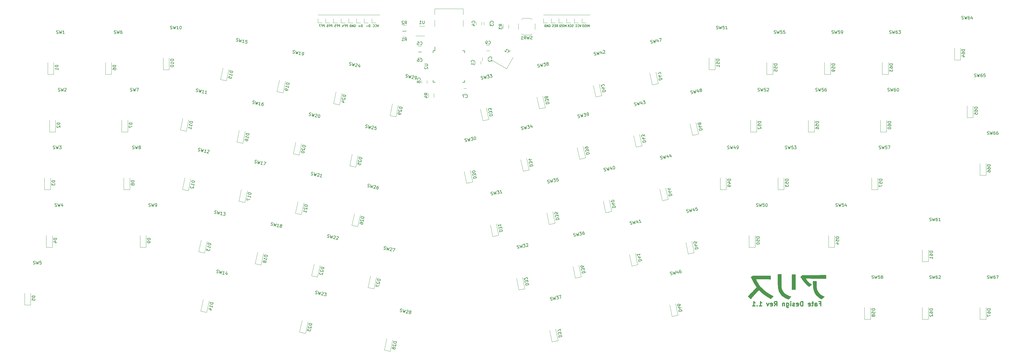
<source format=gbo>
G04 #@! TF.GenerationSoftware,KiCad,Pcbnew,(5.1.7)-1*
G04 #@! TF.CreationDate,2020-10-24T21:34:06+07:00*
G04 #@! TF.ProjectId,arisu,61726973-752e-46b6-9963-61645f706362,1.1*
G04 #@! TF.SameCoordinates,Original*
G04 #@! TF.FileFunction,Legend,Bot*
G04 #@! TF.FilePolarity,Positive*
%FSLAX46Y46*%
G04 Gerber Fmt 4.6, Leading zero omitted, Abs format (unit mm)*
G04 Created by KiCad (PCBNEW (5.1.7)-1) date 2020-10-24 21:34:06*
%MOMM*%
%LPD*%
G01*
G04 APERTURE LIST*
%ADD10C,0.300000*%
%ADD11C,0.120000*%
%ADD12C,0.150000*%
%ADD13C,0.010000*%
%ADD14O,1.102000X2.202000*%
%ADD15C,0.752000*%
%ADD16O,1.102000X1.702000*%
%ADD17C,4.502000*%
%ADD18C,2.302000*%
%ADD19C,4.102000*%
%ADD20C,1.802000*%
%ADD21C,3.152000*%
G04 APERTURE END LIST*
D10*
X297734285Y-120542857D02*
X298234285Y-120542857D01*
X298234285Y-121328571D02*
X298234285Y-119828571D01*
X297520000Y-119828571D01*
X296305714Y-121328571D02*
X296305714Y-120542857D01*
X296377142Y-120400000D01*
X296520000Y-120328571D01*
X296805714Y-120328571D01*
X296948571Y-120400000D01*
X296305714Y-121257142D02*
X296448571Y-121328571D01*
X296805714Y-121328571D01*
X296948571Y-121257142D01*
X297020000Y-121114285D01*
X297020000Y-120971428D01*
X296948571Y-120828571D01*
X296805714Y-120757142D01*
X296448571Y-120757142D01*
X296305714Y-120685714D01*
X295805714Y-120328571D02*
X295234285Y-120328571D01*
X295591428Y-119828571D02*
X295591428Y-121114285D01*
X295520000Y-121257142D01*
X295377142Y-121328571D01*
X295234285Y-121328571D01*
X294162857Y-121257142D02*
X294305714Y-121328571D01*
X294591428Y-121328571D01*
X294734285Y-121257142D01*
X294805714Y-121114285D01*
X294805714Y-120542857D01*
X294734285Y-120400000D01*
X294591428Y-120328571D01*
X294305714Y-120328571D01*
X294162857Y-120400000D01*
X294091428Y-120542857D01*
X294091428Y-120685714D01*
X294805714Y-120828571D01*
X292305714Y-121328571D02*
X292305714Y-119828571D01*
X291948571Y-119828571D01*
X291734285Y-119900000D01*
X291591428Y-120042857D01*
X291520000Y-120185714D01*
X291448571Y-120471428D01*
X291448571Y-120685714D01*
X291520000Y-120971428D01*
X291591428Y-121114285D01*
X291734285Y-121257142D01*
X291948571Y-121328571D01*
X292305714Y-121328571D01*
X290234285Y-121257142D02*
X290377142Y-121328571D01*
X290662857Y-121328571D01*
X290805714Y-121257142D01*
X290877142Y-121114285D01*
X290877142Y-120542857D01*
X290805714Y-120400000D01*
X290662857Y-120328571D01*
X290377142Y-120328571D01*
X290234285Y-120400000D01*
X290162857Y-120542857D01*
X290162857Y-120685714D01*
X290877142Y-120828571D01*
X289591428Y-121257142D02*
X289448571Y-121328571D01*
X289162857Y-121328571D01*
X289020000Y-121257142D01*
X288948571Y-121114285D01*
X288948571Y-121042857D01*
X289020000Y-120900000D01*
X289162857Y-120828571D01*
X289377142Y-120828571D01*
X289520000Y-120757142D01*
X289591428Y-120614285D01*
X289591428Y-120542857D01*
X289520000Y-120400000D01*
X289377142Y-120328571D01*
X289162857Y-120328571D01*
X289020000Y-120400000D01*
X288305714Y-121328571D02*
X288305714Y-120328571D01*
X288305714Y-119828571D02*
X288377142Y-119900000D01*
X288305714Y-119971428D01*
X288234285Y-119900000D01*
X288305714Y-119828571D01*
X288305714Y-119971428D01*
X286948571Y-120328571D02*
X286948571Y-121542857D01*
X287019999Y-121685714D01*
X287091428Y-121757142D01*
X287234285Y-121828571D01*
X287448571Y-121828571D01*
X287591428Y-121757142D01*
X286948571Y-121257142D02*
X287091428Y-121328571D01*
X287377142Y-121328571D01*
X287519999Y-121257142D01*
X287591428Y-121185714D01*
X287662857Y-121042857D01*
X287662857Y-120614285D01*
X287591428Y-120471428D01*
X287519999Y-120400000D01*
X287377142Y-120328571D01*
X287091428Y-120328571D01*
X286948571Y-120400000D01*
X286234285Y-120328571D02*
X286234285Y-121328571D01*
X286234285Y-120471428D02*
X286162857Y-120400000D01*
X286020000Y-120328571D01*
X285805714Y-120328571D01*
X285662857Y-120400000D01*
X285591428Y-120542857D01*
X285591428Y-121328571D01*
X282877142Y-121328571D02*
X283377142Y-120614285D01*
X283734285Y-121328571D02*
X283734285Y-119828571D01*
X283162857Y-119828571D01*
X283020000Y-119900000D01*
X282948571Y-119971428D01*
X282877142Y-120114285D01*
X282877142Y-120328571D01*
X282948571Y-120471428D01*
X283020000Y-120542857D01*
X283162857Y-120614285D01*
X283734285Y-120614285D01*
X281662857Y-121257142D02*
X281805714Y-121328571D01*
X282091428Y-121328571D01*
X282234285Y-121257142D01*
X282305714Y-121114285D01*
X282305714Y-120542857D01*
X282234285Y-120400000D01*
X282091428Y-120328571D01*
X281805714Y-120328571D01*
X281662857Y-120400000D01*
X281591428Y-120542857D01*
X281591428Y-120685714D01*
X282305714Y-120828571D01*
X281091428Y-120328571D02*
X280734285Y-121328571D01*
X280377142Y-120328571D01*
X277877142Y-121328571D02*
X278734285Y-121328571D01*
X278305714Y-121328571D02*
X278305714Y-119828571D01*
X278448571Y-120042857D01*
X278591428Y-120185714D01*
X278734285Y-120257142D01*
X277234285Y-121185714D02*
X277162857Y-121257142D01*
X277234285Y-121328571D01*
X277305714Y-121257142D01*
X277234285Y-121185714D01*
X277234285Y-121328571D01*
X275734285Y-121328571D02*
X276591428Y-121328571D01*
X276162857Y-121328571D02*
X276162857Y-119828571D01*
X276305714Y-120042857D01*
X276448571Y-120185714D01*
X276591428Y-120257142D01*
D11*
X144974000Y-27746000D02*
X146304000Y-27746000D01*
X144974000Y-26416000D02*
X144974000Y-27746000D01*
X144974000Y-25146000D02*
X147634000Y-25146000D01*
X147634000Y-25146000D02*
X147634000Y-25086000D01*
X144974000Y-25146000D02*
X144974000Y-25086000D01*
X144974000Y-25086000D02*
X147634000Y-25086000D01*
X170800000Y-25000000D02*
X170800000Y-23100000D01*
X170800000Y-28900000D02*
X170800000Y-26900000D01*
X180200000Y-25000000D02*
X180200000Y-23100000D01*
X180200000Y-28900000D02*
X180200000Y-26900000D01*
X170800000Y-23100000D02*
X180200000Y-23100000D01*
X186016000Y-40394000D02*
X186016000Y-41394000D01*
X184316000Y-41394000D02*
X184316000Y-40394000D01*
X186602000Y-40251000D02*
X186602000Y-39251000D01*
X188302000Y-39251000D02*
X188302000Y-40251000D01*
X187110000Y-28440000D02*
X187110000Y-27440000D01*
X188810000Y-27440000D02*
X188810000Y-28440000D01*
X184570000Y-28440000D02*
X184570000Y-27440000D01*
X186270000Y-27440000D02*
X186270000Y-28440000D01*
X166382000Y-37172000D02*
X165382000Y-37172000D01*
X165382000Y-35472000D02*
X166382000Y-35472000D01*
X166382000Y-39204000D02*
X165382000Y-39204000D01*
X165382000Y-37504000D02*
X166382000Y-37504000D01*
X180348000Y-49442000D02*
X181348000Y-49442000D01*
X181348000Y-51142000D02*
X180348000Y-51142000D01*
X166536000Y-47744000D02*
X166536000Y-46744000D01*
X168236000Y-46744000D02*
X168236000Y-47744000D01*
X187948000Y-35218000D02*
X188948000Y-35218000D01*
X188948000Y-36918000D02*
X187948000Y-36918000D01*
X45115000Y-44745000D02*
X45115000Y-40845000D01*
X43115000Y-44745000D02*
X43115000Y-40845000D01*
X45115000Y-44745000D02*
X43115000Y-44745000D01*
X45715000Y-63795000D02*
X45715000Y-59895000D01*
X43715000Y-63795000D02*
X43715000Y-59895000D01*
X45715000Y-63795000D02*
X43715000Y-63795000D01*
X44031250Y-82845000D02*
X44031250Y-78945000D01*
X42031250Y-82845000D02*
X42031250Y-78945000D01*
X44031250Y-82845000D02*
X42031250Y-82845000D01*
X44618750Y-101895000D02*
X44618750Y-97995000D01*
X42618750Y-101895000D02*
X42618750Y-97995000D01*
X44618750Y-101895000D02*
X42618750Y-101895000D01*
X37485000Y-120945000D02*
X37485000Y-117045000D01*
X35485000Y-120945000D02*
X35485000Y-117045000D01*
X37485000Y-120945000D02*
X35485000Y-120945000D01*
X64165000Y-44745000D02*
X64165000Y-40845000D01*
X62165000Y-44745000D02*
X62165000Y-40845000D01*
X64165000Y-44745000D02*
X62165000Y-44745000D01*
X69525000Y-63795000D02*
X69525000Y-59895000D01*
X67525000Y-63795000D02*
X67525000Y-59895000D01*
X69525000Y-63795000D02*
X67525000Y-63795000D01*
X70225000Y-82845000D02*
X70225000Y-78945000D01*
X68225000Y-82845000D02*
X68225000Y-78945000D01*
X70225000Y-82845000D02*
X68225000Y-82845000D01*
X75575000Y-101895000D02*
X75575000Y-97995000D01*
X73575000Y-101895000D02*
X73575000Y-97995000D01*
X75575000Y-101895000D02*
X73575000Y-101895000D01*
X83215000Y-43244615D02*
X83215000Y-39344615D01*
X81215000Y-43244615D02*
X81215000Y-39344615D01*
X83215000Y-43244615D02*
X81215000Y-43244615D01*
X88826197Y-63525368D02*
X89637053Y-59710592D01*
X86869902Y-63109544D02*
X87680758Y-59294769D01*
X88826197Y-63525368D02*
X86869902Y-63109544D01*
X89523864Y-83149261D02*
X90334720Y-79334485D01*
X87567569Y-82733437D02*
X88378425Y-78918662D01*
X89523864Y-83149261D02*
X87567569Y-82733437D01*
X94879946Y-103763330D02*
X95690802Y-99948554D01*
X92923651Y-103347506D02*
X93734507Y-99532731D01*
X94879946Y-103763330D02*
X92923651Y-103347506D01*
X95577647Y-123387218D02*
X96388503Y-119572442D01*
X93621352Y-122971394D02*
X94432208Y-119156619D01*
X95577647Y-123387218D02*
X93621352Y-122971394D01*
X102103855Y-46872025D02*
X102914711Y-43057249D01*
X100147560Y-46456201D02*
X100958416Y-42641426D01*
X102103855Y-46872025D02*
X100147560Y-46456201D01*
X107459907Y-67486094D02*
X108270763Y-63671318D01*
X105503612Y-67070270D02*
X106314468Y-63255495D01*
X107459907Y-67486094D02*
X105503612Y-67070270D01*
X108157574Y-87109988D02*
X108968430Y-83295212D01*
X106201279Y-86694164D02*
X107012135Y-82879389D01*
X108157574Y-87109988D02*
X106201279Y-86694164D01*
X113513656Y-107724056D02*
X114324512Y-103909280D01*
X111557361Y-107308232D02*
X112368217Y-103493457D01*
X113513656Y-107724056D02*
X111557361Y-107308232D01*
X120737566Y-50832743D02*
X121548422Y-47017967D01*
X118781271Y-50416919D02*
X119592127Y-46602144D01*
X120737566Y-50832743D02*
X118781271Y-50416919D01*
X126093617Y-71446821D02*
X126904473Y-67632045D01*
X124137322Y-71030997D02*
X124948178Y-67216222D01*
X126093617Y-71446821D02*
X124137322Y-71030997D01*
X126791284Y-91070715D02*
X127602140Y-87255939D01*
X124834989Y-90654891D02*
X125645845Y-86840116D01*
X126791284Y-91070715D02*
X124834989Y-90654891D01*
X132147365Y-111684783D02*
X132958221Y-107870007D01*
X130191070Y-111268959D02*
X131001926Y-107454184D01*
X132147365Y-111684783D02*
X130191070Y-111268959D01*
X128186639Y-130318493D02*
X128997495Y-126503717D01*
X126230344Y-129902669D02*
X127041200Y-126087894D01*
X128186639Y-130318493D02*
X126230344Y-129902669D01*
X139371278Y-54793461D02*
X140182134Y-50978685D01*
X137414983Y-54377637D02*
X138225839Y-50562862D01*
X139371278Y-54793461D02*
X137414983Y-54377637D01*
X144727327Y-75407548D02*
X145538183Y-71592772D01*
X142771032Y-74991724D02*
X143581888Y-71176949D01*
X144727327Y-75407548D02*
X142771032Y-74991724D01*
X145424994Y-95031442D02*
X146235850Y-91216666D01*
X143468699Y-94615618D02*
X144279555Y-90800843D01*
X145424994Y-95031442D02*
X143468699Y-94615618D01*
X150781075Y-115645510D02*
X151591931Y-111830734D01*
X148824780Y-115229686D02*
X149635636Y-111414911D01*
X150781075Y-115645510D02*
X148824780Y-115229686D01*
X156137212Y-136259539D02*
X156948068Y-132444763D01*
X154180917Y-135843715D02*
X154991773Y-132028940D01*
X156137212Y-136259539D02*
X154180917Y-135843715D01*
X158004990Y-58754178D02*
X158815846Y-54939402D01*
X156048695Y-58338354D02*
X156859551Y-54523579D01*
X158004990Y-58754178D02*
X156048695Y-58338354D01*
X183309372Y-80292447D02*
X182498516Y-76477672D01*
X181353077Y-80708271D02*
X180542221Y-76893495D01*
X183309372Y-80292447D02*
X181353077Y-80708271D01*
X191928493Y-97935999D02*
X191117637Y-94121224D01*
X189972198Y-98351823D02*
X189161342Y-94537047D01*
X191928493Y-97935999D02*
X189972198Y-98351823D01*
X200547614Y-115579551D02*
X199736758Y-111764776D01*
X198591319Y-115995375D02*
X197780463Y-112180599D01*
X200547614Y-115579551D02*
X198591319Y-115995375D01*
X188665599Y-59678348D02*
X187854743Y-55863573D01*
X186709304Y-60094172D02*
X185898448Y-56279396D01*
X188665599Y-59678348D02*
X186709304Y-60094172D01*
X201943083Y-76331729D02*
X201132227Y-72516954D01*
X199986788Y-76747553D02*
X199175932Y-72932777D01*
X201943083Y-76331729D02*
X199986788Y-76747553D01*
X210562204Y-93975281D02*
X209751348Y-90160506D01*
X208605909Y-94391105D02*
X207795053Y-90576329D01*
X210562204Y-93975281D02*
X208605909Y-94391105D01*
X219181326Y-111618833D02*
X218370470Y-107804058D01*
X217225031Y-112034657D02*
X216414175Y-108219881D01*
X219181326Y-111618833D02*
X217225031Y-112034657D01*
X211496015Y-132727958D02*
X210685159Y-128913183D01*
X209539720Y-133143782D02*
X208728864Y-129329006D01*
X211496015Y-132727958D02*
X209539720Y-133143782D01*
X207299311Y-55717630D02*
X206488455Y-51902855D01*
X205343016Y-56133454D02*
X204532160Y-52318678D01*
X207299311Y-55717630D02*
X205343016Y-56133454D01*
X220576795Y-72371012D02*
X219765939Y-68556237D01*
X218620500Y-72786836D02*
X217809644Y-68972060D01*
X220576795Y-72371012D02*
X218620500Y-72786836D01*
X229195916Y-90014564D02*
X228385060Y-86199789D01*
X227239621Y-90430388D02*
X226428765Y-86615612D01*
X229195916Y-90014564D02*
X227239621Y-90430388D01*
X237815037Y-107658116D02*
X237004181Y-103843341D01*
X235858742Y-108073940D02*
X235047886Y-104259164D01*
X237815037Y-107658116D02*
X235858742Y-108073940D01*
X225933023Y-51756913D02*
X225122167Y-47942138D01*
X223976728Y-52172737D02*
X223165872Y-48357961D01*
X225933023Y-51756913D02*
X223976728Y-52172737D01*
X239210507Y-68410294D02*
X238399651Y-64595519D01*
X237254212Y-68826118D02*
X236443356Y-65011342D01*
X239210507Y-68410294D02*
X237254212Y-68826118D01*
X247829628Y-86053846D02*
X247018772Y-82239071D01*
X245873333Y-86469670D02*
X245062477Y-82654894D01*
X247829628Y-86053846D02*
X245873333Y-86469670D01*
X256448749Y-103697398D02*
X255637893Y-99882623D01*
X254492454Y-104113222D02*
X253681598Y-100298446D01*
X256448749Y-103697398D02*
X254492454Y-104113222D01*
X251092651Y-124311446D02*
X250281795Y-120496671D01*
X249136356Y-124727270D02*
X248325500Y-120912494D01*
X251092651Y-124311446D02*
X249136356Y-124727270D01*
X244566734Y-47796195D02*
X243755878Y-43981420D01*
X242610439Y-48212019D02*
X241799583Y-44397243D01*
X244566734Y-47796195D02*
X242610439Y-48212019D01*
X257844219Y-64449576D02*
X257033363Y-60634801D01*
X255887924Y-64865400D02*
X255077068Y-61050624D01*
X257844219Y-64449576D02*
X255887924Y-64865400D01*
X267025000Y-82845000D02*
X267025000Y-78945000D01*
X265025000Y-82845000D02*
X265025000Y-78945000D01*
X267025000Y-82845000D02*
X265025000Y-82845000D01*
X276550019Y-101894998D02*
X276550019Y-97994998D01*
X274550019Y-101894998D02*
X274550019Y-97994998D01*
X276550019Y-101894998D02*
X274550019Y-101894998D01*
X263345000Y-43244615D02*
X263345000Y-39344615D01*
X261345000Y-43244615D02*
X261345000Y-39344615D01*
X263345000Y-43244615D02*
X261345000Y-43244615D01*
X277035000Y-63795000D02*
X277035000Y-59895000D01*
X275035000Y-63795000D02*
X275035000Y-59895000D01*
X277035000Y-63795000D02*
X275035000Y-63795000D01*
X286075000Y-82845000D02*
X286075000Y-78945000D01*
X284075000Y-82845000D02*
X284075000Y-78945000D01*
X286075000Y-82845000D02*
X284075000Y-82845000D01*
X302743769Y-101894998D02*
X302743769Y-97994998D01*
X300743769Y-101894998D02*
X300743769Y-97994998D01*
X302743769Y-101894998D02*
X300743769Y-101894998D01*
X282395000Y-44745000D02*
X282395000Y-40845000D01*
X280395000Y-44745000D02*
X280395000Y-40845000D01*
X282395000Y-44745000D02*
X280395000Y-44745000D01*
X296085000Y-63795000D02*
X296085000Y-59895000D01*
X294085000Y-63795000D02*
X294085000Y-59895000D01*
X296085000Y-63795000D02*
X294085000Y-63795000D01*
X317031250Y-82845000D02*
X317031250Y-78945000D01*
X315031250Y-82845000D02*
X315031250Y-78945000D01*
X317031250Y-82845000D02*
X315031250Y-82845000D01*
X314649949Y-125707503D02*
X314649949Y-121807503D01*
X312649949Y-125707503D02*
X312649949Y-121807503D01*
X314649949Y-125707503D02*
X312649949Y-125707503D01*
X301445000Y-44745000D02*
X301445000Y-40845000D01*
X299445000Y-44745000D02*
X299445000Y-40845000D01*
X301445000Y-44745000D02*
X299445000Y-44745000D01*
X319905000Y-63795000D02*
X319905000Y-59895000D01*
X317905000Y-63795000D02*
X317905000Y-59895000D01*
X319905000Y-63795000D02*
X317905000Y-63795000D01*
X333699949Y-106657503D02*
X333699949Y-102757503D01*
X331699949Y-106657503D02*
X331699949Y-102757503D01*
X333699949Y-106657503D02*
X331699949Y-106657503D01*
X333699949Y-125707503D02*
X333699949Y-121807503D01*
X331699949Y-125707503D02*
X331699949Y-121807503D01*
X333699949Y-125707503D02*
X331699949Y-125707503D01*
X320495000Y-44745000D02*
X320495000Y-40845000D01*
X318495000Y-44745000D02*
X318495000Y-40845000D01*
X320495000Y-44745000D02*
X318495000Y-44745000D01*
X344307542Y-39982509D02*
X344307542Y-36082509D01*
X342307542Y-39982509D02*
X342307542Y-36082509D01*
X344307542Y-39982509D02*
X342307542Y-39982509D01*
X348480000Y-59032516D02*
X348480000Y-55132516D01*
X346480000Y-59032516D02*
X346480000Y-55132516D01*
X348480000Y-59032516D02*
X346480000Y-59032516D01*
X352749949Y-78082519D02*
X352749949Y-74182519D01*
X350749949Y-78082519D02*
X350749949Y-74182519D01*
X352749949Y-78082519D02*
X350749949Y-78082519D01*
X352749949Y-125707503D02*
X352749949Y-121807503D01*
X350749949Y-125707503D02*
X350749949Y-121807503D01*
X352749949Y-125707503D02*
X350749949Y-125707503D01*
X219396000Y-27746000D02*
X220726000Y-27746000D01*
X219396000Y-26416000D02*
X219396000Y-27746000D01*
X219396000Y-25146000D02*
X222056000Y-25146000D01*
X222056000Y-25146000D02*
X222056000Y-25086000D01*
X219396000Y-25146000D02*
X219396000Y-25086000D01*
X219396000Y-25086000D02*
X222056000Y-25086000D01*
X216856000Y-27746000D02*
X218186000Y-27746000D01*
X216856000Y-26416000D02*
X216856000Y-27746000D01*
X216856000Y-25146000D02*
X219516000Y-25146000D01*
X219516000Y-25146000D02*
X219516000Y-25086000D01*
X216856000Y-25146000D02*
X216856000Y-25086000D01*
X216856000Y-25086000D02*
X219516000Y-25086000D01*
X214316000Y-27746000D02*
X215646000Y-27746000D01*
X214316000Y-26416000D02*
X214316000Y-27746000D01*
X214316000Y-25146000D02*
X216976000Y-25146000D01*
X216976000Y-25146000D02*
X216976000Y-25086000D01*
X214316000Y-25146000D02*
X214316000Y-25086000D01*
X214316000Y-25086000D02*
X216976000Y-25086000D01*
X211776000Y-27746000D02*
X213106000Y-27746000D01*
X211776000Y-26416000D02*
X211776000Y-27746000D01*
X211776000Y-25146000D02*
X214436000Y-25146000D01*
X214436000Y-25146000D02*
X214436000Y-25086000D01*
X211776000Y-25146000D02*
X211776000Y-25086000D01*
X211776000Y-25086000D02*
X214436000Y-25086000D01*
X209236000Y-27746000D02*
X210566000Y-27746000D01*
X209236000Y-26416000D02*
X209236000Y-27746000D01*
X209236000Y-25146000D02*
X211896000Y-25146000D01*
X211896000Y-25146000D02*
X211896000Y-25086000D01*
X209236000Y-25146000D02*
X209236000Y-25086000D01*
X209236000Y-25086000D02*
X211896000Y-25086000D01*
X206696000Y-27746000D02*
X208026000Y-27746000D01*
X206696000Y-26416000D02*
X206696000Y-27746000D01*
X206696000Y-25146000D02*
X209356000Y-25146000D01*
X209356000Y-25146000D02*
X209356000Y-25086000D01*
X206696000Y-25146000D02*
X206696000Y-25086000D01*
X206696000Y-25086000D02*
X209356000Y-25086000D01*
X139894000Y-27746000D02*
X141224000Y-27746000D01*
X139894000Y-26416000D02*
X139894000Y-27746000D01*
X139894000Y-25146000D02*
X142554000Y-25146000D01*
X142554000Y-25146000D02*
X142554000Y-25086000D01*
X139894000Y-25146000D02*
X139894000Y-25086000D01*
X139894000Y-25086000D02*
X142554000Y-25086000D01*
X137354000Y-27746000D02*
X138684000Y-27746000D01*
X137354000Y-26416000D02*
X137354000Y-27746000D01*
X137354000Y-25146000D02*
X140014000Y-25146000D01*
X140014000Y-25146000D02*
X140014000Y-25086000D01*
X137354000Y-25146000D02*
X137354000Y-25086000D01*
X137354000Y-25086000D02*
X140014000Y-25086000D01*
X134814000Y-27746000D02*
X136144000Y-27746000D01*
X134814000Y-26416000D02*
X134814000Y-27746000D01*
X134814000Y-25146000D02*
X137474000Y-25146000D01*
X137474000Y-25146000D02*
X137474000Y-25086000D01*
X134814000Y-25146000D02*
X134814000Y-25086000D01*
X134814000Y-25086000D02*
X137474000Y-25086000D01*
X132274000Y-27746000D02*
X133604000Y-27746000D01*
X132274000Y-26416000D02*
X132274000Y-27746000D01*
X132274000Y-25146000D02*
X134934000Y-25146000D01*
X134934000Y-25146000D02*
X134934000Y-25086000D01*
X132274000Y-25146000D02*
X132274000Y-25086000D01*
X132274000Y-25086000D02*
X134934000Y-25086000D01*
X161382000Y-30616000D02*
X160182000Y-30616000D01*
X160182000Y-32376000D02*
X161382000Y-32376000D01*
X160182000Y-30344000D02*
X161382000Y-30344000D01*
X161382000Y-28584000D02*
X160182000Y-28584000D01*
X193430000Y-28356000D02*
X193430000Y-29556000D01*
X195190000Y-29556000D02*
X195190000Y-28356000D01*
X168792000Y-51136000D02*
X168792000Y-52336000D01*
X170552000Y-52336000D02*
X170552000Y-51136000D01*
X202418000Y-26206000D02*
X199918000Y-26206000D01*
X203918000Y-27956000D02*
X203918000Y-29956000D01*
X202418000Y-31706000D02*
X199918000Y-31706000D01*
X198418000Y-27956000D02*
X198418000Y-29956000D01*
X202868000Y-26656000D02*
X202418000Y-26206000D01*
X199468000Y-26656000D02*
X199918000Y-26206000D01*
X199468000Y-31256000D02*
X199918000Y-31706000D01*
X202868000Y-31256000D02*
X202418000Y-31706000D01*
X194532269Y-42879256D02*
X189855731Y-40179256D01*
X196732269Y-39068744D02*
X194532269Y-42879256D01*
X165724000Y-28870000D02*
X167524000Y-28870000D01*
X167524000Y-32090000D02*
X164574000Y-32090000D01*
D12*
X170914000Y-36989000D02*
X170914000Y-35714000D01*
X170339000Y-47339000D02*
X170339000Y-46664000D01*
X180689000Y-47339000D02*
X180689000Y-46664000D01*
X180689000Y-36989000D02*
X180689000Y-37664000D01*
X170339000Y-36989000D02*
X170339000Y-37664000D01*
X180689000Y-36989000D02*
X180014000Y-36989000D01*
X180689000Y-47339000D02*
X180014000Y-47339000D01*
X170339000Y-47339000D02*
X171014000Y-47339000D01*
X170339000Y-36989000D02*
X170914000Y-36989000D01*
D11*
X150054000Y-27746000D02*
X151384000Y-27746000D01*
X150054000Y-26416000D02*
X150054000Y-27746000D01*
X150054000Y-25146000D02*
X152714000Y-25146000D01*
X152714000Y-25146000D02*
X152714000Y-25086000D01*
X150054000Y-25146000D02*
X150054000Y-25086000D01*
X150054000Y-25086000D02*
X152714000Y-25086000D01*
X147514000Y-25086000D02*
X150174000Y-25086000D01*
X147514000Y-25146000D02*
X147514000Y-25086000D01*
X150174000Y-25146000D02*
X150174000Y-25086000D01*
X147514000Y-25146000D02*
X150174000Y-25146000D01*
X147514000Y-26416000D02*
X147514000Y-27746000D01*
X147514000Y-27746000D02*
X148844000Y-27746000D01*
X142434000Y-25086000D02*
X145094000Y-25086000D01*
X142434000Y-25146000D02*
X142434000Y-25086000D01*
X145094000Y-25146000D02*
X145094000Y-25086000D01*
X142434000Y-25146000D02*
X145094000Y-25146000D01*
X142434000Y-26416000D02*
X142434000Y-27746000D01*
X142434000Y-27746000D02*
X143764000Y-27746000D01*
D13*
G36*
X283973127Y-111960898D02*
G01*
X283978531Y-112775006D01*
X283993583Y-113495168D01*
X284018964Y-114128642D01*
X284055353Y-114682685D01*
X284103431Y-115164554D01*
X284163879Y-115581507D01*
X284237375Y-115940802D01*
X284324601Y-116249696D01*
X284392519Y-116435686D01*
X284669302Y-116986346D01*
X285035276Y-117492654D01*
X285486506Y-117950884D01*
X286019060Y-118357314D01*
X286629003Y-118708217D01*
X286948507Y-118856005D01*
X287200250Y-118964215D01*
X287381109Y-119031898D01*
X287515370Y-119054099D01*
X287627316Y-119025865D01*
X287741233Y-118942240D01*
X287881406Y-118798272D01*
X288029542Y-118635472D01*
X288446610Y-118178630D01*
X288017573Y-118047765D01*
X287610014Y-117901957D01*
X287194074Y-117715046D01*
X286802772Y-117503774D01*
X286469127Y-117284881D01*
X286385000Y-117220059D01*
X286130133Y-116984893D01*
X285882347Y-116703359D01*
X285663924Y-116404530D01*
X285497145Y-116117478D01*
X285439836Y-115986798D01*
X285376304Y-115814163D01*
X285323506Y-115654643D01*
X285280449Y-115496877D01*
X285246135Y-115329506D01*
X285219569Y-115141170D01*
X285199754Y-114920510D01*
X285185696Y-114656164D01*
X285176399Y-114336775D01*
X285170866Y-113950981D01*
X285168101Y-113487424D01*
X285167110Y-112934742D01*
X285167070Y-112875302D01*
X285165800Y-110754407D01*
X284568900Y-110754402D01*
X283972000Y-110754398D01*
X283973127Y-111960898D01*
G37*
X283973127Y-111960898D02*
X283978531Y-112775006D01*
X283993583Y-113495168D01*
X284018964Y-114128642D01*
X284055353Y-114682685D01*
X284103431Y-115164554D01*
X284163879Y-115581507D01*
X284237375Y-115940802D01*
X284324601Y-116249696D01*
X284392519Y-116435686D01*
X284669302Y-116986346D01*
X285035276Y-117492654D01*
X285486506Y-117950884D01*
X286019060Y-118357314D01*
X286629003Y-118708217D01*
X286948507Y-118856005D01*
X287200250Y-118964215D01*
X287381109Y-119031898D01*
X287515370Y-119054099D01*
X287627316Y-119025865D01*
X287741233Y-118942240D01*
X287881406Y-118798272D01*
X288029542Y-118635472D01*
X288446610Y-118178630D01*
X288017573Y-118047765D01*
X287610014Y-117901957D01*
X287194074Y-117715046D01*
X286802772Y-117503774D01*
X286469127Y-117284881D01*
X286385000Y-117220059D01*
X286130133Y-116984893D01*
X285882347Y-116703359D01*
X285663924Y-116404530D01*
X285497145Y-116117478D01*
X285439836Y-115986798D01*
X285376304Y-115814163D01*
X285323506Y-115654643D01*
X285280449Y-115496877D01*
X285246135Y-115329506D01*
X285219569Y-115141170D01*
X285199754Y-114920510D01*
X285185696Y-114656164D01*
X285176399Y-114336775D01*
X285170866Y-113950981D01*
X285168101Y-113487424D01*
X285167110Y-112934742D01*
X285167070Y-112875302D01*
X285165800Y-110754407D01*
X284568900Y-110754402D01*
X283972000Y-110754398D01*
X283973127Y-111960898D01*
G36*
X295621831Y-113942098D02*
G01*
X295654196Y-114575737D01*
X295704234Y-115125070D01*
X295775280Y-115606373D01*
X295870673Y-116035924D01*
X295993749Y-116430000D01*
X296147844Y-116804878D01*
X296252799Y-117020026D01*
X296495635Y-117415014D01*
X296812189Y-117812358D01*
X297178698Y-118185779D01*
X297571398Y-118508996D01*
X297648524Y-118563605D01*
X297836474Y-118688175D01*
X298031727Y-118809596D01*
X298212949Y-118915532D01*
X298358806Y-118993644D01*
X298447966Y-119031596D01*
X298460677Y-119033287D01*
X298503427Y-119002615D01*
X298609100Y-118920150D01*
X298761921Y-118798358D01*
X298946117Y-118649708D01*
X298951582Y-118645273D01*
X299427764Y-118258770D01*
X299066433Y-118091405D01*
X298556202Y-117815663D01*
X298096534Y-117488442D01*
X297700964Y-117121883D01*
X297383028Y-116728130D01*
X297202050Y-116418980D01*
X297079935Y-116154894D01*
X296985144Y-115908382D01*
X296914346Y-115660429D01*
X296864208Y-115392017D01*
X296831396Y-115084130D01*
X296812580Y-114717752D01*
X296804427Y-114273866D01*
X296803651Y-114145451D01*
X296799000Y-113040704D01*
X296194108Y-113040551D01*
X295589215Y-113040398D01*
X295621831Y-113942098D01*
G37*
X295621831Y-113942098D02*
X295654196Y-114575737D01*
X295704234Y-115125070D01*
X295775280Y-115606373D01*
X295870673Y-116035924D01*
X295993749Y-116430000D01*
X296147844Y-116804878D01*
X296252799Y-117020026D01*
X296495635Y-117415014D01*
X296812189Y-117812358D01*
X297178698Y-118185779D01*
X297571398Y-118508996D01*
X297648524Y-118563605D01*
X297836474Y-118688175D01*
X298031727Y-118809596D01*
X298212949Y-118915532D01*
X298358806Y-118993644D01*
X298447966Y-119031596D01*
X298460677Y-119033287D01*
X298503427Y-119002615D01*
X298609100Y-118920150D01*
X298761921Y-118798358D01*
X298946117Y-118649708D01*
X298951582Y-118645273D01*
X299427764Y-118258770D01*
X299066433Y-118091405D01*
X298556202Y-117815663D01*
X298096534Y-117488442D01*
X297700964Y-117121883D01*
X297383028Y-116728130D01*
X297202050Y-116418980D01*
X297079935Y-116154894D01*
X296985144Y-115908382D01*
X296914346Y-115660429D01*
X296864208Y-115392017D01*
X296831396Y-115084130D01*
X296812580Y-114717752D01*
X296804427Y-114273866D01*
X296803651Y-114145451D01*
X296799000Y-113040704D01*
X296194108Y-113040551D01*
X295589215Y-113040398D01*
X295621831Y-113942098D01*
G36*
X275743299Y-111306078D02*
G01*
X275445635Y-111514878D01*
X275147970Y-111723678D01*
X275686485Y-112801241D01*
X275866930Y-113152880D01*
X276061705Y-113516286D01*
X276257218Y-113867193D01*
X276439877Y-114181331D01*
X276596088Y-114434434D01*
X276631396Y-114488301D01*
X276777216Y-114707681D01*
X276902044Y-114896773D01*
X276995395Y-115039596D01*
X277046784Y-115120167D01*
X277053176Y-115131238D01*
X277022638Y-115174403D01*
X276928680Y-115278505D01*
X276780788Y-115433720D01*
X276588446Y-115630223D01*
X276361141Y-115858188D01*
X276145817Y-116071038D01*
X275844496Y-116370448D01*
X275545181Y-116674198D01*
X275256412Y-116973042D01*
X274986730Y-117257735D01*
X274744678Y-117519035D01*
X274538796Y-117747696D01*
X274377625Y-117934473D01*
X274269706Y-118070124D01*
X274223581Y-118145402D01*
X274222544Y-118152671D01*
X274260835Y-118203138D01*
X274358822Y-118300687D01*
X274497208Y-118428500D01*
X274656697Y-118569761D01*
X274817992Y-118707656D01*
X274961798Y-118825367D01*
X275068818Y-118906078D01*
X275118191Y-118933198D01*
X275164373Y-118895730D01*
X275261171Y-118792705D01*
X275396092Y-118638191D01*
X275556645Y-118446257D01*
X275625618Y-118361698D01*
X275876508Y-118060334D01*
X276163240Y-117729894D01*
X276469016Y-117388603D01*
X276777040Y-117054689D01*
X277070515Y-116746378D01*
X277332643Y-116481896D01*
X277534115Y-116290744D01*
X277827230Y-116025548D01*
X278423115Y-116603695D01*
X279091025Y-117207066D01*
X279803625Y-117768335D01*
X280537438Y-118270507D01*
X281268990Y-118696585D01*
X281426013Y-118777775D01*
X281720416Y-118926389D01*
X282135008Y-118509632D01*
X282298378Y-118342963D01*
X282431423Y-118202571D01*
X282519873Y-118103840D01*
X282549600Y-118062804D01*
X282506531Y-118030981D01*
X282387962Y-117963499D01*
X282209850Y-117868950D01*
X281988154Y-117755928D01*
X281876500Y-117700381D01*
X281086088Y-117265761D01*
X280315996Y-116756247D01*
X279582731Y-116185623D01*
X278902795Y-115567672D01*
X278292693Y-114916176D01*
X277812494Y-114306331D01*
X277686221Y-114118519D01*
X277542271Y-113885686D01*
X277389834Y-113624911D01*
X277238096Y-113353271D01*
X277096248Y-113087844D01*
X276973479Y-112845710D01*
X276878976Y-112643947D01*
X276821928Y-112499633D01*
X276809200Y-112441585D01*
X276818956Y-112423671D01*
X276853821Y-112409137D01*
X276922191Y-112397811D01*
X277032465Y-112389522D01*
X277193038Y-112384100D01*
X277412309Y-112381373D01*
X277698674Y-112381170D01*
X278060530Y-112383322D01*
X278506274Y-112387656D01*
X279044304Y-112394002D01*
X279107900Y-112394796D01*
X279585212Y-112401501D01*
X280034012Y-112409195D01*
X280443509Y-112417595D01*
X280802912Y-112426413D01*
X281101431Y-112435367D01*
X281328274Y-112444170D01*
X281472651Y-112452538D01*
X281520900Y-112458525D01*
X281569275Y-112470366D01*
X281601615Y-112460083D01*
X281621149Y-112411634D01*
X281631104Y-112308983D01*
X281634710Y-112136089D01*
X281635193Y-111890622D01*
X281635185Y-111287798D01*
X275743299Y-111306078D01*
G37*
X275743299Y-111306078D02*
X275445635Y-111514878D01*
X275147970Y-111723678D01*
X275686485Y-112801241D01*
X275866930Y-113152880D01*
X276061705Y-113516286D01*
X276257218Y-113867193D01*
X276439877Y-114181331D01*
X276596088Y-114434434D01*
X276631396Y-114488301D01*
X276777216Y-114707681D01*
X276902044Y-114896773D01*
X276995395Y-115039596D01*
X277046784Y-115120167D01*
X277053176Y-115131238D01*
X277022638Y-115174403D01*
X276928680Y-115278505D01*
X276780788Y-115433720D01*
X276588446Y-115630223D01*
X276361141Y-115858188D01*
X276145817Y-116071038D01*
X275844496Y-116370448D01*
X275545181Y-116674198D01*
X275256412Y-116973042D01*
X274986730Y-117257735D01*
X274744678Y-117519035D01*
X274538796Y-117747696D01*
X274377625Y-117934473D01*
X274269706Y-118070124D01*
X274223581Y-118145402D01*
X274222544Y-118152671D01*
X274260835Y-118203138D01*
X274358822Y-118300687D01*
X274497208Y-118428500D01*
X274656697Y-118569761D01*
X274817992Y-118707656D01*
X274961798Y-118825367D01*
X275068818Y-118906078D01*
X275118191Y-118933198D01*
X275164373Y-118895730D01*
X275261171Y-118792705D01*
X275396092Y-118638191D01*
X275556645Y-118446257D01*
X275625618Y-118361698D01*
X275876508Y-118060334D01*
X276163240Y-117729894D01*
X276469016Y-117388603D01*
X276777040Y-117054689D01*
X277070515Y-116746378D01*
X277332643Y-116481896D01*
X277534115Y-116290744D01*
X277827230Y-116025548D01*
X278423115Y-116603695D01*
X279091025Y-117207066D01*
X279803625Y-117768335D01*
X280537438Y-118270507D01*
X281268990Y-118696585D01*
X281426013Y-118777775D01*
X281720416Y-118926389D01*
X282135008Y-118509632D01*
X282298378Y-118342963D01*
X282431423Y-118202571D01*
X282519873Y-118103840D01*
X282549600Y-118062804D01*
X282506531Y-118030981D01*
X282387962Y-117963499D01*
X282209850Y-117868950D01*
X281988154Y-117755928D01*
X281876500Y-117700381D01*
X281086088Y-117265761D01*
X280315996Y-116756247D01*
X279582731Y-116185623D01*
X278902795Y-115567672D01*
X278292693Y-114916176D01*
X277812494Y-114306331D01*
X277686221Y-114118519D01*
X277542271Y-113885686D01*
X277389834Y-113624911D01*
X277238096Y-113353271D01*
X277096248Y-113087844D01*
X276973479Y-112845710D01*
X276878976Y-112643947D01*
X276821928Y-112499633D01*
X276809200Y-112441585D01*
X276818956Y-112423671D01*
X276853821Y-112409137D01*
X276922191Y-112397811D01*
X277032465Y-112389522D01*
X277193038Y-112384100D01*
X277412309Y-112381373D01*
X277698674Y-112381170D01*
X278060530Y-112383322D01*
X278506274Y-112387656D01*
X279044304Y-112394002D01*
X279107900Y-112394796D01*
X279585212Y-112401501D01*
X280034012Y-112409195D01*
X280443509Y-112417595D01*
X280802912Y-112426413D01*
X281101431Y-112435367D01*
X281328274Y-112444170D01*
X281472651Y-112452538D01*
X281520900Y-112458525D01*
X281569275Y-112470366D01*
X281601615Y-112460083D01*
X281621149Y-112411634D01*
X281631104Y-112308983D01*
X281634710Y-112136089D01*
X281635193Y-111890622D01*
X281635185Y-111287798D01*
X275743299Y-111306078D01*
G36*
X288671000Y-115885198D02*
G01*
X289255200Y-115885199D01*
X289839400Y-115885201D01*
X289839400Y-110856001D01*
X289255200Y-110855999D01*
X288671000Y-110855998D01*
X288671000Y-115885198D01*
G37*
X288671000Y-115885198D02*
X289255200Y-115885199D01*
X289839400Y-115885201D01*
X289839400Y-110856001D01*
X289255200Y-110855999D01*
X288671000Y-110855998D01*
X288671000Y-115885198D01*
G36*
X296024310Y-111093568D02*
G01*
X292125400Y-111102539D01*
X291808033Y-111391225D01*
X291490665Y-111679911D01*
X291634792Y-111864854D01*
X291726595Y-111989226D01*
X291853019Y-112169070D01*
X291993337Y-112374657D01*
X292064735Y-112481598D01*
X292569836Y-113184841D01*
X293119777Y-113830029D01*
X293300851Y-114020946D01*
X293525058Y-114244860D01*
X293747691Y-114454662D01*
X293955063Y-114638647D01*
X294133487Y-114785109D01*
X294269274Y-114882342D01*
X294348736Y-114918640D01*
X294350538Y-114918659D01*
X294413932Y-114887819D01*
X294535228Y-114805907D01*
X294694370Y-114686999D01*
X294802892Y-114601159D01*
X294968837Y-114464508D01*
X295100372Y-114351180D01*
X295180363Y-114276228D01*
X295196592Y-114255341D01*
X295158916Y-114214207D01*
X295057795Y-114134168D01*
X294914677Y-114032139D01*
X294906770Y-114026741D01*
X294703080Y-113870755D01*
X294458151Y-113656717D01*
X294192967Y-113405659D01*
X293928510Y-113138610D01*
X293685764Y-112876600D01*
X293485712Y-112640659D01*
X293375072Y-112491622D01*
X293159381Y-112171447D01*
X296541308Y-112186822D01*
X299923235Y-112202198D01*
X299923228Y-111643398D01*
X299923220Y-111084598D01*
X296024310Y-111093568D01*
G37*
X296024310Y-111093568D02*
X292125400Y-111102539D01*
X291808033Y-111391225D01*
X291490665Y-111679911D01*
X291634792Y-111864854D01*
X291726595Y-111989226D01*
X291853019Y-112169070D01*
X291993337Y-112374657D01*
X292064735Y-112481598D01*
X292569836Y-113184841D01*
X293119777Y-113830029D01*
X293300851Y-114020946D01*
X293525058Y-114244860D01*
X293747691Y-114454662D01*
X293955063Y-114638647D01*
X294133487Y-114785109D01*
X294269274Y-114882342D01*
X294348736Y-114918640D01*
X294350538Y-114918659D01*
X294413932Y-114887819D01*
X294535228Y-114805907D01*
X294694370Y-114686999D01*
X294802892Y-114601159D01*
X294968837Y-114464508D01*
X295100372Y-114351180D01*
X295180363Y-114276228D01*
X295196592Y-114255341D01*
X295158916Y-114214207D01*
X295057795Y-114134168D01*
X294914677Y-114032139D01*
X294906770Y-114026741D01*
X294703080Y-113870755D01*
X294458151Y-113656717D01*
X294192967Y-113405659D01*
X293928510Y-113138610D01*
X293685764Y-112876600D01*
X293485712Y-112640659D01*
X293375072Y-112491622D01*
X293159381Y-112171447D01*
X296541308Y-112186822D01*
X299923235Y-112202198D01*
X299923228Y-111643398D01*
X299923220Y-111084598D01*
X296024310Y-111093568D01*
D12*
X146920666Y-29062666D02*
X146920666Y-28362666D01*
X146754000Y-28362666D01*
X146654000Y-28396000D01*
X146587333Y-28462666D01*
X146554000Y-28529333D01*
X146520666Y-28662666D01*
X146520666Y-28762666D01*
X146554000Y-28896000D01*
X146587333Y-28962666D01*
X146654000Y-29029333D01*
X146754000Y-29062666D01*
X146920666Y-29062666D01*
X146220666Y-28796000D02*
X145687333Y-28796000D01*
X145954000Y-29062666D02*
X145954000Y-28529333D01*
X183773142Y-40727333D02*
X183820761Y-40679714D01*
X183868380Y-40536857D01*
X183868380Y-40441619D01*
X183820761Y-40298761D01*
X183725523Y-40203523D01*
X183630285Y-40155904D01*
X183439809Y-40108285D01*
X183296952Y-40108285D01*
X183106476Y-40155904D01*
X183011238Y-40203523D01*
X182916000Y-40298761D01*
X182868380Y-40441619D01*
X182868380Y-40536857D01*
X182916000Y-40679714D01*
X182963619Y-40727333D01*
X183868380Y-41679714D02*
X183868380Y-41108285D01*
X183868380Y-41394000D02*
X182868380Y-41394000D01*
X183011238Y-41298761D01*
X183106476Y-41203523D01*
X183154095Y-41108285D01*
X189559142Y-39584333D02*
X189606761Y-39536714D01*
X189654380Y-39393857D01*
X189654380Y-39298619D01*
X189606761Y-39155761D01*
X189511523Y-39060523D01*
X189416285Y-39012904D01*
X189225809Y-38965285D01*
X189082952Y-38965285D01*
X188892476Y-39012904D01*
X188797238Y-39060523D01*
X188702000Y-39155761D01*
X188654380Y-39298619D01*
X188654380Y-39393857D01*
X188702000Y-39536714D01*
X188749619Y-39584333D01*
X188749619Y-39965285D02*
X188702000Y-40012904D01*
X188654380Y-40108142D01*
X188654380Y-40346238D01*
X188702000Y-40441476D01*
X188749619Y-40489095D01*
X188844857Y-40536714D01*
X188940095Y-40536714D01*
X189082952Y-40489095D01*
X189654380Y-39917666D01*
X189654380Y-40536714D01*
X190067142Y-27773333D02*
X190114761Y-27725714D01*
X190162380Y-27582857D01*
X190162380Y-27487619D01*
X190114761Y-27344761D01*
X190019523Y-27249523D01*
X189924285Y-27201904D01*
X189733809Y-27154285D01*
X189590952Y-27154285D01*
X189400476Y-27201904D01*
X189305238Y-27249523D01*
X189210000Y-27344761D01*
X189162380Y-27487619D01*
X189162380Y-27582857D01*
X189210000Y-27725714D01*
X189257619Y-27773333D01*
X189162380Y-28106666D02*
X189162380Y-28725714D01*
X189543333Y-28392380D01*
X189543333Y-28535238D01*
X189590952Y-28630476D01*
X189638571Y-28678095D01*
X189733809Y-28725714D01*
X189971904Y-28725714D01*
X190067142Y-28678095D01*
X190114761Y-28630476D01*
X190162380Y-28535238D01*
X190162380Y-28249523D01*
X190114761Y-28154285D01*
X190067142Y-28106666D01*
X184027142Y-27773333D02*
X184074761Y-27725714D01*
X184122380Y-27582857D01*
X184122380Y-27487619D01*
X184074761Y-27344761D01*
X183979523Y-27249523D01*
X183884285Y-27201904D01*
X183693809Y-27154285D01*
X183550952Y-27154285D01*
X183360476Y-27201904D01*
X183265238Y-27249523D01*
X183170000Y-27344761D01*
X183122380Y-27487619D01*
X183122380Y-27582857D01*
X183170000Y-27725714D01*
X183217619Y-27773333D01*
X183455714Y-28630476D02*
X184122380Y-28630476D01*
X183074761Y-28392380D02*
X183789047Y-28154285D01*
X183789047Y-28773333D01*
X166048666Y-34929142D02*
X166096285Y-34976761D01*
X166239142Y-35024380D01*
X166334380Y-35024380D01*
X166477238Y-34976761D01*
X166572476Y-34881523D01*
X166620095Y-34786285D01*
X166667714Y-34595809D01*
X166667714Y-34452952D01*
X166620095Y-34262476D01*
X166572476Y-34167238D01*
X166477238Y-34072000D01*
X166334380Y-34024380D01*
X166239142Y-34024380D01*
X166096285Y-34072000D01*
X166048666Y-34119619D01*
X165143904Y-34024380D02*
X165620095Y-34024380D01*
X165667714Y-34500571D01*
X165620095Y-34452952D01*
X165524857Y-34405333D01*
X165286761Y-34405333D01*
X165191523Y-34452952D01*
X165143904Y-34500571D01*
X165096285Y-34595809D01*
X165096285Y-34833904D01*
X165143904Y-34929142D01*
X165191523Y-34976761D01*
X165286761Y-35024380D01*
X165524857Y-35024380D01*
X165620095Y-34976761D01*
X165667714Y-34929142D01*
X166048666Y-40461142D02*
X166096285Y-40508761D01*
X166239142Y-40556380D01*
X166334380Y-40556380D01*
X166477238Y-40508761D01*
X166572476Y-40413523D01*
X166620095Y-40318285D01*
X166667714Y-40127809D01*
X166667714Y-39984952D01*
X166620095Y-39794476D01*
X166572476Y-39699238D01*
X166477238Y-39604000D01*
X166334380Y-39556380D01*
X166239142Y-39556380D01*
X166096285Y-39604000D01*
X166048666Y-39651619D01*
X165191523Y-39556380D02*
X165382000Y-39556380D01*
X165477238Y-39604000D01*
X165524857Y-39651619D01*
X165620095Y-39794476D01*
X165667714Y-39984952D01*
X165667714Y-40365904D01*
X165620095Y-40461142D01*
X165572476Y-40508761D01*
X165477238Y-40556380D01*
X165286761Y-40556380D01*
X165191523Y-40508761D01*
X165143904Y-40461142D01*
X165096285Y-40365904D01*
X165096285Y-40127809D01*
X165143904Y-40032571D01*
X165191523Y-39984952D01*
X165286761Y-39937333D01*
X165477238Y-39937333D01*
X165572476Y-39984952D01*
X165620095Y-40032571D01*
X165667714Y-40127809D01*
X181014666Y-52399142D02*
X181062285Y-52446761D01*
X181205142Y-52494380D01*
X181300380Y-52494380D01*
X181443238Y-52446761D01*
X181538476Y-52351523D01*
X181586095Y-52256285D01*
X181633714Y-52065809D01*
X181633714Y-51922952D01*
X181586095Y-51732476D01*
X181538476Y-51637238D01*
X181443238Y-51542000D01*
X181300380Y-51494380D01*
X181205142Y-51494380D01*
X181062285Y-51542000D01*
X181014666Y-51589619D01*
X180681333Y-51494380D02*
X180014666Y-51494380D01*
X180443238Y-52494380D01*
X165993142Y-46577333D02*
X166040761Y-46529714D01*
X166088380Y-46386857D01*
X166088380Y-46291619D01*
X166040761Y-46148761D01*
X165945523Y-46053523D01*
X165850285Y-46005904D01*
X165659809Y-45958285D01*
X165516952Y-45958285D01*
X165326476Y-46005904D01*
X165231238Y-46053523D01*
X165136000Y-46148761D01*
X165088380Y-46291619D01*
X165088380Y-46386857D01*
X165136000Y-46529714D01*
X165183619Y-46577333D01*
X165516952Y-47148761D02*
X165469333Y-47053523D01*
X165421714Y-47005904D01*
X165326476Y-46958285D01*
X165278857Y-46958285D01*
X165183619Y-47005904D01*
X165136000Y-47053523D01*
X165088380Y-47148761D01*
X165088380Y-47339238D01*
X165136000Y-47434476D01*
X165183619Y-47482095D01*
X165278857Y-47529714D01*
X165326476Y-47529714D01*
X165421714Y-47482095D01*
X165469333Y-47434476D01*
X165516952Y-47339238D01*
X165516952Y-47148761D01*
X165564571Y-47053523D01*
X165612190Y-47005904D01*
X165707428Y-46958285D01*
X165897904Y-46958285D01*
X165993142Y-47005904D01*
X166040761Y-47053523D01*
X166088380Y-47148761D01*
X166088380Y-47339238D01*
X166040761Y-47434476D01*
X165993142Y-47482095D01*
X165897904Y-47529714D01*
X165707428Y-47529714D01*
X165612190Y-47482095D01*
X165564571Y-47434476D01*
X165516952Y-47339238D01*
X188614666Y-34675142D02*
X188662285Y-34722761D01*
X188805142Y-34770380D01*
X188900380Y-34770380D01*
X189043238Y-34722761D01*
X189138476Y-34627523D01*
X189186095Y-34532285D01*
X189233714Y-34341809D01*
X189233714Y-34198952D01*
X189186095Y-34008476D01*
X189138476Y-33913238D01*
X189043238Y-33818000D01*
X188900380Y-33770380D01*
X188805142Y-33770380D01*
X188662285Y-33818000D01*
X188614666Y-33865619D01*
X188138476Y-34770380D02*
X187948000Y-34770380D01*
X187852761Y-34722761D01*
X187805142Y-34675142D01*
X187709904Y-34532285D01*
X187662285Y-34341809D01*
X187662285Y-33960857D01*
X187709904Y-33865619D01*
X187757523Y-33818000D01*
X187852761Y-33770380D01*
X188043238Y-33770380D01*
X188138476Y-33818000D01*
X188186095Y-33865619D01*
X188233714Y-33960857D01*
X188233714Y-34198952D01*
X188186095Y-34294190D01*
X188138476Y-34341809D01*
X188043238Y-34389428D01*
X187852761Y-34389428D01*
X187757523Y-34341809D01*
X187709904Y-34294190D01*
X187662285Y-34198952D01*
X46567380Y-41756904D02*
X45567380Y-41756904D01*
X45567380Y-41995000D01*
X45615000Y-42137857D01*
X45710238Y-42233095D01*
X45805476Y-42280714D01*
X45995952Y-42328333D01*
X46138809Y-42328333D01*
X46329285Y-42280714D01*
X46424523Y-42233095D01*
X46519761Y-42137857D01*
X46567380Y-41995000D01*
X46567380Y-41756904D01*
X46567380Y-43280714D02*
X46567380Y-42709285D01*
X46567380Y-42995000D02*
X45567380Y-42995000D01*
X45710238Y-42899761D01*
X45805476Y-42804523D01*
X45853095Y-42709285D01*
X47167380Y-60806904D02*
X46167380Y-60806904D01*
X46167380Y-61045000D01*
X46215000Y-61187857D01*
X46310238Y-61283095D01*
X46405476Y-61330714D01*
X46595952Y-61378333D01*
X46738809Y-61378333D01*
X46929285Y-61330714D01*
X47024523Y-61283095D01*
X47119761Y-61187857D01*
X47167380Y-61045000D01*
X47167380Y-60806904D01*
X46262619Y-61759285D02*
X46215000Y-61806904D01*
X46167380Y-61902142D01*
X46167380Y-62140238D01*
X46215000Y-62235476D01*
X46262619Y-62283095D01*
X46357857Y-62330714D01*
X46453095Y-62330714D01*
X46595952Y-62283095D01*
X47167380Y-61711666D01*
X47167380Y-62330714D01*
X45483630Y-79856904D02*
X44483630Y-79856904D01*
X44483630Y-80095000D01*
X44531250Y-80237857D01*
X44626488Y-80333095D01*
X44721726Y-80380714D01*
X44912202Y-80428333D01*
X45055059Y-80428333D01*
X45245535Y-80380714D01*
X45340773Y-80333095D01*
X45436011Y-80237857D01*
X45483630Y-80095000D01*
X45483630Y-79856904D01*
X44483630Y-80761666D02*
X44483630Y-81380714D01*
X44864583Y-81047380D01*
X44864583Y-81190238D01*
X44912202Y-81285476D01*
X44959821Y-81333095D01*
X45055059Y-81380714D01*
X45293154Y-81380714D01*
X45388392Y-81333095D01*
X45436011Y-81285476D01*
X45483630Y-81190238D01*
X45483630Y-80904523D01*
X45436011Y-80809285D01*
X45388392Y-80761666D01*
X46071130Y-98906904D02*
X45071130Y-98906904D01*
X45071130Y-99145000D01*
X45118750Y-99287857D01*
X45213988Y-99383095D01*
X45309226Y-99430714D01*
X45499702Y-99478333D01*
X45642559Y-99478333D01*
X45833035Y-99430714D01*
X45928273Y-99383095D01*
X46023511Y-99287857D01*
X46071130Y-99145000D01*
X46071130Y-98906904D01*
X45404464Y-100335476D02*
X46071130Y-100335476D01*
X45023511Y-100097380D02*
X45737797Y-99859285D01*
X45737797Y-100478333D01*
X38937380Y-117956904D02*
X37937380Y-117956904D01*
X37937380Y-118195000D01*
X37985000Y-118337857D01*
X38080238Y-118433095D01*
X38175476Y-118480714D01*
X38365952Y-118528333D01*
X38508809Y-118528333D01*
X38699285Y-118480714D01*
X38794523Y-118433095D01*
X38889761Y-118337857D01*
X38937380Y-118195000D01*
X38937380Y-117956904D01*
X37937380Y-119433095D02*
X37937380Y-118956904D01*
X38413571Y-118909285D01*
X38365952Y-118956904D01*
X38318333Y-119052142D01*
X38318333Y-119290238D01*
X38365952Y-119385476D01*
X38413571Y-119433095D01*
X38508809Y-119480714D01*
X38746904Y-119480714D01*
X38842142Y-119433095D01*
X38889761Y-119385476D01*
X38937380Y-119290238D01*
X38937380Y-119052142D01*
X38889761Y-118956904D01*
X38842142Y-118909285D01*
X65617380Y-41756904D02*
X64617380Y-41756904D01*
X64617380Y-41995000D01*
X64665000Y-42137857D01*
X64760238Y-42233095D01*
X64855476Y-42280714D01*
X65045952Y-42328333D01*
X65188809Y-42328333D01*
X65379285Y-42280714D01*
X65474523Y-42233095D01*
X65569761Y-42137857D01*
X65617380Y-41995000D01*
X65617380Y-41756904D01*
X64617380Y-43185476D02*
X64617380Y-42995000D01*
X64665000Y-42899761D01*
X64712619Y-42852142D01*
X64855476Y-42756904D01*
X65045952Y-42709285D01*
X65426904Y-42709285D01*
X65522142Y-42756904D01*
X65569761Y-42804523D01*
X65617380Y-42899761D01*
X65617380Y-43090238D01*
X65569761Y-43185476D01*
X65522142Y-43233095D01*
X65426904Y-43280714D01*
X65188809Y-43280714D01*
X65093571Y-43233095D01*
X65045952Y-43185476D01*
X64998333Y-43090238D01*
X64998333Y-42899761D01*
X65045952Y-42804523D01*
X65093571Y-42756904D01*
X65188809Y-42709285D01*
X70977380Y-60806904D02*
X69977380Y-60806904D01*
X69977380Y-61045000D01*
X70025000Y-61187857D01*
X70120238Y-61283095D01*
X70215476Y-61330714D01*
X70405952Y-61378333D01*
X70548809Y-61378333D01*
X70739285Y-61330714D01*
X70834523Y-61283095D01*
X70929761Y-61187857D01*
X70977380Y-61045000D01*
X70977380Y-60806904D01*
X69977380Y-61711666D02*
X69977380Y-62378333D01*
X70977380Y-61949761D01*
X71677380Y-79856904D02*
X70677380Y-79856904D01*
X70677380Y-80095000D01*
X70725000Y-80237857D01*
X70820238Y-80333095D01*
X70915476Y-80380714D01*
X71105952Y-80428333D01*
X71248809Y-80428333D01*
X71439285Y-80380714D01*
X71534523Y-80333095D01*
X71629761Y-80237857D01*
X71677380Y-80095000D01*
X71677380Y-79856904D01*
X71105952Y-80999761D02*
X71058333Y-80904523D01*
X71010714Y-80856904D01*
X70915476Y-80809285D01*
X70867857Y-80809285D01*
X70772619Y-80856904D01*
X70725000Y-80904523D01*
X70677380Y-80999761D01*
X70677380Y-81190238D01*
X70725000Y-81285476D01*
X70772619Y-81333095D01*
X70867857Y-81380714D01*
X70915476Y-81380714D01*
X71010714Y-81333095D01*
X71058333Y-81285476D01*
X71105952Y-81190238D01*
X71105952Y-80999761D01*
X71153571Y-80904523D01*
X71201190Y-80856904D01*
X71296428Y-80809285D01*
X71486904Y-80809285D01*
X71582142Y-80856904D01*
X71629761Y-80904523D01*
X71677380Y-80999761D01*
X71677380Y-81190238D01*
X71629761Y-81285476D01*
X71582142Y-81333095D01*
X71486904Y-81380714D01*
X71296428Y-81380714D01*
X71201190Y-81333095D01*
X71153571Y-81285476D01*
X71105952Y-81190238D01*
X77027380Y-98906904D02*
X76027380Y-98906904D01*
X76027380Y-99145000D01*
X76075000Y-99287857D01*
X76170238Y-99383095D01*
X76265476Y-99430714D01*
X76455952Y-99478333D01*
X76598809Y-99478333D01*
X76789285Y-99430714D01*
X76884523Y-99383095D01*
X76979761Y-99287857D01*
X77027380Y-99145000D01*
X77027380Y-98906904D01*
X77027380Y-99954523D02*
X77027380Y-100145000D01*
X76979761Y-100240238D01*
X76932142Y-100287857D01*
X76789285Y-100383095D01*
X76598809Y-100430714D01*
X76217857Y-100430714D01*
X76122619Y-100383095D01*
X76075000Y-100335476D01*
X76027380Y-100240238D01*
X76027380Y-100049761D01*
X76075000Y-99954523D01*
X76122619Y-99906904D01*
X76217857Y-99859285D01*
X76455952Y-99859285D01*
X76551190Y-99906904D01*
X76598809Y-99954523D01*
X76646428Y-100049761D01*
X76646428Y-100240238D01*
X76598809Y-100335476D01*
X76551190Y-100383095D01*
X76455952Y-100430714D01*
X84667380Y-39780329D02*
X83667380Y-39780329D01*
X83667380Y-40018424D01*
X83715000Y-40161281D01*
X83810238Y-40256519D01*
X83905476Y-40304138D01*
X84095952Y-40351757D01*
X84238809Y-40351757D01*
X84429285Y-40304138D01*
X84524523Y-40256519D01*
X84619761Y-40161281D01*
X84667380Y-40018424D01*
X84667380Y-39780329D01*
X84667380Y-41304138D02*
X84667380Y-40732710D01*
X84667380Y-41018424D02*
X83667380Y-41018424D01*
X83810238Y-40923186D01*
X83905476Y-40827948D01*
X83953095Y-40732710D01*
X83667380Y-41923186D02*
X83667380Y-42018424D01*
X83715000Y-42113662D01*
X83762619Y-42161281D01*
X83857857Y-42208900D01*
X84048333Y-42256519D01*
X84286428Y-42256519D01*
X84476904Y-42208900D01*
X84572142Y-42161281D01*
X84619761Y-42113662D01*
X84667380Y-42018424D01*
X84667380Y-41923186D01*
X84619761Y-41827948D01*
X84572142Y-41780329D01*
X84476904Y-41732710D01*
X84286428Y-41685091D01*
X84048333Y-41685091D01*
X83857857Y-41732710D01*
X83762619Y-41780329D01*
X83715000Y-41827948D01*
X83667380Y-41923186D01*
X90967105Y-60438751D02*
X89988957Y-60230839D01*
X89939455Y-60463732D01*
X89956331Y-60613368D01*
X90029687Y-60726326D01*
X90112944Y-60792705D01*
X90289357Y-60878886D01*
X90429092Y-60908588D01*
X90625307Y-60901611D01*
X90728364Y-60874834D01*
X90841322Y-60801478D01*
X90917602Y-60671643D01*
X90967105Y-60438751D01*
X90650287Y-61929262D02*
X90769094Y-61370320D01*
X90709691Y-61649791D02*
X89731543Y-61441879D01*
X89891079Y-61378424D01*
X90004037Y-61305068D01*
X90070417Y-61221812D01*
X90452276Y-62860831D02*
X90571083Y-62301889D01*
X90511679Y-62581360D02*
X89533532Y-62373448D01*
X89693068Y-62309993D01*
X89806026Y-62236637D01*
X89872406Y-62153381D01*
X91664772Y-80062644D02*
X90686624Y-79854732D01*
X90637122Y-80087625D01*
X90653998Y-80237261D01*
X90727354Y-80350219D01*
X90810611Y-80416598D01*
X90987024Y-80502779D01*
X91126759Y-80532481D01*
X91322974Y-80525504D01*
X91426031Y-80498727D01*
X91538989Y-80425371D01*
X91615269Y-80295536D01*
X91664772Y-80062644D01*
X91347954Y-81553155D02*
X91466761Y-80994213D01*
X91407358Y-81273684D02*
X90429210Y-81065772D01*
X90588746Y-81002317D01*
X90701704Y-80928961D01*
X90768084Y-80845705D01*
X90383759Y-81737672D02*
X90327280Y-81774350D01*
X90260901Y-81857606D01*
X90211398Y-82090498D01*
X90238175Y-82193556D01*
X90274853Y-82250035D01*
X90358109Y-82316414D01*
X90451266Y-82336216D01*
X90600902Y-82319339D01*
X91278650Y-81879204D01*
X91149943Y-82484724D01*
X97020854Y-100676713D02*
X96042706Y-100468801D01*
X95993204Y-100701694D01*
X96010080Y-100851330D01*
X96083436Y-100964288D01*
X96166693Y-101030667D01*
X96343106Y-101116848D01*
X96482841Y-101146550D01*
X96679056Y-101139573D01*
X96782113Y-101112796D01*
X96895071Y-101039440D01*
X96971351Y-100909605D01*
X97020854Y-100676713D01*
X96704036Y-102167224D02*
X96822843Y-101608282D01*
X96763440Y-101887753D02*
X95785292Y-101679841D01*
X95944828Y-101616386D01*
X96057786Y-101543030D01*
X96124166Y-101459774D01*
X95656585Y-102285361D02*
X95527877Y-102890881D01*
X95969809Y-102644036D01*
X95940107Y-102783772D01*
X95966885Y-102886829D01*
X96003563Y-102943308D01*
X96086819Y-103009688D01*
X96319711Y-103059191D01*
X96422769Y-103032413D01*
X96479248Y-102995735D01*
X96545627Y-102912479D01*
X96605031Y-102633008D01*
X96578253Y-102529951D01*
X96541575Y-102473472D01*
X97718555Y-120300601D02*
X96740407Y-120092689D01*
X96690905Y-120325582D01*
X96707781Y-120475218D01*
X96781137Y-120588176D01*
X96864394Y-120654555D01*
X97040807Y-120740736D01*
X97180542Y-120770438D01*
X97376757Y-120763461D01*
X97479814Y-120736684D01*
X97592772Y-120663328D01*
X97669052Y-120533493D01*
X97718555Y-120300601D01*
X97401737Y-121791112D02*
X97520544Y-121232170D01*
X97461141Y-121511641D02*
X96482993Y-121303729D01*
X96642529Y-121240274D01*
X96755487Y-121166918D01*
X96821867Y-121083662D01*
X96571429Y-122490916D02*
X97223527Y-122629524D01*
X96248304Y-122178819D02*
X96996484Y-122094436D01*
X96867776Y-122699955D01*
X104244763Y-43785408D02*
X103266615Y-43577496D01*
X103217113Y-43810389D01*
X103233989Y-43960025D01*
X103307345Y-44072983D01*
X103390602Y-44139362D01*
X103567015Y-44225543D01*
X103706750Y-44255245D01*
X103902965Y-44248268D01*
X104006022Y-44221491D01*
X104118980Y-44148135D01*
X104195260Y-44018300D01*
X104244763Y-43785408D01*
X103927945Y-45275919D02*
X104046752Y-44716977D01*
X103987349Y-44996448D02*
X103009201Y-44788536D01*
X103168737Y-44725081D01*
X103281695Y-44651725D01*
X103348075Y-44568469D01*
X102761687Y-45952998D02*
X102860693Y-45487213D01*
X103336378Y-45539640D01*
X103279899Y-45576318D01*
X103213519Y-45659575D01*
X103164016Y-45892467D01*
X103190794Y-45995524D01*
X103227472Y-46052003D01*
X103310728Y-46118383D01*
X103543620Y-46167886D01*
X103646678Y-46141108D01*
X103703157Y-46104430D01*
X103769536Y-46021174D01*
X103819039Y-45788282D01*
X103792262Y-45685224D01*
X103755584Y-45628745D01*
X109600815Y-64399477D02*
X108622667Y-64191565D01*
X108573165Y-64424458D01*
X108590041Y-64574094D01*
X108663397Y-64687052D01*
X108746654Y-64753431D01*
X108923067Y-64839612D01*
X109062802Y-64869314D01*
X109259017Y-64862337D01*
X109362074Y-64835560D01*
X109475032Y-64762204D01*
X109551312Y-64632369D01*
X109600815Y-64399477D01*
X109283997Y-65889988D02*
X109402804Y-65331046D01*
X109343401Y-65610517D02*
X108365253Y-65402605D01*
X108524789Y-65339150D01*
X108637747Y-65265794D01*
X108704127Y-65182538D01*
X108127640Y-66520488D02*
X108167242Y-66334174D01*
X108233621Y-66250918D01*
X108290100Y-66214240D01*
X108449637Y-66150785D01*
X108645851Y-66143809D01*
X109018479Y-66223013D01*
X109101735Y-66289393D01*
X109138413Y-66345872D01*
X109165191Y-66448929D01*
X109125588Y-66635243D01*
X109059209Y-66718499D01*
X109002730Y-66755177D01*
X108899672Y-66781955D01*
X108666780Y-66732452D01*
X108583524Y-66666072D01*
X108546846Y-66609593D01*
X108520068Y-66506536D01*
X108559671Y-66320222D01*
X108626050Y-66236966D01*
X108682529Y-66200288D01*
X108785587Y-66173510D01*
X110298482Y-84023371D02*
X109320334Y-83815459D01*
X109270832Y-84048352D01*
X109287708Y-84197988D01*
X109361064Y-84310946D01*
X109444321Y-84377325D01*
X109620734Y-84463506D01*
X109760469Y-84493208D01*
X109956684Y-84486231D01*
X110059741Y-84459454D01*
X110172699Y-84386098D01*
X110248979Y-84256263D01*
X110298482Y-84023371D01*
X109981664Y-85513882D02*
X110100471Y-84954940D01*
X110041068Y-85234411D02*
X109062920Y-85026499D01*
X109222456Y-84963044D01*
X109335414Y-84889688D01*
X109401794Y-84806432D01*
X108934213Y-85632019D02*
X108795605Y-86284118D01*
X109862858Y-86072823D01*
X115654564Y-104637439D02*
X114676416Y-104429527D01*
X114626914Y-104662420D01*
X114643790Y-104812056D01*
X114717146Y-104925014D01*
X114800403Y-104991393D01*
X114976816Y-105077574D01*
X115116551Y-105107276D01*
X115312766Y-105100299D01*
X115415823Y-105073522D01*
X115528781Y-105000166D01*
X115605061Y-104870331D01*
X115654564Y-104637439D01*
X115337746Y-106127950D02*
X115456553Y-105569008D01*
X115397150Y-105848479D02*
X114419002Y-105640567D01*
X114578538Y-105577112D01*
X114691496Y-105503756D01*
X114757876Y-105420500D01*
X114659998Y-106568085D02*
X114633221Y-106465027D01*
X114596543Y-106408548D01*
X114513286Y-106342169D01*
X114466708Y-106332268D01*
X114363651Y-106359045D01*
X114307172Y-106395723D01*
X114240792Y-106478980D01*
X114201190Y-106665293D01*
X114227967Y-106768351D01*
X114264645Y-106824830D01*
X114347901Y-106891209D01*
X114394480Y-106901110D01*
X114497537Y-106874333D01*
X114554016Y-106837655D01*
X114620396Y-106754398D01*
X114659998Y-106568085D01*
X114726378Y-106484828D01*
X114782857Y-106448150D01*
X114885914Y-106421373D01*
X115072228Y-106460975D01*
X115155484Y-106527355D01*
X115192162Y-106583834D01*
X115218940Y-106686891D01*
X115179337Y-106873205D01*
X115112958Y-106956461D01*
X115056479Y-106993139D01*
X114953421Y-107019917D01*
X114767107Y-106980314D01*
X114683851Y-106913935D01*
X114647173Y-106857456D01*
X114620396Y-106754398D01*
X122878474Y-47746126D02*
X121900326Y-47538214D01*
X121850824Y-47771107D01*
X121867700Y-47920743D01*
X121941056Y-48033701D01*
X122024313Y-48100080D01*
X122200726Y-48186261D01*
X122340461Y-48215963D01*
X122536676Y-48208986D01*
X122639733Y-48182209D01*
X122752691Y-48108853D01*
X122828971Y-47979018D01*
X122878474Y-47746126D01*
X122561656Y-49236637D02*
X122680463Y-48677695D01*
X122621060Y-48957166D02*
X121642912Y-48749254D01*
X121802448Y-48685799D01*
X121915406Y-48612443D01*
X121981786Y-48529187D01*
X122462651Y-49702421D02*
X122423048Y-49888735D01*
X122356669Y-49971992D01*
X122300190Y-50008669D01*
X122140653Y-50072125D01*
X121944439Y-50079101D01*
X121571811Y-49999896D01*
X121488555Y-49933517D01*
X121451877Y-49877038D01*
X121425100Y-49773980D01*
X121464702Y-49587667D01*
X121531082Y-49504410D01*
X121587561Y-49467732D01*
X121690618Y-49440955D01*
X121923510Y-49490458D01*
X122006767Y-49556837D01*
X122043445Y-49613316D01*
X122070222Y-49716374D01*
X122030620Y-49902688D01*
X121964240Y-49985944D01*
X121907761Y-50022622D01*
X121804704Y-50049399D01*
X128234525Y-68360204D02*
X127256377Y-68152292D01*
X127206875Y-68385185D01*
X127223751Y-68534821D01*
X127297107Y-68647779D01*
X127380364Y-68714158D01*
X127556777Y-68800339D01*
X127696512Y-68830041D01*
X127892727Y-68823064D01*
X127995784Y-68796287D01*
X128108742Y-68722931D01*
X128185022Y-68593096D01*
X128234525Y-68360204D01*
X127151523Y-69103663D02*
X127095044Y-69140341D01*
X127028665Y-69223597D01*
X126979162Y-69456489D01*
X127005939Y-69559547D01*
X127042617Y-69616026D01*
X127125873Y-69682405D01*
X127219030Y-69702206D01*
X127368666Y-69685330D01*
X128046414Y-69245195D01*
X127917707Y-69850715D01*
X126810852Y-70248323D02*
X126791051Y-70341480D01*
X126817829Y-70444537D01*
X126854507Y-70501016D01*
X126937763Y-70567396D01*
X127114176Y-70653577D01*
X127347068Y-70703079D01*
X127543283Y-70696103D01*
X127646340Y-70669326D01*
X127702819Y-70632648D01*
X127769199Y-70549392D01*
X127789000Y-70456235D01*
X127762223Y-70353177D01*
X127725545Y-70296698D01*
X127642288Y-70230319D01*
X127465875Y-70144138D01*
X127232983Y-70094635D01*
X127036768Y-70101611D01*
X126933711Y-70128389D01*
X126877232Y-70165067D01*
X126810852Y-70248323D01*
X128932192Y-87984098D02*
X127954044Y-87776186D01*
X127904542Y-88009079D01*
X127921418Y-88158715D01*
X127994774Y-88271673D01*
X128078031Y-88338052D01*
X128254444Y-88424233D01*
X128394179Y-88453935D01*
X128590394Y-88446958D01*
X128693451Y-88420181D01*
X128806409Y-88346825D01*
X128882689Y-88216990D01*
X128932192Y-87984098D01*
X127849190Y-88727557D02*
X127792711Y-88764235D01*
X127726332Y-88847491D01*
X127676829Y-89080383D01*
X127703606Y-89183441D01*
X127740284Y-89239920D01*
X127823540Y-89306299D01*
X127916697Y-89326100D01*
X128066333Y-89309224D01*
X128744081Y-88869089D01*
X128615374Y-89474609D01*
X128417363Y-90406178D02*
X128536170Y-89847236D01*
X128476766Y-90126707D02*
X127498619Y-89918795D01*
X127658155Y-89855340D01*
X127771113Y-89781984D01*
X127837493Y-89698728D01*
X134288273Y-108598166D02*
X133310125Y-108390254D01*
X133260623Y-108623147D01*
X133277499Y-108772783D01*
X133350855Y-108885741D01*
X133434112Y-108952120D01*
X133610525Y-109038301D01*
X133750260Y-109068003D01*
X133946475Y-109061026D01*
X134049532Y-109034249D01*
X134162490Y-108960893D01*
X134238770Y-108831058D01*
X134288273Y-108598166D01*
X133205271Y-109341625D02*
X133148792Y-109378303D01*
X133082413Y-109461559D01*
X133032910Y-109694451D01*
X133059687Y-109797509D01*
X133096365Y-109853988D01*
X133179621Y-109920367D01*
X133272778Y-109940168D01*
X133422414Y-109923292D01*
X134100162Y-109483157D01*
X133971455Y-110088677D01*
X133007260Y-110273194D02*
X132950781Y-110309872D01*
X132884402Y-110393128D01*
X132834899Y-110626020D01*
X132861676Y-110729078D01*
X132898354Y-110785557D01*
X132981610Y-110851936D01*
X133074767Y-110871738D01*
X133224403Y-110854861D01*
X133902151Y-110414726D01*
X133773444Y-111020246D01*
X130327547Y-127231876D02*
X129349399Y-127023964D01*
X129299897Y-127256857D01*
X129316773Y-127406493D01*
X129390129Y-127519451D01*
X129473386Y-127585830D01*
X129649799Y-127672011D01*
X129789534Y-127701713D01*
X129985749Y-127694736D01*
X130088806Y-127667959D01*
X130201764Y-127594603D01*
X130278044Y-127464768D01*
X130327547Y-127231876D01*
X129244545Y-127975335D02*
X129188066Y-128012013D01*
X129121687Y-128095269D01*
X129072184Y-128328161D01*
X129098961Y-128431219D01*
X129135639Y-128487698D01*
X129218895Y-128554077D01*
X129312052Y-128573878D01*
X129461688Y-128557002D01*
X130139436Y-128116867D01*
X130010729Y-128722387D01*
X128963278Y-128840524D02*
X128834570Y-129446044D01*
X129276502Y-129199199D01*
X129246800Y-129338935D01*
X129273578Y-129441992D01*
X129310256Y-129498471D01*
X129393512Y-129564851D01*
X129626404Y-129614354D01*
X129729462Y-129587576D01*
X129785941Y-129550898D01*
X129852320Y-129467642D01*
X129911724Y-129188171D01*
X129884946Y-129085114D01*
X129848268Y-129028635D01*
X141512186Y-51706844D02*
X140534038Y-51498932D01*
X140484536Y-51731825D01*
X140501412Y-51881461D01*
X140574768Y-51994419D01*
X140658025Y-52060798D01*
X140834438Y-52146979D01*
X140974173Y-52176681D01*
X141170388Y-52169704D01*
X141273445Y-52142927D01*
X141386403Y-52069571D01*
X141462683Y-51939736D01*
X141512186Y-51706844D01*
X140429184Y-52450303D02*
X140372705Y-52486981D01*
X140306326Y-52570237D01*
X140256823Y-52803129D01*
X140283600Y-52906187D01*
X140320278Y-52962666D01*
X140403534Y-53029045D01*
X140496691Y-53048846D01*
X140646327Y-53031970D01*
X141324075Y-52591835D01*
X141195368Y-53197355D01*
X140365060Y-53897159D02*
X141017158Y-54035767D01*
X140041935Y-53585062D02*
X140790115Y-53500679D01*
X140661407Y-54106198D01*
X146868235Y-72320931D02*
X145890087Y-72113019D01*
X145840585Y-72345912D01*
X145857461Y-72495548D01*
X145930817Y-72608506D01*
X146014074Y-72674885D01*
X146190487Y-72761066D01*
X146330222Y-72790768D01*
X146526437Y-72783791D01*
X146629494Y-72757014D01*
X146742452Y-72683658D01*
X146818732Y-72553823D01*
X146868235Y-72320931D01*
X145785233Y-73064390D02*
X145728754Y-73101068D01*
X145662375Y-73184324D01*
X145612872Y-73417216D01*
X145639649Y-73520274D01*
X145676327Y-73576753D01*
X145759583Y-73643132D01*
X145852740Y-73662933D01*
X146002376Y-73646057D01*
X146680124Y-73205922D01*
X146551417Y-73811442D01*
X145385159Y-74488521D02*
X145484165Y-74022736D01*
X145959850Y-74075163D01*
X145903371Y-74111841D01*
X145836991Y-74195098D01*
X145787488Y-74427990D01*
X145814266Y-74531047D01*
X145850944Y-74587526D01*
X145934200Y-74653906D01*
X146167092Y-74703409D01*
X146270150Y-74676631D01*
X146326629Y-74639953D01*
X146393008Y-74556697D01*
X146442511Y-74323805D01*
X146415734Y-74220747D01*
X146379056Y-74164268D01*
X147565902Y-91944825D02*
X146587754Y-91736913D01*
X146538252Y-91969806D01*
X146555128Y-92119442D01*
X146628484Y-92232400D01*
X146711741Y-92298779D01*
X146888154Y-92384960D01*
X147027889Y-92414662D01*
X147224104Y-92407685D01*
X147327161Y-92380908D01*
X147440119Y-92307552D01*
X147516399Y-92177717D01*
X147565902Y-91944825D01*
X146482900Y-92688284D02*
X146426421Y-92724962D01*
X146360042Y-92808218D01*
X146310539Y-93041110D01*
X146337316Y-93144168D01*
X146373994Y-93200647D01*
X146457250Y-93267026D01*
X146550407Y-93286827D01*
X146700043Y-93269951D01*
X147377791Y-92829816D01*
X147249084Y-93435336D01*
X146092727Y-94065836D02*
X146132329Y-93879522D01*
X146198708Y-93796266D01*
X146255187Y-93759588D01*
X146414724Y-93696133D01*
X146610938Y-93689157D01*
X146983566Y-93768361D01*
X147066822Y-93834741D01*
X147103500Y-93891220D01*
X147130278Y-93994277D01*
X147090675Y-94180591D01*
X147024296Y-94263847D01*
X146967817Y-94300525D01*
X146864759Y-94327303D01*
X146631867Y-94277800D01*
X146548611Y-94211420D01*
X146511933Y-94154941D01*
X146485155Y-94051884D01*
X146524758Y-93865570D01*
X146591137Y-93782314D01*
X146647616Y-93745636D01*
X146750674Y-93718858D01*
X152921983Y-112558893D02*
X151943835Y-112350981D01*
X151894333Y-112583874D01*
X151911209Y-112733510D01*
X151984565Y-112846468D01*
X152067822Y-112912847D01*
X152244235Y-112999028D01*
X152383970Y-113028730D01*
X152580185Y-113021753D01*
X152683242Y-112994976D01*
X152796200Y-112921620D01*
X152872480Y-112791785D01*
X152921983Y-112558893D01*
X151838981Y-113302352D02*
X151782502Y-113339030D01*
X151716123Y-113422286D01*
X151666620Y-113655178D01*
X151693397Y-113758236D01*
X151730075Y-113814715D01*
X151813331Y-113881094D01*
X151906488Y-113900895D01*
X152056124Y-113884019D01*
X152733872Y-113443884D01*
X152605165Y-114049404D01*
X151557714Y-114167541D02*
X151419106Y-114819640D01*
X152486359Y-114608345D01*
X158278120Y-133172922D02*
X157299972Y-132965010D01*
X157250470Y-133197903D01*
X157267346Y-133347539D01*
X157340702Y-133460497D01*
X157423959Y-133526876D01*
X157600372Y-133613057D01*
X157740107Y-133642759D01*
X157936322Y-133635782D01*
X158039379Y-133609005D01*
X158152337Y-133535649D01*
X158228617Y-133405814D01*
X158278120Y-133172922D01*
X157195118Y-133916381D02*
X157138639Y-133953059D01*
X157072260Y-134036315D01*
X157022757Y-134269207D01*
X157049534Y-134372265D01*
X157086212Y-134428744D01*
X157169468Y-134495123D01*
X157262625Y-134514924D01*
X157412261Y-134498048D01*
X158090009Y-134057913D01*
X157961302Y-134663433D01*
X157283554Y-135103568D02*
X157256777Y-135000510D01*
X157220099Y-134944031D01*
X157136842Y-134877652D01*
X157090264Y-134867751D01*
X156987207Y-134894528D01*
X156930728Y-134931206D01*
X156864348Y-135014463D01*
X156824746Y-135200776D01*
X156851523Y-135303834D01*
X156888201Y-135360313D01*
X156971457Y-135426692D01*
X157018036Y-135436593D01*
X157121093Y-135409816D01*
X157177572Y-135373138D01*
X157243952Y-135289881D01*
X157283554Y-135103568D01*
X157349934Y-135020311D01*
X157406413Y-134983633D01*
X157509470Y-134956856D01*
X157695784Y-134996458D01*
X157779040Y-135062838D01*
X157815718Y-135119317D01*
X157842496Y-135222374D01*
X157802893Y-135408688D01*
X157736514Y-135491944D01*
X157680035Y-135528622D01*
X157576977Y-135555400D01*
X157390663Y-135515797D01*
X157307407Y-135449418D01*
X157270729Y-135392939D01*
X157243952Y-135289881D01*
X160145898Y-55667561D02*
X159167750Y-55459649D01*
X159118248Y-55692542D01*
X159135124Y-55842178D01*
X159208480Y-55955136D01*
X159291737Y-56021515D01*
X159468150Y-56107696D01*
X159607885Y-56137398D01*
X159804100Y-56130421D01*
X159907157Y-56103644D01*
X160020115Y-56030288D01*
X160096395Y-55900453D01*
X160145898Y-55667561D01*
X159062896Y-56411020D02*
X159006417Y-56447698D01*
X158940038Y-56530954D01*
X158890535Y-56763846D01*
X158917312Y-56866904D01*
X158953990Y-56923383D01*
X159037246Y-56989762D01*
X159130403Y-57009563D01*
X159280039Y-56992687D01*
X159957787Y-56552552D01*
X159829080Y-57158072D01*
X159730075Y-57623856D02*
X159690472Y-57810170D01*
X159624093Y-57893427D01*
X159567614Y-57930104D01*
X159408077Y-57993560D01*
X159211863Y-58000536D01*
X158839235Y-57921331D01*
X158755979Y-57854952D01*
X158719301Y-57798473D01*
X158692524Y-57695415D01*
X158732126Y-57509102D01*
X158798506Y-57425845D01*
X158854985Y-57389167D01*
X158958042Y-57362390D01*
X159190934Y-57411893D01*
X159274191Y-57478272D01*
X159310869Y-57534751D01*
X159337646Y-57637809D01*
X159298044Y-57824123D01*
X159231664Y-57907379D01*
X159175185Y-57944057D01*
X159072128Y-57970834D01*
X183629686Y-79165509D02*
X184607834Y-78957598D01*
X184558331Y-78724705D01*
X184482051Y-78594871D01*
X184369093Y-78521515D01*
X184266036Y-78494738D01*
X184069821Y-78487761D01*
X183930086Y-78517463D01*
X183753673Y-78603644D01*
X183670416Y-78670023D01*
X183597060Y-78782981D01*
X183580184Y-78932617D01*
X183629686Y-79165509D01*
X184419723Y-78072607D02*
X184291016Y-77467087D01*
X183987692Y-77872341D01*
X183957991Y-77732605D01*
X183891611Y-77649349D01*
X183835132Y-77612671D01*
X183732075Y-77585894D01*
X183499182Y-77635397D01*
X183415926Y-77701776D01*
X183379248Y-77758255D01*
X183352471Y-77861313D01*
X183411874Y-78140783D01*
X183478254Y-78224040D01*
X183534733Y-78260718D01*
X184162309Y-76861567D02*
X184142508Y-76768410D01*
X184076128Y-76685154D01*
X184019649Y-76648476D01*
X183916592Y-76621699D01*
X183720377Y-76614722D01*
X183487485Y-76664225D01*
X183311072Y-76750406D01*
X183227815Y-76816785D01*
X183191138Y-76873264D01*
X183164360Y-76976322D01*
X183184161Y-77069479D01*
X183250541Y-77152735D01*
X183307020Y-77189413D01*
X183410077Y-77216190D01*
X183606292Y-77223167D01*
X183839184Y-77173664D01*
X184015597Y-77087483D01*
X184098854Y-77021104D01*
X184135532Y-76964625D01*
X184162309Y-76861567D01*
X192248807Y-96809061D02*
X193226955Y-96601150D01*
X193177452Y-96368257D01*
X193101172Y-96238423D01*
X192988214Y-96165067D01*
X192885157Y-96138290D01*
X192688942Y-96131313D01*
X192549207Y-96161015D01*
X192372794Y-96247196D01*
X192289537Y-96313575D01*
X192216181Y-96426533D01*
X192199305Y-96576169D01*
X192248807Y-96809061D01*
X193038844Y-95716159D02*
X192910137Y-95110639D01*
X192606813Y-95515893D01*
X192577112Y-95376157D01*
X192510732Y-95292901D01*
X192454253Y-95256223D01*
X192351196Y-95229446D01*
X192118303Y-95278949D01*
X192035047Y-95345328D01*
X191998369Y-95401807D01*
X191971592Y-95504865D01*
X192030995Y-95784335D01*
X192097375Y-95867592D01*
X192153854Y-95904270D01*
X191733978Y-94386982D02*
X191852785Y-94945923D01*
X191793382Y-94666452D02*
X192771529Y-94458541D01*
X192651595Y-94581399D01*
X192578239Y-94694357D01*
X192551462Y-94797415D01*
X200867928Y-114452613D02*
X201846076Y-114244702D01*
X201796573Y-114011809D01*
X201720293Y-113881975D01*
X201607335Y-113808619D01*
X201504278Y-113781842D01*
X201308063Y-113774865D01*
X201168328Y-113804567D01*
X200991915Y-113890748D01*
X200908658Y-113957127D01*
X200835302Y-114070085D01*
X200818426Y-114219721D01*
X200867928Y-114452613D01*
X201657965Y-113359711D02*
X201529258Y-112754191D01*
X201225934Y-113159445D01*
X201196233Y-113019709D01*
X201129853Y-112936453D01*
X201073374Y-112899775D01*
X200970317Y-112872998D01*
X200737424Y-112922501D01*
X200654168Y-112988880D01*
X200617490Y-113045359D01*
X200590713Y-113148417D01*
X200650116Y-113427887D01*
X200716496Y-113511144D01*
X200772975Y-113547822D01*
X201356897Y-112401365D02*
X201393575Y-112344886D01*
X201420352Y-112241828D01*
X201370849Y-112008936D01*
X201304470Y-111925679D01*
X201247991Y-111889002D01*
X201144933Y-111862224D01*
X201051776Y-111882025D01*
X200921941Y-111958305D01*
X200481807Y-112636054D01*
X200353099Y-112030534D01*
X188985913Y-58551410D02*
X189964061Y-58343499D01*
X189914558Y-58110606D01*
X189838278Y-57980772D01*
X189725320Y-57907416D01*
X189622263Y-57880639D01*
X189426048Y-57873662D01*
X189286313Y-57903364D01*
X189109900Y-57989545D01*
X189026643Y-58055924D01*
X188953287Y-58168882D01*
X188936411Y-58318518D01*
X188985913Y-58551410D01*
X189775950Y-57458508D02*
X189647243Y-56852988D01*
X189343919Y-57258242D01*
X189314218Y-57118506D01*
X189247838Y-57035250D01*
X189191359Y-56998572D01*
X189088302Y-56971795D01*
X188855409Y-57021298D01*
X188772153Y-57087677D01*
X188735475Y-57144156D01*
X188708698Y-57247214D01*
X188768101Y-57526684D01*
X188834481Y-57609941D01*
X188890960Y-57646619D01*
X189577939Y-56526939D02*
X189449232Y-55921419D01*
X189145908Y-56326673D01*
X189116207Y-56186937D01*
X189049827Y-56103681D01*
X188993348Y-56067003D01*
X188890291Y-56040226D01*
X188657398Y-56089728D01*
X188574142Y-56156108D01*
X188537464Y-56212587D01*
X188510687Y-56315645D01*
X188570090Y-56595115D01*
X188636470Y-56678372D01*
X188692949Y-56715050D01*
X202263397Y-75204791D02*
X203241545Y-74996880D01*
X203192042Y-74763987D01*
X203115762Y-74634153D01*
X203002804Y-74560797D01*
X202899747Y-74534020D01*
X202703532Y-74527043D01*
X202563797Y-74556745D01*
X202387384Y-74642926D01*
X202304127Y-74709305D01*
X202230771Y-74822263D01*
X202213895Y-74971899D01*
X202263397Y-75204791D01*
X203053434Y-74111889D02*
X202924727Y-73506369D01*
X202621403Y-73911623D01*
X202591702Y-73771887D01*
X202525322Y-73688631D01*
X202468843Y-73651953D01*
X202365786Y-73625176D01*
X202132893Y-73674679D01*
X202049637Y-73741058D01*
X202012959Y-73797537D01*
X201986182Y-73900595D01*
X202045585Y-74180065D01*
X202111965Y-74263322D01*
X202168444Y-74300000D01*
X202420468Y-72737261D02*
X201768370Y-72875869D01*
X202842598Y-72890949D02*
X202193424Y-73272349D01*
X202064717Y-72666829D01*
X210882518Y-92848343D02*
X211860666Y-92640432D01*
X211811163Y-92407539D01*
X211734883Y-92277705D01*
X211621925Y-92204349D01*
X211518868Y-92177572D01*
X211322653Y-92170595D01*
X211182918Y-92200297D01*
X211006505Y-92286478D01*
X210923248Y-92352857D01*
X210849892Y-92465815D01*
X210833016Y-92615451D01*
X210882518Y-92848343D01*
X211672555Y-91755441D02*
X211543848Y-91149921D01*
X211240524Y-91555175D01*
X211210823Y-91415439D01*
X211144443Y-91332183D01*
X211087964Y-91295505D01*
X210984907Y-91268728D01*
X210752014Y-91318231D01*
X210668758Y-91384610D01*
X210632080Y-91441089D01*
X210605303Y-91544147D01*
X210664706Y-91823617D01*
X210731086Y-91906874D01*
X210787565Y-91943552D01*
X211355738Y-90264930D02*
X211454743Y-90730715D01*
X210998859Y-90876299D01*
X211035537Y-90819820D01*
X211062314Y-90716763D01*
X211012812Y-90483870D01*
X210946432Y-90400614D01*
X210889953Y-90363936D01*
X210786896Y-90337159D01*
X210554003Y-90386661D01*
X210470747Y-90453041D01*
X210434069Y-90509520D01*
X210407292Y-90612578D01*
X210456794Y-90845470D01*
X210523174Y-90928726D01*
X210579653Y-90965404D01*
X219501640Y-110491895D02*
X220479788Y-110283984D01*
X220430285Y-110051091D01*
X220354005Y-109921257D01*
X220241047Y-109847901D01*
X220137990Y-109821124D01*
X219941775Y-109814147D01*
X219802040Y-109843849D01*
X219625627Y-109930030D01*
X219542370Y-109996409D01*
X219469014Y-110109367D01*
X219452138Y-110259003D01*
X219501640Y-110491895D01*
X220291677Y-109398993D02*
X220162970Y-108793473D01*
X219859646Y-109198727D01*
X219829945Y-109058991D01*
X219763565Y-108975735D01*
X219707086Y-108939057D01*
X219604029Y-108912280D01*
X219371136Y-108961783D01*
X219287880Y-109028162D01*
X219251202Y-109084641D01*
X219224425Y-109187699D01*
X219283828Y-109467169D01*
X219350208Y-109550426D01*
X219406687Y-109587104D01*
X219984760Y-107955061D02*
X220024362Y-108141375D01*
X219997585Y-108244432D01*
X219960907Y-108300911D01*
X219840973Y-108423770D01*
X219664560Y-108509950D01*
X219291932Y-108589155D01*
X219188874Y-108562378D01*
X219132395Y-108525700D01*
X219066016Y-108442443D01*
X219026414Y-108256130D01*
X219053191Y-108153072D01*
X219089869Y-108096593D01*
X219173125Y-108030213D01*
X219406018Y-107980711D01*
X219509075Y-108007488D01*
X219565554Y-108044166D01*
X219631934Y-108127422D01*
X219671536Y-108313736D01*
X219644758Y-108416794D01*
X219608081Y-108473273D01*
X219524824Y-108539652D01*
X211816329Y-131601020D02*
X212794477Y-131393109D01*
X212744974Y-131160216D01*
X212668694Y-131030382D01*
X212555736Y-130957026D01*
X212452679Y-130930249D01*
X212256464Y-130923272D01*
X212116729Y-130952974D01*
X211940316Y-131039155D01*
X211857059Y-131105534D01*
X211783703Y-131218492D01*
X211766827Y-131368128D01*
X211816329Y-131601020D01*
X212606366Y-130508118D02*
X212477659Y-129902598D01*
X212174335Y-130307852D01*
X212144634Y-130168116D01*
X212078254Y-130084860D01*
X212021775Y-130048182D01*
X211918718Y-130021405D01*
X211685825Y-130070908D01*
X211602569Y-130137287D01*
X211565891Y-130193766D01*
X211539114Y-130296824D01*
X211598517Y-130576294D01*
X211664897Y-130659551D01*
X211721376Y-130696229D01*
X212408355Y-129576549D02*
X212269747Y-128924451D01*
X211380705Y-129551568D01*
X207619625Y-54590692D02*
X208597773Y-54382781D01*
X208548270Y-54149888D01*
X208471990Y-54020054D01*
X208359032Y-53946698D01*
X208255975Y-53919921D01*
X208059760Y-53912944D01*
X207920025Y-53942646D01*
X207743612Y-54028827D01*
X207660355Y-54095206D01*
X207586999Y-54208164D01*
X207570123Y-54357800D01*
X207619625Y-54590692D01*
X208409662Y-53497790D02*
X208280955Y-52892270D01*
X207977631Y-53297524D01*
X207947930Y-53157788D01*
X207881550Y-53074532D01*
X207825071Y-53037854D01*
X207722014Y-53011077D01*
X207489121Y-53060580D01*
X207405865Y-53126959D01*
X207369187Y-53183438D01*
X207342410Y-53286496D01*
X207401813Y-53565966D01*
X207468193Y-53649223D01*
X207524672Y-53685901D01*
X207742942Y-52422434D02*
X207809322Y-52505690D01*
X207865801Y-52542368D01*
X207968858Y-52569145D01*
X208015437Y-52559245D01*
X208098693Y-52492865D01*
X208135371Y-52436386D01*
X208162148Y-52333329D01*
X208122546Y-52147015D01*
X208056167Y-52063758D01*
X207999688Y-52027081D01*
X207896630Y-52000303D01*
X207850052Y-52010204D01*
X207766795Y-52076583D01*
X207730117Y-52133062D01*
X207703340Y-52236120D01*
X207742942Y-52422434D01*
X207716165Y-52525491D01*
X207679487Y-52581970D01*
X207596231Y-52648350D01*
X207409917Y-52687952D01*
X207306859Y-52661175D01*
X207250380Y-52624497D01*
X207184001Y-52541240D01*
X207144399Y-52354927D01*
X207171176Y-52251869D01*
X207207854Y-52195390D01*
X207291110Y-52129010D01*
X207477424Y-52089408D01*
X207580482Y-52116186D01*
X207636961Y-52152863D01*
X207703340Y-52236120D01*
X220897109Y-71244074D02*
X221875257Y-71036163D01*
X221825754Y-70803270D01*
X221749474Y-70673436D01*
X221636516Y-70600080D01*
X221533459Y-70573303D01*
X221337244Y-70566326D01*
X221197509Y-70596028D01*
X221021096Y-70682209D01*
X220937839Y-70748588D01*
X220864483Y-70861546D01*
X220847607Y-71011182D01*
X220897109Y-71244074D01*
X221687146Y-70151172D02*
X221558439Y-69545652D01*
X221255115Y-69950906D01*
X221225414Y-69811170D01*
X221159034Y-69727914D01*
X221102555Y-69691236D01*
X220999498Y-69664459D01*
X220766605Y-69713962D01*
X220683349Y-69780341D01*
X220646671Y-69836820D01*
X220619894Y-69939878D01*
X220679297Y-70219348D01*
X220745677Y-70302605D01*
X220802156Y-70339283D01*
X220481286Y-69287779D02*
X220441684Y-69101465D01*
X220468461Y-68998408D01*
X220505139Y-68941929D01*
X220625073Y-68819070D01*
X220801487Y-68732890D01*
X221174114Y-68653685D01*
X221277172Y-68680463D01*
X221333651Y-68717140D01*
X221400030Y-68800397D01*
X221439632Y-68986711D01*
X221412855Y-69089768D01*
X221376177Y-69146247D01*
X221292921Y-69212627D01*
X221060029Y-69262129D01*
X220956971Y-69235352D01*
X220900492Y-69198674D01*
X220834113Y-69115418D01*
X220794510Y-68929104D01*
X220821288Y-68826047D01*
X220857966Y-68769568D01*
X220941222Y-68703188D01*
X229516230Y-88887626D02*
X230494378Y-88679715D01*
X230444875Y-88446822D01*
X230368595Y-88316988D01*
X230255637Y-88243632D01*
X230152580Y-88216855D01*
X229956365Y-88209878D01*
X229816630Y-88239580D01*
X229640217Y-88325761D01*
X229556960Y-88392140D01*
X229483604Y-88505098D01*
X229466728Y-88654734D01*
X229516230Y-88887626D01*
X229871312Y-87351665D02*
X229219214Y-87490273D01*
X230293442Y-87505353D02*
X229644268Y-87886753D01*
X229515561Y-87281233D01*
X230048853Y-86583684D02*
X230029052Y-86490527D01*
X229962672Y-86407271D01*
X229906193Y-86370593D01*
X229803136Y-86343816D01*
X229606921Y-86336839D01*
X229374029Y-86386342D01*
X229197616Y-86472523D01*
X229114359Y-86538902D01*
X229077682Y-86595381D01*
X229050904Y-86698439D01*
X229070705Y-86791596D01*
X229137085Y-86874852D01*
X229193564Y-86911530D01*
X229296621Y-86938307D01*
X229492836Y-86945284D01*
X229725728Y-86895781D01*
X229902141Y-86809600D01*
X229985398Y-86743221D01*
X230022076Y-86686742D01*
X230048853Y-86583684D01*
X238135351Y-106531178D02*
X239113499Y-106323267D01*
X239063996Y-106090374D01*
X238987716Y-105960540D01*
X238874758Y-105887184D01*
X238771701Y-105860407D01*
X238575486Y-105853430D01*
X238435751Y-105883132D01*
X238259338Y-105969313D01*
X238176081Y-106035692D01*
X238102725Y-106148650D01*
X238085849Y-106298286D01*
X238135351Y-106531178D01*
X238490433Y-104995217D02*
X237838335Y-105133825D01*
X238912563Y-105148905D02*
X238263389Y-105530305D01*
X238134682Y-104924785D01*
X237620522Y-104109099D02*
X237739329Y-104668040D01*
X237679926Y-104388569D02*
X238658073Y-104180658D01*
X238538139Y-104303516D01*
X238464783Y-104416474D01*
X238438006Y-104519532D01*
X226253337Y-50629975D02*
X227231485Y-50422064D01*
X227181982Y-50189171D01*
X227105702Y-50059337D01*
X226992744Y-49985981D01*
X226889687Y-49959204D01*
X226693472Y-49952227D01*
X226553737Y-49981929D01*
X226377324Y-50068110D01*
X226294067Y-50134489D01*
X226220711Y-50247447D01*
X226203835Y-50397083D01*
X226253337Y-50629975D01*
X226608419Y-49094014D02*
X225956321Y-49232622D01*
X227030549Y-49247702D02*
X226381375Y-49629102D01*
X226252668Y-49023582D01*
X226742306Y-48578727D02*
X226778984Y-48522248D01*
X226805761Y-48419190D01*
X226756258Y-48186298D01*
X226689879Y-48103041D01*
X226633400Y-48066364D01*
X226530342Y-48039586D01*
X226437185Y-48059387D01*
X226307350Y-48135667D01*
X225867216Y-48813416D01*
X225738508Y-48207896D01*
X239530821Y-67283356D02*
X240508969Y-67075445D01*
X240459466Y-66842552D01*
X240383186Y-66712718D01*
X240270228Y-66639362D01*
X240167171Y-66612585D01*
X239970956Y-66605608D01*
X239831221Y-66635310D01*
X239654808Y-66721491D01*
X239571551Y-66787870D01*
X239498195Y-66900828D01*
X239481319Y-67050464D01*
X239530821Y-67283356D01*
X239885903Y-65747395D02*
X239233805Y-65886003D01*
X240308033Y-65901083D02*
X239658859Y-66282483D01*
X239530152Y-65676963D01*
X240122847Y-65258885D02*
X239994140Y-64653365D01*
X239690816Y-65058619D01*
X239661115Y-64918883D01*
X239594735Y-64835627D01*
X239538256Y-64798949D01*
X239435199Y-64772172D01*
X239202306Y-64821674D01*
X239119050Y-64888054D01*
X239082372Y-64944533D01*
X239055595Y-65047591D01*
X239114998Y-65327061D01*
X239181378Y-65410318D01*
X239237857Y-65446996D01*
X248149942Y-84926908D02*
X249128090Y-84718997D01*
X249078587Y-84486104D01*
X249002307Y-84356270D01*
X248889349Y-84282914D01*
X248786292Y-84256137D01*
X248590077Y-84249160D01*
X248450342Y-84278862D01*
X248273929Y-84365043D01*
X248190672Y-84431422D01*
X248117316Y-84544380D01*
X248100440Y-84694016D01*
X248149942Y-84926908D01*
X248505024Y-83390947D02*
X247852926Y-83529555D01*
X248927154Y-83544635D02*
X248277980Y-83926035D01*
X248149273Y-83320515D01*
X248307013Y-82459378D02*
X247654915Y-82597986D01*
X248729143Y-82613066D02*
X248079969Y-82994466D01*
X247951262Y-82388946D01*
X256769063Y-102570460D02*
X257747211Y-102362549D01*
X257697708Y-102129656D01*
X257621428Y-101999822D01*
X257508470Y-101926466D01*
X257405413Y-101899689D01*
X257209198Y-101892712D01*
X257069463Y-101922414D01*
X256893050Y-102008595D01*
X256809793Y-102074974D01*
X256736437Y-102187932D01*
X256719561Y-102337568D01*
X256769063Y-102570460D01*
X257124145Y-101034499D02*
X256472047Y-101173107D01*
X257546275Y-101188187D02*
X256897101Y-101569587D01*
X256768394Y-100964067D01*
X257242283Y-99987047D02*
X257341288Y-100452832D01*
X256885404Y-100598416D01*
X256922082Y-100541937D01*
X256948859Y-100438880D01*
X256899357Y-100205987D01*
X256832977Y-100122731D01*
X256776498Y-100086053D01*
X256673441Y-100059276D01*
X256440548Y-100108778D01*
X256357292Y-100175158D01*
X256320614Y-100231637D01*
X256293837Y-100334695D01*
X256343339Y-100567587D01*
X256409719Y-100650843D01*
X256466198Y-100687521D01*
X251412965Y-123184508D02*
X252391113Y-122976597D01*
X252341610Y-122743704D01*
X252265330Y-122613870D01*
X252152372Y-122540514D01*
X252049315Y-122513737D01*
X251853100Y-122506760D01*
X251713365Y-122536462D01*
X251536952Y-122622643D01*
X251453695Y-122689022D01*
X251380339Y-122801980D01*
X251363463Y-122951616D01*
X251412965Y-123184508D01*
X251768047Y-121648547D02*
X251115949Y-121787155D01*
X252190177Y-121802235D02*
X251541003Y-122183635D01*
X251412296Y-121578115D01*
X251896085Y-120647674D02*
X251935687Y-120833988D01*
X251908910Y-120937045D01*
X251872232Y-120993524D01*
X251752298Y-121116383D01*
X251575885Y-121202563D01*
X251203257Y-121281768D01*
X251100199Y-121254991D01*
X251043720Y-121218313D01*
X250977341Y-121135056D01*
X250937739Y-120948743D01*
X250964516Y-120845685D01*
X251001194Y-120789206D01*
X251084450Y-120722826D01*
X251317343Y-120673324D01*
X251420400Y-120700101D01*
X251476879Y-120736779D01*
X251543259Y-120820035D01*
X251582861Y-121006349D01*
X251556083Y-121109407D01*
X251519406Y-121165886D01*
X251436149Y-121232265D01*
X244887048Y-46669257D02*
X245865196Y-46461346D01*
X245815693Y-46228453D01*
X245739413Y-46098619D01*
X245626455Y-46025263D01*
X245523398Y-45998486D01*
X245327183Y-45991509D01*
X245187448Y-46021211D01*
X245011035Y-46107392D01*
X244927778Y-46173771D01*
X244854422Y-46286729D01*
X244837546Y-46436365D01*
X244887048Y-46669257D01*
X245242130Y-45133296D02*
X244590032Y-45271904D01*
X245664260Y-45286984D02*
X245015086Y-45668384D01*
X244886379Y-45062864D01*
X245479074Y-44644786D02*
X245340466Y-43992688D01*
X244451424Y-44619805D01*
X258164533Y-63322638D02*
X259142681Y-63114727D01*
X259093178Y-62881834D01*
X259016898Y-62752000D01*
X258903940Y-62678644D01*
X258800883Y-62651867D01*
X258604668Y-62644890D01*
X258464933Y-62674592D01*
X258288520Y-62760773D01*
X258205263Y-62827152D01*
X258131907Y-62940110D01*
X258115031Y-63089746D01*
X258164533Y-63322638D01*
X258519615Y-61786677D02*
X257867517Y-61925285D01*
X258941745Y-61940365D02*
X258292571Y-62321765D01*
X258163864Y-61716245D01*
X258287850Y-61154380D02*
X258354230Y-61237636D01*
X258410709Y-61274314D01*
X258513766Y-61301091D01*
X258560345Y-61291191D01*
X258643601Y-61224811D01*
X258680279Y-61168332D01*
X258707056Y-61065275D01*
X258667454Y-60878961D01*
X258601075Y-60795704D01*
X258544596Y-60759027D01*
X258441538Y-60732249D01*
X258394960Y-60742150D01*
X258311703Y-60808529D01*
X258275025Y-60865008D01*
X258248248Y-60968066D01*
X258287850Y-61154380D01*
X258261073Y-61257437D01*
X258224395Y-61313916D01*
X258141139Y-61380296D01*
X257954825Y-61419898D01*
X257851767Y-61393121D01*
X257795288Y-61356443D01*
X257728909Y-61273186D01*
X257689307Y-61086873D01*
X257716084Y-60983815D01*
X257752762Y-60927336D01*
X257836018Y-60860956D01*
X258022332Y-60821354D01*
X258125390Y-60848132D01*
X258181869Y-60884809D01*
X258248248Y-60968066D01*
X268477380Y-79380714D02*
X267477380Y-79380714D01*
X267477380Y-79618809D01*
X267525000Y-79761666D01*
X267620238Y-79856904D01*
X267715476Y-79904523D01*
X267905952Y-79952142D01*
X268048809Y-79952142D01*
X268239285Y-79904523D01*
X268334523Y-79856904D01*
X268429761Y-79761666D01*
X268477380Y-79618809D01*
X268477380Y-79380714D01*
X267810714Y-80809285D02*
X268477380Y-80809285D01*
X267429761Y-80571190D02*
X268144047Y-80333095D01*
X268144047Y-80952142D01*
X268477380Y-81380714D02*
X268477380Y-81571190D01*
X268429761Y-81666428D01*
X268382142Y-81714047D01*
X268239285Y-81809285D01*
X268048809Y-81856904D01*
X267667857Y-81856904D01*
X267572619Y-81809285D01*
X267525000Y-81761666D01*
X267477380Y-81666428D01*
X267477380Y-81475952D01*
X267525000Y-81380714D01*
X267572619Y-81333095D01*
X267667857Y-81285476D01*
X267905952Y-81285476D01*
X268001190Y-81333095D01*
X268048809Y-81380714D01*
X268096428Y-81475952D01*
X268096428Y-81666428D01*
X268048809Y-81761666D01*
X268001190Y-81809285D01*
X267905952Y-81856904D01*
X278002399Y-98430712D02*
X277002399Y-98430712D01*
X277002399Y-98668807D01*
X277050019Y-98811664D01*
X277145257Y-98906902D01*
X277240495Y-98954521D01*
X277430971Y-99002140D01*
X277573828Y-99002140D01*
X277764304Y-98954521D01*
X277859542Y-98906902D01*
X277954780Y-98811664D01*
X278002399Y-98668807D01*
X278002399Y-98430712D01*
X277002399Y-99906902D02*
X277002399Y-99430712D01*
X277478590Y-99383093D01*
X277430971Y-99430712D01*
X277383352Y-99525950D01*
X277383352Y-99764045D01*
X277430971Y-99859283D01*
X277478590Y-99906902D01*
X277573828Y-99954521D01*
X277811923Y-99954521D01*
X277907161Y-99906902D01*
X277954780Y-99859283D01*
X278002399Y-99764045D01*
X278002399Y-99525950D01*
X277954780Y-99430712D01*
X277907161Y-99383093D01*
X277002399Y-100573569D02*
X277002399Y-100668807D01*
X277050019Y-100764045D01*
X277097638Y-100811664D01*
X277192876Y-100859283D01*
X277383352Y-100906902D01*
X277621447Y-100906902D01*
X277811923Y-100859283D01*
X277907161Y-100811664D01*
X277954780Y-100764045D01*
X278002399Y-100668807D01*
X278002399Y-100573569D01*
X277954780Y-100478331D01*
X277907161Y-100430712D01*
X277811923Y-100383093D01*
X277621447Y-100335474D01*
X277383352Y-100335474D01*
X277192876Y-100383093D01*
X277097638Y-100430712D01*
X277050019Y-100478331D01*
X277002399Y-100573569D01*
X264797380Y-39780329D02*
X263797380Y-39780329D01*
X263797380Y-40018424D01*
X263845000Y-40161281D01*
X263940238Y-40256519D01*
X264035476Y-40304138D01*
X264225952Y-40351757D01*
X264368809Y-40351757D01*
X264559285Y-40304138D01*
X264654523Y-40256519D01*
X264749761Y-40161281D01*
X264797380Y-40018424D01*
X264797380Y-39780329D01*
X263797380Y-41256519D02*
X263797380Y-40780329D01*
X264273571Y-40732710D01*
X264225952Y-40780329D01*
X264178333Y-40875567D01*
X264178333Y-41113662D01*
X264225952Y-41208900D01*
X264273571Y-41256519D01*
X264368809Y-41304138D01*
X264606904Y-41304138D01*
X264702142Y-41256519D01*
X264749761Y-41208900D01*
X264797380Y-41113662D01*
X264797380Y-40875567D01*
X264749761Y-40780329D01*
X264702142Y-40732710D01*
X264797380Y-42256519D02*
X264797380Y-41685091D01*
X264797380Y-41970805D02*
X263797380Y-41970805D01*
X263940238Y-41875567D01*
X264035476Y-41780329D01*
X264083095Y-41685091D01*
X278487380Y-60330714D02*
X277487380Y-60330714D01*
X277487380Y-60568809D01*
X277535000Y-60711666D01*
X277630238Y-60806904D01*
X277725476Y-60854523D01*
X277915952Y-60902142D01*
X278058809Y-60902142D01*
X278249285Y-60854523D01*
X278344523Y-60806904D01*
X278439761Y-60711666D01*
X278487380Y-60568809D01*
X278487380Y-60330714D01*
X277487380Y-61806904D02*
X277487380Y-61330714D01*
X277963571Y-61283095D01*
X277915952Y-61330714D01*
X277868333Y-61425952D01*
X277868333Y-61664047D01*
X277915952Y-61759285D01*
X277963571Y-61806904D01*
X278058809Y-61854523D01*
X278296904Y-61854523D01*
X278392142Y-61806904D01*
X278439761Y-61759285D01*
X278487380Y-61664047D01*
X278487380Y-61425952D01*
X278439761Y-61330714D01*
X278392142Y-61283095D01*
X277582619Y-62235476D02*
X277535000Y-62283095D01*
X277487380Y-62378333D01*
X277487380Y-62616428D01*
X277535000Y-62711666D01*
X277582619Y-62759285D01*
X277677857Y-62806904D01*
X277773095Y-62806904D01*
X277915952Y-62759285D01*
X278487380Y-62187857D01*
X278487380Y-62806904D01*
X287527380Y-79380714D02*
X286527380Y-79380714D01*
X286527380Y-79618809D01*
X286575000Y-79761666D01*
X286670238Y-79856904D01*
X286765476Y-79904523D01*
X286955952Y-79952142D01*
X287098809Y-79952142D01*
X287289285Y-79904523D01*
X287384523Y-79856904D01*
X287479761Y-79761666D01*
X287527380Y-79618809D01*
X287527380Y-79380714D01*
X286527380Y-80856904D02*
X286527380Y-80380714D01*
X287003571Y-80333095D01*
X286955952Y-80380714D01*
X286908333Y-80475952D01*
X286908333Y-80714047D01*
X286955952Y-80809285D01*
X287003571Y-80856904D01*
X287098809Y-80904523D01*
X287336904Y-80904523D01*
X287432142Y-80856904D01*
X287479761Y-80809285D01*
X287527380Y-80714047D01*
X287527380Y-80475952D01*
X287479761Y-80380714D01*
X287432142Y-80333095D01*
X286527380Y-81237857D02*
X286527380Y-81856904D01*
X286908333Y-81523571D01*
X286908333Y-81666428D01*
X286955952Y-81761666D01*
X287003571Y-81809285D01*
X287098809Y-81856904D01*
X287336904Y-81856904D01*
X287432142Y-81809285D01*
X287479761Y-81761666D01*
X287527380Y-81666428D01*
X287527380Y-81380714D01*
X287479761Y-81285476D01*
X287432142Y-81237857D01*
X304196149Y-98430712D02*
X303196149Y-98430712D01*
X303196149Y-98668807D01*
X303243769Y-98811664D01*
X303339007Y-98906902D01*
X303434245Y-98954521D01*
X303624721Y-99002140D01*
X303767578Y-99002140D01*
X303958054Y-98954521D01*
X304053292Y-98906902D01*
X304148530Y-98811664D01*
X304196149Y-98668807D01*
X304196149Y-98430712D01*
X303196149Y-99906902D02*
X303196149Y-99430712D01*
X303672340Y-99383093D01*
X303624721Y-99430712D01*
X303577102Y-99525950D01*
X303577102Y-99764045D01*
X303624721Y-99859283D01*
X303672340Y-99906902D01*
X303767578Y-99954521D01*
X304005673Y-99954521D01*
X304100911Y-99906902D01*
X304148530Y-99859283D01*
X304196149Y-99764045D01*
X304196149Y-99525950D01*
X304148530Y-99430712D01*
X304100911Y-99383093D01*
X303529483Y-100811664D02*
X304196149Y-100811664D01*
X303148530Y-100573569D02*
X303862816Y-100335474D01*
X303862816Y-100954521D01*
X283847380Y-41280714D02*
X282847380Y-41280714D01*
X282847380Y-41518809D01*
X282895000Y-41661666D01*
X282990238Y-41756904D01*
X283085476Y-41804523D01*
X283275952Y-41852142D01*
X283418809Y-41852142D01*
X283609285Y-41804523D01*
X283704523Y-41756904D01*
X283799761Y-41661666D01*
X283847380Y-41518809D01*
X283847380Y-41280714D01*
X282847380Y-42756904D02*
X282847380Y-42280714D01*
X283323571Y-42233095D01*
X283275952Y-42280714D01*
X283228333Y-42375952D01*
X283228333Y-42614047D01*
X283275952Y-42709285D01*
X283323571Y-42756904D01*
X283418809Y-42804523D01*
X283656904Y-42804523D01*
X283752142Y-42756904D01*
X283799761Y-42709285D01*
X283847380Y-42614047D01*
X283847380Y-42375952D01*
X283799761Y-42280714D01*
X283752142Y-42233095D01*
X282847380Y-43709285D02*
X282847380Y-43233095D01*
X283323571Y-43185476D01*
X283275952Y-43233095D01*
X283228333Y-43328333D01*
X283228333Y-43566428D01*
X283275952Y-43661666D01*
X283323571Y-43709285D01*
X283418809Y-43756904D01*
X283656904Y-43756904D01*
X283752142Y-43709285D01*
X283799761Y-43661666D01*
X283847380Y-43566428D01*
X283847380Y-43328333D01*
X283799761Y-43233095D01*
X283752142Y-43185476D01*
X297537380Y-60330714D02*
X296537380Y-60330714D01*
X296537380Y-60568809D01*
X296585000Y-60711666D01*
X296680238Y-60806904D01*
X296775476Y-60854523D01*
X296965952Y-60902142D01*
X297108809Y-60902142D01*
X297299285Y-60854523D01*
X297394523Y-60806904D01*
X297489761Y-60711666D01*
X297537380Y-60568809D01*
X297537380Y-60330714D01*
X296537380Y-61806904D02*
X296537380Y-61330714D01*
X297013571Y-61283095D01*
X296965952Y-61330714D01*
X296918333Y-61425952D01*
X296918333Y-61664047D01*
X296965952Y-61759285D01*
X297013571Y-61806904D01*
X297108809Y-61854523D01*
X297346904Y-61854523D01*
X297442142Y-61806904D01*
X297489761Y-61759285D01*
X297537380Y-61664047D01*
X297537380Y-61425952D01*
X297489761Y-61330714D01*
X297442142Y-61283095D01*
X296537380Y-62711666D02*
X296537380Y-62521190D01*
X296585000Y-62425952D01*
X296632619Y-62378333D01*
X296775476Y-62283095D01*
X296965952Y-62235476D01*
X297346904Y-62235476D01*
X297442142Y-62283095D01*
X297489761Y-62330714D01*
X297537380Y-62425952D01*
X297537380Y-62616428D01*
X297489761Y-62711666D01*
X297442142Y-62759285D01*
X297346904Y-62806904D01*
X297108809Y-62806904D01*
X297013571Y-62759285D01*
X296965952Y-62711666D01*
X296918333Y-62616428D01*
X296918333Y-62425952D01*
X296965952Y-62330714D01*
X297013571Y-62283095D01*
X297108809Y-62235476D01*
X318483630Y-79380714D02*
X317483630Y-79380714D01*
X317483630Y-79618809D01*
X317531250Y-79761666D01*
X317626488Y-79856904D01*
X317721726Y-79904523D01*
X317912202Y-79952142D01*
X318055059Y-79952142D01*
X318245535Y-79904523D01*
X318340773Y-79856904D01*
X318436011Y-79761666D01*
X318483630Y-79618809D01*
X318483630Y-79380714D01*
X317483630Y-80856904D02*
X317483630Y-80380714D01*
X317959821Y-80333095D01*
X317912202Y-80380714D01*
X317864583Y-80475952D01*
X317864583Y-80714047D01*
X317912202Y-80809285D01*
X317959821Y-80856904D01*
X318055059Y-80904523D01*
X318293154Y-80904523D01*
X318388392Y-80856904D01*
X318436011Y-80809285D01*
X318483630Y-80714047D01*
X318483630Y-80475952D01*
X318436011Y-80380714D01*
X318388392Y-80333095D01*
X317483630Y-81237857D02*
X317483630Y-81904523D01*
X318483630Y-81475952D01*
X316102329Y-122243217D02*
X315102329Y-122243217D01*
X315102329Y-122481312D01*
X315149949Y-122624169D01*
X315245187Y-122719407D01*
X315340425Y-122767026D01*
X315530901Y-122814645D01*
X315673758Y-122814645D01*
X315864234Y-122767026D01*
X315959472Y-122719407D01*
X316054710Y-122624169D01*
X316102329Y-122481312D01*
X316102329Y-122243217D01*
X315102329Y-123719407D02*
X315102329Y-123243217D01*
X315578520Y-123195598D01*
X315530901Y-123243217D01*
X315483282Y-123338455D01*
X315483282Y-123576550D01*
X315530901Y-123671788D01*
X315578520Y-123719407D01*
X315673758Y-123767026D01*
X315911853Y-123767026D01*
X316007091Y-123719407D01*
X316054710Y-123671788D01*
X316102329Y-123576550D01*
X316102329Y-123338455D01*
X316054710Y-123243217D01*
X316007091Y-123195598D01*
X315530901Y-124338455D02*
X315483282Y-124243217D01*
X315435663Y-124195598D01*
X315340425Y-124147979D01*
X315292806Y-124147979D01*
X315197568Y-124195598D01*
X315149949Y-124243217D01*
X315102329Y-124338455D01*
X315102329Y-124528931D01*
X315149949Y-124624169D01*
X315197568Y-124671788D01*
X315292806Y-124719407D01*
X315340425Y-124719407D01*
X315435663Y-124671788D01*
X315483282Y-124624169D01*
X315530901Y-124528931D01*
X315530901Y-124338455D01*
X315578520Y-124243217D01*
X315626139Y-124195598D01*
X315721377Y-124147979D01*
X315911853Y-124147979D01*
X316007091Y-124195598D01*
X316054710Y-124243217D01*
X316102329Y-124338455D01*
X316102329Y-124528931D01*
X316054710Y-124624169D01*
X316007091Y-124671788D01*
X315911853Y-124719407D01*
X315721377Y-124719407D01*
X315626139Y-124671788D01*
X315578520Y-124624169D01*
X315530901Y-124528931D01*
X302897380Y-41280714D02*
X301897380Y-41280714D01*
X301897380Y-41518809D01*
X301945000Y-41661666D01*
X302040238Y-41756904D01*
X302135476Y-41804523D01*
X302325952Y-41852142D01*
X302468809Y-41852142D01*
X302659285Y-41804523D01*
X302754523Y-41756904D01*
X302849761Y-41661666D01*
X302897380Y-41518809D01*
X302897380Y-41280714D01*
X301897380Y-42756904D02*
X301897380Y-42280714D01*
X302373571Y-42233095D01*
X302325952Y-42280714D01*
X302278333Y-42375952D01*
X302278333Y-42614047D01*
X302325952Y-42709285D01*
X302373571Y-42756904D01*
X302468809Y-42804523D01*
X302706904Y-42804523D01*
X302802142Y-42756904D01*
X302849761Y-42709285D01*
X302897380Y-42614047D01*
X302897380Y-42375952D01*
X302849761Y-42280714D01*
X302802142Y-42233095D01*
X302897380Y-43280714D02*
X302897380Y-43471190D01*
X302849761Y-43566428D01*
X302802142Y-43614047D01*
X302659285Y-43709285D01*
X302468809Y-43756904D01*
X302087857Y-43756904D01*
X301992619Y-43709285D01*
X301945000Y-43661666D01*
X301897380Y-43566428D01*
X301897380Y-43375952D01*
X301945000Y-43280714D01*
X301992619Y-43233095D01*
X302087857Y-43185476D01*
X302325952Y-43185476D01*
X302421190Y-43233095D01*
X302468809Y-43280714D01*
X302516428Y-43375952D01*
X302516428Y-43566428D01*
X302468809Y-43661666D01*
X302421190Y-43709285D01*
X302325952Y-43756904D01*
X321357380Y-60330714D02*
X320357380Y-60330714D01*
X320357380Y-60568809D01*
X320405000Y-60711666D01*
X320500238Y-60806904D01*
X320595476Y-60854523D01*
X320785952Y-60902142D01*
X320928809Y-60902142D01*
X321119285Y-60854523D01*
X321214523Y-60806904D01*
X321309761Y-60711666D01*
X321357380Y-60568809D01*
X321357380Y-60330714D01*
X320357380Y-61759285D02*
X320357380Y-61568809D01*
X320405000Y-61473571D01*
X320452619Y-61425952D01*
X320595476Y-61330714D01*
X320785952Y-61283095D01*
X321166904Y-61283095D01*
X321262142Y-61330714D01*
X321309761Y-61378333D01*
X321357380Y-61473571D01*
X321357380Y-61664047D01*
X321309761Y-61759285D01*
X321262142Y-61806904D01*
X321166904Y-61854523D01*
X320928809Y-61854523D01*
X320833571Y-61806904D01*
X320785952Y-61759285D01*
X320738333Y-61664047D01*
X320738333Y-61473571D01*
X320785952Y-61378333D01*
X320833571Y-61330714D01*
X320928809Y-61283095D01*
X320357380Y-62473571D02*
X320357380Y-62568809D01*
X320405000Y-62664047D01*
X320452619Y-62711666D01*
X320547857Y-62759285D01*
X320738333Y-62806904D01*
X320976428Y-62806904D01*
X321166904Y-62759285D01*
X321262142Y-62711666D01*
X321309761Y-62664047D01*
X321357380Y-62568809D01*
X321357380Y-62473571D01*
X321309761Y-62378333D01*
X321262142Y-62330714D01*
X321166904Y-62283095D01*
X320976428Y-62235476D01*
X320738333Y-62235476D01*
X320547857Y-62283095D01*
X320452619Y-62330714D01*
X320405000Y-62378333D01*
X320357380Y-62473571D01*
X335152329Y-103193217D02*
X334152329Y-103193217D01*
X334152329Y-103431312D01*
X334199949Y-103574169D01*
X334295187Y-103669407D01*
X334390425Y-103717026D01*
X334580901Y-103764645D01*
X334723758Y-103764645D01*
X334914234Y-103717026D01*
X335009472Y-103669407D01*
X335104710Y-103574169D01*
X335152329Y-103431312D01*
X335152329Y-103193217D01*
X334152329Y-104621788D02*
X334152329Y-104431312D01*
X334199949Y-104336074D01*
X334247568Y-104288455D01*
X334390425Y-104193217D01*
X334580901Y-104145598D01*
X334961853Y-104145598D01*
X335057091Y-104193217D01*
X335104710Y-104240836D01*
X335152329Y-104336074D01*
X335152329Y-104526550D01*
X335104710Y-104621788D01*
X335057091Y-104669407D01*
X334961853Y-104717026D01*
X334723758Y-104717026D01*
X334628520Y-104669407D01*
X334580901Y-104621788D01*
X334533282Y-104526550D01*
X334533282Y-104336074D01*
X334580901Y-104240836D01*
X334628520Y-104193217D01*
X334723758Y-104145598D01*
X335152329Y-105669407D02*
X335152329Y-105097979D01*
X335152329Y-105383693D02*
X334152329Y-105383693D01*
X334295187Y-105288455D01*
X334390425Y-105193217D01*
X334438044Y-105097979D01*
X335152329Y-122243217D02*
X334152329Y-122243217D01*
X334152329Y-122481312D01*
X334199949Y-122624169D01*
X334295187Y-122719407D01*
X334390425Y-122767026D01*
X334580901Y-122814645D01*
X334723758Y-122814645D01*
X334914234Y-122767026D01*
X335009472Y-122719407D01*
X335104710Y-122624169D01*
X335152329Y-122481312D01*
X335152329Y-122243217D01*
X334152329Y-123671788D02*
X334152329Y-123481312D01*
X334199949Y-123386074D01*
X334247568Y-123338455D01*
X334390425Y-123243217D01*
X334580901Y-123195598D01*
X334961853Y-123195598D01*
X335057091Y-123243217D01*
X335104710Y-123290836D01*
X335152329Y-123386074D01*
X335152329Y-123576550D01*
X335104710Y-123671788D01*
X335057091Y-123719407D01*
X334961853Y-123767026D01*
X334723758Y-123767026D01*
X334628520Y-123719407D01*
X334580901Y-123671788D01*
X334533282Y-123576550D01*
X334533282Y-123386074D01*
X334580901Y-123290836D01*
X334628520Y-123243217D01*
X334723758Y-123195598D01*
X334247568Y-124147979D02*
X334199949Y-124195598D01*
X334152329Y-124290836D01*
X334152329Y-124528931D01*
X334199949Y-124624169D01*
X334247568Y-124671788D01*
X334342806Y-124719407D01*
X334438044Y-124719407D01*
X334580901Y-124671788D01*
X335152329Y-124100360D01*
X335152329Y-124719407D01*
X321947380Y-41280714D02*
X320947380Y-41280714D01*
X320947380Y-41518809D01*
X320995000Y-41661666D01*
X321090238Y-41756904D01*
X321185476Y-41804523D01*
X321375952Y-41852142D01*
X321518809Y-41852142D01*
X321709285Y-41804523D01*
X321804523Y-41756904D01*
X321899761Y-41661666D01*
X321947380Y-41518809D01*
X321947380Y-41280714D01*
X320947380Y-42709285D02*
X320947380Y-42518809D01*
X320995000Y-42423571D01*
X321042619Y-42375952D01*
X321185476Y-42280714D01*
X321375952Y-42233095D01*
X321756904Y-42233095D01*
X321852142Y-42280714D01*
X321899761Y-42328333D01*
X321947380Y-42423571D01*
X321947380Y-42614047D01*
X321899761Y-42709285D01*
X321852142Y-42756904D01*
X321756904Y-42804523D01*
X321518809Y-42804523D01*
X321423571Y-42756904D01*
X321375952Y-42709285D01*
X321328333Y-42614047D01*
X321328333Y-42423571D01*
X321375952Y-42328333D01*
X321423571Y-42280714D01*
X321518809Y-42233095D01*
X320947380Y-43137857D02*
X320947380Y-43756904D01*
X321328333Y-43423571D01*
X321328333Y-43566428D01*
X321375952Y-43661666D01*
X321423571Y-43709285D01*
X321518809Y-43756904D01*
X321756904Y-43756904D01*
X321852142Y-43709285D01*
X321899761Y-43661666D01*
X321947380Y-43566428D01*
X321947380Y-43280714D01*
X321899761Y-43185476D01*
X321852142Y-43137857D01*
X345759922Y-36518223D02*
X344759922Y-36518223D01*
X344759922Y-36756318D01*
X344807542Y-36899175D01*
X344902780Y-36994413D01*
X344998018Y-37042032D01*
X345188494Y-37089651D01*
X345331351Y-37089651D01*
X345521827Y-37042032D01*
X345617065Y-36994413D01*
X345712303Y-36899175D01*
X345759922Y-36756318D01*
X345759922Y-36518223D01*
X344759922Y-37946794D02*
X344759922Y-37756318D01*
X344807542Y-37661080D01*
X344855161Y-37613461D01*
X344998018Y-37518223D01*
X345188494Y-37470604D01*
X345569446Y-37470604D01*
X345664684Y-37518223D01*
X345712303Y-37565842D01*
X345759922Y-37661080D01*
X345759922Y-37851556D01*
X345712303Y-37946794D01*
X345664684Y-37994413D01*
X345569446Y-38042032D01*
X345331351Y-38042032D01*
X345236113Y-37994413D01*
X345188494Y-37946794D01*
X345140875Y-37851556D01*
X345140875Y-37661080D01*
X345188494Y-37565842D01*
X345236113Y-37518223D01*
X345331351Y-37470604D01*
X345093256Y-38899175D02*
X345759922Y-38899175D01*
X344712303Y-38661080D02*
X345426589Y-38422985D01*
X345426589Y-39042032D01*
X349932380Y-55568230D02*
X348932380Y-55568230D01*
X348932380Y-55806325D01*
X348980000Y-55949182D01*
X349075238Y-56044420D01*
X349170476Y-56092039D01*
X349360952Y-56139658D01*
X349503809Y-56139658D01*
X349694285Y-56092039D01*
X349789523Y-56044420D01*
X349884761Y-55949182D01*
X349932380Y-55806325D01*
X349932380Y-55568230D01*
X348932380Y-56996801D02*
X348932380Y-56806325D01*
X348980000Y-56711087D01*
X349027619Y-56663468D01*
X349170476Y-56568230D01*
X349360952Y-56520611D01*
X349741904Y-56520611D01*
X349837142Y-56568230D01*
X349884761Y-56615849D01*
X349932380Y-56711087D01*
X349932380Y-56901563D01*
X349884761Y-56996801D01*
X349837142Y-57044420D01*
X349741904Y-57092039D01*
X349503809Y-57092039D01*
X349408571Y-57044420D01*
X349360952Y-56996801D01*
X349313333Y-56901563D01*
X349313333Y-56711087D01*
X349360952Y-56615849D01*
X349408571Y-56568230D01*
X349503809Y-56520611D01*
X348932380Y-57996801D02*
X348932380Y-57520611D01*
X349408571Y-57472992D01*
X349360952Y-57520611D01*
X349313333Y-57615849D01*
X349313333Y-57853944D01*
X349360952Y-57949182D01*
X349408571Y-57996801D01*
X349503809Y-58044420D01*
X349741904Y-58044420D01*
X349837142Y-57996801D01*
X349884761Y-57949182D01*
X349932380Y-57853944D01*
X349932380Y-57615849D01*
X349884761Y-57520611D01*
X349837142Y-57472992D01*
X354202329Y-74618233D02*
X353202329Y-74618233D01*
X353202329Y-74856328D01*
X353249949Y-74999185D01*
X353345187Y-75094423D01*
X353440425Y-75142042D01*
X353630901Y-75189661D01*
X353773758Y-75189661D01*
X353964234Y-75142042D01*
X354059472Y-75094423D01*
X354154710Y-74999185D01*
X354202329Y-74856328D01*
X354202329Y-74618233D01*
X353202329Y-76046804D02*
X353202329Y-75856328D01*
X353249949Y-75761090D01*
X353297568Y-75713471D01*
X353440425Y-75618233D01*
X353630901Y-75570614D01*
X354011853Y-75570614D01*
X354107091Y-75618233D01*
X354154710Y-75665852D01*
X354202329Y-75761090D01*
X354202329Y-75951566D01*
X354154710Y-76046804D01*
X354107091Y-76094423D01*
X354011853Y-76142042D01*
X353773758Y-76142042D01*
X353678520Y-76094423D01*
X353630901Y-76046804D01*
X353583282Y-75951566D01*
X353583282Y-75761090D01*
X353630901Y-75665852D01*
X353678520Y-75618233D01*
X353773758Y-75570614D01*
X353202329Y-76999185D02*
X353202329Y-76808709D01*
X353249949Y-76713471D01*
X353297568Y-76665852D01*
X353440425Y-76570614D01*
X353630901Y-76522995D01*
X354011853Y-76522995D01*
X354107091Y-76570614D01*
X354154710Y-76618233D01*
X354202329Y-76713471D01*
X354202329Y-76903947D01*
X354154710Y-76999185D01*
X354107091Y-77046804D01*
X354011853Y-77094423D01*
X353773758Y-77094423D01*
X353678520Y-77046804D01*
X353630901Y-76999185D01*
X353583282Y-76903947D01*
X353583282Y-76713471D01*
X353630901Y-76618233D01*
X353678520Y-76570614D01*
X353773758Y-76522995D01*
X354202329Y-122243217D02*
X353202329Y-122243217D01*
X353202329Y-122481312D01*
X353249949Y-122624169D01*
X353345187Y-122719407D01*
X353440425Y-122767026D01*
X353630901Y-122814645D01*
X353773758Y-122814645D01*
X353964234Y-122767026D01*
X354059472Y-122719407D01*
X354154710Y-122624169D01*
X354202329Y-122481312D01*
X354202329Y-122243217D01*
X353202329Y-123671788D02*
X353202329Y-123481312D01*
X353249949Y-123386074D01*
X353297568Y-123338455D01*
X353440425Y-123243217D01*
X353630901Y-123195598D01*
X354011853Y-123195598D01*
X354107091Y-123243217D01*
X354154710Y-123290836D01*
X354202329Y-123386074D01*
X354202329Y-123576550D01*
X354154710Y-123671788D01*
X354107091Y-123719407D01*
X354011853Y-123767026D01*
X353773758Y-123767026D01*
X353678520Y-123719407D01*
X353630901Y-123671788D01*
X353583282Y-123576550D01*
X353583282Y-123386074D01*
X353630901Y-123290836D01*
X353678520Y-123243217D01*
X353773758Y-123195598D01*
X353202329Y-124100360D02*
X353202329Y-124767026D01*
X354202329Y-124338455D01*
X221826000Y-29062666D02*
X221826000Y-28362666D01*
X221592666Y-28862666D01*
X221359333Y-28362666D01*
X221359333Y-29062666D01*
X221026000Y-29062666D02*
X221026000Y-28362666D01*
X220726000Y-29029333D02*
X220626000Y-29062666D01*
X220459333Y-29062666D01*
X220392666Y-29029333D01*
X220359333Y-28996000D01*
X220326000Y-28929333D01*
X220326000Y-28862666D01*
X220359333Y-28796000D01*
X220392666Y-28762666D01*
X220459333Y-28729333D01*
X220592666Y-28696000D01*
X220659333Y-28662666D01*
X220692666Y-28629333D01*
X220726000Y-28562666D01*
X220726000Y-28496000D01*
X220692666Y-28429333D01*
X220659333Y-28396000D01*
X220592666Y-28362666D01*
X220426000Y-28362666D01*
X220326000Y-28396000D01*
X219892666Y-28362666D02*
X219759333Y-28362666D01*
X219692666Y-28396000D01*
X219626000Y-28462666D01*
X219592666Y-28596000D01*
X219592666Y-28829333D01*
X219626000Y-28962666D01*
X219692666Y-29029333D01*
X219759333Y-29062666D01*
X219892666Y-29062666D01*
X219959333Y-29029333D01*
X220026000Y-28962666D01*
X220059333Y-28829333D01*
X220059333Y-28596000D01*
X220026000Y-28462666D01*
X219959333Y-28396000D01*
X219892666Y-28362666D01*
X219119333Y-28362666D02*
X218886000Y-29062666D01*
X218652666Y-28362666D01*
X218019333Y-28996000D02*
X218052666Y-29029333D01*
X218152666Y-29062666D01*
X218219333Y-29062666D01*
X218319333Y-29029333D01*
X218386000Y-28962666D01*
X218419333Y-28896000D01*
X218452666Y-28762666D01*
X218452666Y-28662666D01*
X218419333Y-28529333D01*
X218386000Y-28462666D01*
X218319333Y-28396000D01*
X218219333Y-28362666D01*
X218152666Y-28362666D01*
X218052666Y-28396000D01*
X218019333Y-28429333D01*
X217319333Y-28996000D02*
X217352666Y-29029333D01*
X217452666Y-29062666D01*
X217519333Y-29062666D01*
X217619333Y-29029333D01*
X217686000Y-28962666D01*
X217719333Y-28896000D01*
X217752666Y-28762666D01*
X217752666Y-28662666D01*
X217719333Y-28529333D01*
X217686000Y-28462666D01*
X217619333Y-28396000D01*
X217519333Y-28362666D01*
X217452666Y-28362666D01*
X217352666Y-28396000D01*
X217319333Y-28429333D01*
X216546000Y-29029333D02*
X216446000Y-29062666D01*
X216279333Y-29062666D01*
X216212666Y-29029333D01*
X216179333Y-28996000D01*
X216146000Y-28929333D01*
X216146000Y-28862666D01*
X216179333Y-28796000D01*
X216212666Y-28762666D01*
X216279333Y-28729333D01*
X216412666Y-28696000D01*
X216479333Y-28662666D01*
X216512666Y-28629333D01*
X216546000Y-28562666D01*
X216546000Y-28496000D01*
X216512666Y-28429333D01*
X216479333Y-28396000D01*
X216412666Y-28362666D01*
X216246000Y-28362666D01*
X216146000Y-28396000D01*
X215446000Y-28996000D02*
X215479333Y-29029333D01*
X215579333Y-29062666D01*
X215646000Y-29062666D01*
X215746000Y-29029333D01*
X215812666Y-28962666D01*
X215846000Y-28896000D01*
X215879333Y-28762666D01*
X215879333Y-28662666D01*
X215846000Y-28529333D01*
X215812666Y-28462666D01*
X215746000Y-28396000D01*
X215646000Y-28362666D01*
X215579333Y-28362666D01*
X215479333Y-28396000D01*
X215446000Y-28429333D01*
X215146000Y-29062666D02*
X215146000Y-28362666D01*
X214746000Y-29062666D02*
X215046000Y-28662666D01*
X214746000Y-28362666D02*
X215146000Y-28762666D01*
X214206000Y-29062666D02*
X214206000Y-28362666D01*
X213972666Y-28862666D01*
X213739333Y-28362666D01*
X213739333Y-29062666D01*
X213272666Y-28362666D02*
X213139333Y-28362666D01*
X213072666Y-28396000D01*
X213006000Y-28462666D01*
X212972666Y-28596000D01*
X212972666Y-28829333D01*
X213006000Y-28962666D01*
X213072666Y-29029333D01*
X213139333Y-29062666D01*
X213272666Y-29062666D01*
X213339333Y-29029333D01*
X213406000Y-28962666D01*
X213439333Y-28829333D01*
X213439333Y-28596000D01*
X213406000Y-28462666D01*
X213339333Y-28396000D01*
X213272666Y-28362666D01*
X212706000Y-29029333D02*
X212606000Y-29062666D01*
X212439333Y-29062666D01*
X212372666Y-29029333D01*
X212339333Y-28996000D01*
X212306000Y-28929333D01*
X212306000Y-28862666D01*
X212339333Y-28796000D01*
X212372666Y-28762666D01*
X212439333Y-28729333D01*
X212572666Y-28696000D01*
X212639333Y-28662666D01*
X212672666Y-28629333D01*
X212706000Y-28562666D01*
X212706000Y-28496000D01*
X212672666Y-28429333D01*
X212639333Y-28396000D01*
X212572666Y-28362666D01*
X212406000Y-28362666D01*
X212306000Y-28396000D01*
X212006000Y-29062666D02*
X212006000Y-28362666D01*
X210999333Y-29062666D02*
X211232666Y-28729333D01*
X211399333Y-29062666D02*
X211399333Y-28362666D01*
X211132666Y-28362666D01*
X211066000Y-28396000D01*
X211032666Y-28429333D01*
X210999333Y-28496000D01*
X210999333Y-28596000D01*
X211032666Y-28662666D01*
X211066000Y-28696000D01*
X211132666Y-28729333D01*
X211399333Y-28729333D01*
X210699333Y-28696000D02*
X210466000Y-28696000D01*
X210366000Y-29062666D02*
X210699333Y-29062666D01*
X210699333Y-28362666D01*
X210366000Y-28362666D01*
X210099333Y-29029333D02*
X209999333Y-29062666D01*
X209832666Y-29062666D01*
X209766000Y-29029333D01*
X209732666Y-28996000D01*
X209699333Y-28929333D01*
X209699333Y-28862666D01*
X209732666Y-28796000D01*
X209766000Y-28762666D01*
X209832666Y-28729333D01*
X209966000Y-28696000D01*
X210032666Y-28662666D01*
X210066000Y-28629333D01*
X210099333Y-28562666D01*
X210099333Y-28496000D01*
X210066000Y-28429333D01*
X210032666Y-28396000D01*
X209966000Y-28362666D01*
X209799333Y-28362666D01*
X209699333Y-28396000D01*
X208559333Y-28396000D02*
X208626000Y-28362666D01*
X208726000Y-28362666D01*
X208826000Y-28396000D01*
X208892666Y-28462666D01*
X208926000Y-28529333D01*
X208959333Y-28662666D01*
X208959333Y-28762666D01*
X208926000Y-28896000D01*
X208892666Y-28962666D01*
X208826000Y-29029333D01*
X208726000Y-29062666D01*
X208659333Y-29062666D01*
X208559333Y-29029333D01*
X208526000Y-28996000D01*
X208526000Y-28762666D01*
X208659333Y-28762666D01*
X208226000Y-29062666D02*
X208226000Y-28362666D01*
X207826000Y-29062666D01*
X207826000Y-28362666D01*
X207492666Y-29062666D02*
X207492666Y-28362666D01*
X207326000Y-28362666D01*
X207226000Y-28396000D01*
X207159333Y-28462666D01*
X207126000Y-28529333D01*
X207092666Y-28662666D01*
X207092666Y-28762666D01*
X207126000Y-28896000D01*
X207159333Y-28962666D01*
X207226000Y-29029333D01*
X207326000Y-29062666D01*
X207492666Y-29062666D01*
X142040666Y-29062666D02*
X142040666Y-28362666D01*
X141774000Y-28362666D01*
X141707333Y-28396000D01*
X141674000Y-28429333D01*
X141640666Y-28496000D01*
X141640666Y-28596000D01*
X141674000Y-28662666D01*
X141707333Y-28696000D01*
X141774000Y-28729333D01*
X142040666Y-28729333D01*
X141107333Y-28696000D02*
X141340666Y-28696000D01*
X141340666Y-29062666D02*
X141340666Y-28362666D01*
X141007333Y-28362666D01*
X140440666Y-28596000D02*
X140440666Y-29062666D01*
X140607333Y-28329333D02*
X140774000Y-28829333D01*
X140340666Y-28829333D01*
X139500666Y-29062666D02*
X139500666Y-28362666D01*
X139234000Y-28362666D01*
X139167333Y-28396000D01*
X139134000Y-28429333D01*
X139100666Y-28496000D01*
X139100666Y-28596000D01*
X139134000Y-28662666D01*
X139167333Y-28696000D01*
X139234000Y-28729333D01*
X139500666Y-28729333D01*
X138567333Y-28696000D02*
X138800666Y-28696000D01*
X138800666Y-29062666D02*
X138800666Y-28362666D01*
X138467333Y-28362666D01*
X137867333Y-28362666D02*
X138200666Y-28362666D01*
X138234000Y-28696000D01*
X138200666Y-28662666D01*
X138134000Y-28629333D01*
X137967333Y-28629333D01*
X137900666Y-28662666D01*
X137867333Y-28696000D01*
X137834000Y-28762666D01*
X137834000Y-28929333D01*
X137867333Y-28996000D01*
X137900666Y-29029333D01*
X137967333Y-29062666D01*
X138134000Y-29062666D01*
X138200666Y-29029333D01*
X138234000Y-28996000D01*
X136960666Y-29062666D02*
X136960666Y-28362666D01*
X136694000Y-28362666D01*
X136627333Y-28396000D01*
X136594000Y-28429333D01*
X136560666Y-28496000D01*
X136560666Y-28596000D01*
X136594000Y-28662666D01*
X136627333Y-28696000D01*
X136694000Y-28729333D01*
X136960666Y-28729333D01*
X136027333Y-28696000D02*
X136260666Y-28696000D01*
X136260666Y-29062666D02*
X136260666Y-28362666D01*
X135927333Y-28362666D01*
X135360666Y-28362666D02*
X135494000Y-28362666D01*
X135560666Y-28396000D01*
X135594000Y-28429333D01*
X135660666Y-28529333D01*
X135694000Y-28662666D01*
X135694000Y-28929333D01*
X135660666Y-28996000D01*
X135627333Y-29029333D01*
X135560666Y-29062666D01*
X135427333Y-29062666D01*
X135360666Y-29029333D01*
X135327333Y-28996000D01*
X135294000Y-28929333D01*
X135294000Y-28762666D01*
X135327333Y-28696000D01*
X135360666Y-28662666D01*
X135427333Y-28629333D01*
X135560666Y-28629333D01*
X135627333Y-28662666D01*
X135660666Y-28696000D01*
X135694000Y-28762666D01*
X134420666Y-29062666D02*
X134420666Y-28362666D01*
X134154000Y-28362666D01*
X134087333Y-28396000D01*
X134054000Y-28429333D01*
X134020666Y-28496000D01*
X134020666Y-28596000D01*
X134054000Y-28662666D01*
X134087333Y-28696000D01*
X134154000Y-28729333D01*
X134420666Y-28729333D01*
X133487333Y-28696000D02*
X133720666Y-28696000D01*
X133720666Y-29062666D02*
X133720666Y-28362666D01*
X133387333Y-28362666D01*
X133187333Y-28362666D02*
X132720666Y-28362666D01*
X133020666Y-29062666D01*
X160948666Y-33698380D02*
X161282000Y-33222190D01*
X161520095Y-33698380D02*
X161520095Y-32698380D01*
X161139142Y-32698380D01*
X161043904Y-32746000D01*
X160996285Y-32793619D01*
X160948666Y-32888857D01*
X160948666Y-33031714D01*
X160996285Y-33126952D01*
X161043904Y-33174571D01*
X161139142Y-33222190D01*
X161520095Y-33222190D01*
X159996285Y-33698380D02*
X160567714Y-33698380D01*
X160282000Y-33698380D02*
X160282000Y-32698380D01*
X160377238Y-32841238D01*
X160472476Y-32936476D01*
X160567714Y-32984095D01*
X160948666Y-28166380D02*
X161282000Y-27690190D01*
X161520095Y-28166380D02*
X161520095Y-27166380D01*
X161139142Y-27166380D01*
X161043904Y-27214000D01*
X160996285Y-27261619D01*
X160948666Y-27356857D01*
X160948666Y-27499714D01*
X160996285Y-27594952D01*
X161043904Y-27642571D01*
X161139142Y-27690190D01*
X161520095Y-27690190D01*
X160567714Y-27261619D02*
X160520095Y-27214000D01*
X160424857Y-27166380D01*
X160186761Y-27166380D01*
X160091523Y-27214000D01*
X160043904Y-27261619D01*
X159996285Y-27356857D01*
X159996285Y-27452095D01*
X160043904Y-27594952D01*
X160615333Y-28166380D01*
X159996285Y-28166380D01*
X193062380Y-28789333D02*
X192586190Y-28456000D01*
X193062380Y-28217904D02*
X192062380Y-28217904D01*
X192062380Y-28598857D01*
X192110000Y-28694095D01*
X192157619Y-28741714D01*
X192252857Y-28789333D01*
X192395714Y-28789333D01*
X192490952Y-28741714D01*
X192538571Y-28694095D01*
X192586190Y-28598857D01*
X192586190Y-28217904D01*
X192062380Y-29122666D02*
X192062380Y-29741714D01*
X192443333Y-29408380D01*
X192443333Y-29551238D01*
X192490952Y-29646476D01*
X192538571Y-29694095D01*
X192633809Y-29741714D01*
X192871904Y-29741714D01*
X192967142Y-29694095D01*
X193014761Y-29646476D01*
X193062380Y-29551238D01*
X193062380Y-29265523D01*
X193014761Y-29170285D01*
X192967142Y-29122666D01*
X168424380Y-51569333D02*
X167948190Y-51236000D01*
X168424380Y-50997904D02*
X167424380Y-50997904D01*
X167424380Y-51378857D01*
X167472000Y-51474095D01*
X167519619Y-51521714D01*
X167614857Y-51569333D01*
X167757714Y-51569333D01*
X167852952Y-51521714D01*
X167900571Y-51474095D01*
X167948190Y-51378857D01*
X167948190Y-50997904D01*
X167757714Y-52426476D02*
X168424380Y-52426476D01*
X167376761Y-52188380D02*
X168091047Y-51950285D01*
X168091047Y-52569333D01*
X46006666Y-31250761D02*
X46149523Y-31298380D01*
X46387619Y-31298380D01*
X46482857Y-31250761D01*
X46530476Y-31203142D01*
X46578095Y-31107904D01*
X46578095Y-31012666D01*
X46530476Y-30917428D01*
X46482857Y-30869809D01*
X46387619Y-30822190D01*
X46197142Y-30774571D01*
X46101904Y-30726952D01*
X46054285Y-30679333D01*
X46006666Y-30584095D01*
X46006666Y-30488857D01*
X46054285Y-30393619D01*
X46101904Y-30346000D01*
X46197142Y-30298380D01*
X46435238Y-30298380D01*
X46578095Y-30346000D01*
X46911428Y-30298380D02*
X47149523Y-31298380D01*
X47340000Y-30584095D01*
X47530476Y-31298380D01*
X47768571Y-30298380D01*
X48673333Y-31298380D02*
X48101904Y-31298380D01*
X48387619Y-31298380D02*
X48387619Y-30298380D01*
X48292380Y-30441238D01*
X48197142Y-30536476D01*
X48101904Y-30584095D01*
X46606666Y-50300761D02*
X46749523Y-50348380D01*
X46987619Y-50348380D01*
X47082857Y-50300761D01*
X47130476Y-50253142D01*
X47178095Y-50157904D01*
X47178095Y-50062666D01*
X47130476Y-49967428D01*
X47082857Y-49919809D01*
X46987619Y-49872190D01*
X46797142Y-49824571D01*
X46701904Y-49776952D01*
X46654285Y-49729333D01*
X46606666Y-49634095D01*
X46606666Y-49538857D01*
X46654285Y-49443619D01*
X46701904Y-49396000D01*
X46797142Y-49348380D01*
X47035238Y-49348380D01*
X47178095Y-49396000D01*
X47511428Y-49348380D02*
X47749523Y-50348380D01*
X47940000Y-49634095D01*
X48130476Y-50348380D01*
X48368571Y-49348380D01*
X48701904Y-49443619D02*
X48749523Y-49396000D01*
X48844761Y-49348380D01*
X49082857Y-49348380D01*
X49178095Y-49396000D01*
X49225714Y-49443619D01*
X49273333Y-49538857D01*
X49273333Y-49634095D01*
X49225714Y-49776952D01*
X48654285Y-50348380D01*
X49273333Y-50348380D01*
X44922916Y-69350761D02*
X45065773Y-69398380D01*
X45303869Y-69398380D01*
X45399107Y-69350761D01*
X45446726Y-69303142D01*
X45494345Y-69207904D01*
X45494345Y-69112666D01*
X45446726Y-69017428D01*
X45399107Y-68969809D01*
X45303869Y-68922190D01*
X45113392Y-68874571D01*
X45018154Y-68826952D01*
X44970535Y-68779333D01*
X44922916Y-68684095D01*
X44922916Y-68588857D01*
X44970535Y-68493619D01*
X45018154Y-68446000D01*
X45113392Y-68398380D01*
X45351488Y-68398380D01*
X45494345Y-68446000D01*
X45827678Y-68398380D02*
X46065773Y-69398380D01*
X46256250Y-68684095D01*
X46446726Y-69398380D01*
X46684821Y-68398380D01*
X46970535Y-68398380D02*
X47589583Y-68398380D01*
X47256250Y-68779333D01*
X47399107Y-68779333D01*
X47494345Y-68826952D01*
X47541964Y-68874571D01*
X47589583Y-68969809D01*
X47589583Y-69207904D01*
X47541964Y-69303142D01*
X47494345Y-69350761D01*
X47399107Y-69398380D01*
X47113392Y-69398380D01*
X47018154Y-69350761D01*
X46970535Y-69303142D01*
X45510416Y-88400761D02*
X45653273Y-88448380D01*
X45891369Y-88448380D01*
X45986607Y-88400761D01*
X46034226Y-88353142D01*
X46081845Y-88257904D01*
X46081845Y-88162666D01*
X46034226Y-88067428D01*
X45986607Y-88019809D01*
X45891369Y-87972190D01*
X45700892Y-87924571D01*
X45605654Y-87876952D01*
X45558035Y-87829333D01*
X45510416Y-87734095D01*
X45510416Y-87638857D01*
X45558035Y-87543619D01*
X45605654Y-87496000D01*
X45700892Y-87448380D01*
X45938988Y-87448380D01*
X46081845Y-87496000D01*
X46415178Y-87448380D02*
X46653273Y-88448380D01*
X46843750Y-87734095D01*
X47034226Y-88448380D01*
X47272321Y-87448380D01*
X48081845Y-87781714D02*
X48081845Y-88448380D01*
X47843750Y-87400761D02*
X47605654Y-88115047D01*
X48224702Y-88115047D01*
X38376666Y-107450761D02*
X38519523Y-107498380D01*
X38757619Y-107498380D01*
X38852857Y-107450761D01*
X38900476Y-107403142D01*
X38948095Y-107307904D01*
X38948095Y-107212666D01*
X38900476Y-107117428D01*
X38852857Y-107069809D01*
X38757619Y-107022190D01*
X38567142Y-106974571D01*
X38471904Y-106926952D01*
X38424285Y-106879333D01*
X38376666Y-106784095D01*
X38376666Y-106688857D01*
X38424285Y-106593619D01*
X38471904Y-106546000D01*
X38567142Y-106498380D01*
X38805238Y-106498380D01*
X38948095Y-106546000D01*
X39281428Y-106498380D02*
X39519523Y-107498380D01*
X39710000Y-106784095D01*
X39900476Y-107498380D01*
X40138571Y-106498380D01*
X40995714Y-106498380D02*
X40519523Y-106498380D01*
X40471904Y-106974571D01*
X40519523Y-106926952D01*
X40614761Y-106879333D01*
X40852857Y-106879333D01*
X40948095Y-106926952D01*
X40995714Y-106974571D01*
X41043333Y-107069809D01*
X41043333Y-107307904D01*
X40995714Y-107403142D01*
X40948095Y-107450761D01*
X40852857Y-107498380D01*
X40614761Y-107498380D01*
X40519523Y-107450761D01*
X40471904Y-107403142D01*
X65056666Y-31250761D02*
X65199523Y-31298380D01*
X65437619Y-31298380D01*
X65532857Y-31250761D01*
X65580476Y-31203142D01*
X65628095Y-31107904D01*
X65628095Y-31012666D01*
X65580476Y-30917428D01*
X65532857Y-30869809D01*
X65437619Y-30822190D01*
X65247142Y-30774571D01*
X65151904Y-30726952D01*
X65104285Y-30679333D01*
X65056666Y-30584095D01*
X65056666Y-30488857D01*
X65104285Y-30393619D01*
X65151904Y-30346000D01*
X65247142Y-30298380D01*
X65485238Y-30298380D01*
X65628095Y-30346000D01*
X65961428Y-30298380D02*
X66199523Y-31298380D01*
X66390000Y-30584095D01*
X66580476Y-31298380D01*
X66818571Y-30298380D01*
X67628095Y-30298380D02*
X67437619Y-30298380D01*
X67342380Y-30346000D01*
X67294761Y-30393619D01*
X67199523Y-30536476D01*
X67151904Y-30726952D01*
X67151904Y-31107904D01*
X67199523Y-31203142D01*
X67247142Y-31250761D01*
X67342380Y-31298380D01*
X67532857Y-31298380D01*
X67628095Y-31250761D01*
X67675714Y-31203142D01*
X67723333Y-31107904D01*
X67723333Y-30869809D01*
X67675714Y-30774571D01*
X67628095Y-30726952D01*
X67532857Y-30679333D01*
X67342380Y-30679333D01*
X67247142Y-30726952D01*
X67199523Y-30774571D01*
X67151904Y-30869809D01*
X70416666Y-50300761D02*
X70559523Y-50348380D01*
X70797619Y-50348380D01*
X70892857Y-50300761D01*
X70940476Y-50253142D01*
X70988095Y-50157904D01*
X70988095Y-50062666D01*
X70940476Y-49967428D01*
X70892857Y-49919809D01*
X70797619Y-49872190D01*
X70607142Y-49824571D01*
X70511904Y-49776952D01*
X70464285Y-49729333D01*
X70416666Y-49634095D01*
X70416666Y-49538857D01*
X70464285Y-49443619D01*
X70511904Y-49396000D01*
X70607142Y-49348380D01*
X70845238Y-49348380D01*
X70988095Y-49396000D01*
X71321428Y-49348380D02*
X71559523Y-50348380D01*
X71750000Y-49634095D01*
X71940476Y-50348380D01*
X72178571Y-49348380D01*
X72464285Y-49348380D02*
X73130952Y-49348380D01*
X72702380Y-50348380D01*
X71116666Y-69350761D02*
X71259523Y-69398380D01*
X71497619Y-69398380D01*
X71592857Y-69350761D01*
X71640476Y-69303142D01*
X71688095Y-69207904D01*
X71688095Y-69112666D01*
X71640476Y-69017428D01*
X71592857Y-68969809D01*
X71497619Y-68922190D01*
X71307142Y-68874571D01*
X71211904Y-68826952D01*
X71164285Y-68779333D01*
X71116666Y-68684095D01*
X71116666Y-68588857D01*
X71164285Y-68493619D01*
X71211904Y-68446000D01*
X71307142Y-68398380D01*
X71545238Y-68398380D01*
X71688095Y-68446000D01*
X72021428Y-68398380D02*
X72259523Y-69398380D01*
X72450000Y-68684095D01*
X72640476Y-69398380D01*
X72878571Y-68398380D01*
X73402380Y-68826952D02*
X73307142Y-68779333D01*
X73259523Y-68731714D01*
X73211904Y-68636476D01*
X73211904Y-68588857D01*
X73259523Y-68493619D01*
X73307142Y-68446000D01*
X73402380Y-68398380D01*
X73592857Y-68398380D01*
X73688095Y-68446000D01*
X73735714Y-68493619D01*
X73783333Y-68588857D01*
X73783333Y-68636476D01*
X73735714Y-68731714D01*
X73688095Y-68779333D01*
X73592857Y-68826952D01*
X73402380Y-68826952D01*
X73307142Y-68874571D01*
X73259523Y-68922190D01*
X73211904Y-69017428D01*
X73211904Y-69207904D01*
X73259523Y-69303142D01*
X73307142Y-69350761D01*
X73402380Y-69398380D01*
X73592857Y-69398380D01*
X73688095Y-69350761D01*
X73735714Y-69303142D01*
X73783333Y-69207904D01*
X73783333Y-69017428D01*
X73735714Y-68922190D01*
X73688095Y-68874571D01*
X73592857Y-68826952D01*
X76466666Y-88400761D02*
X76609523Y-88448380D01*
X76847619Y-88448380D01*
X76942857Y-88400761D01*
X76990476Y-88353142D01*
X77038095Y-88257904D01*
X77038095Y-88162666D01*
X76990476Y-88067428D01*
X76942857Y-88019809D01*
X76847619Y-87972190D01*
X76657142Y-87924571D01*
X76561904Y-87876952D01*
X76514285Y-87829333D01*
X76466666Y-87734095D01*
X76466666Y-87638857D01*
X76514285Y-87543619D01*
X76561904Y-87496000D01*
X76657142Y-87448380D01*
X76895238Y-87448380D01*
X77038095Y-87496000D01*
X77371428Y-87448380D02*
X77609523Y-88448380D01*
X77800000Y-87734095D01*
X77990476Y-88448380D01*
X78228571Y-87448380D01*
X78657142Y-88448380D02*
X78847619Y-88448380D01*
X78942857Y-88400761D01*
X78990476Y-88353142D01*
X79085714Y-88210285D01*
X79133333Y-88019809D01*
X79133333Y-87638857D01*
X79085714Y-87543619D01*
X79038095Y-87496000D01*
X78942857Y-87448380D01*
X78752380Y-87448380D01*
X78657142Y-87496000D01*
X78609523Y-87543619D01*
X78561904Y-87638857D01*
X78561904Y-87876952D01*
X78609523Y-87972190D01*
X78657142Y-88019809D01*
X78752380Y-88067428D01*
X78942857Y-88067428D01*
X79038095Y-88019809D01*
X79085714Y-87972190D01*
X79133333Y-87876952D01*
X83630476Y-29750376D02*
X83773333Y-29797995D01*
X84011428Y-29797995D01*
X84106666Y-29750376D01*
X84154285Y-29702757D01*
X84201904Y-29607519D01*
X84201904Y-29512281D01*
X84154285Y-29417043D01*
X84106666Y-29369424D01*
X84011428Y-29321805D01*
X83820952Y-29274186D01*
X83725714Y-29226567D01*
X83678095Y-29178948D01*
X83630476Y-29083710D01*
X83630476Y-28988472D01*
X83678095Y-28893234D01*
X83725714Y-28845615D01*
X83820952Y-28797995D01*
X84059047Y-28797995D01*
X84201904Y-28845615D01*
X84535238Y-28797995D02*
X84773333Y-29797995D01*
X84963809Y-29083710D01*
X85154285Y-29797995D01*
X85392380Y-28797995D01*
X86297142Y-29797995D02*
X85725714Y-29797995D01*
X86011428Y-29797995D02*
X86011428Y-28797995D01*
X85916190Y-28940853D01*
X85820952Y-29036091D01*
X85725714Y-29083710D01*
X86916190Y-28797995D02*
X87011428Y-28797995D01*
X87106666Y-28845615D01*
X87154285Y-28893234D01*
X87201904Y-28988472D01*
X87249523Y-29178948D01*
X87249523Y-29417043D01*
X87201904Y-29607519D01*
X87154285Y-29702757D01*
X87106666Y-29750376D01*
X87011428Y-29797995D01*
X86916190Y-29797995D01*
X86820952Y-29750376D01*
X86773333Y-29702757D01*
X86725714Y-29607519D01*
X86678095Y-29417043D01*
X86678095Y-29178948D01*
X86725714Y-28988472D01*
X86773333Y-28893234D01*
X86820952Y-28845615D01*
X86916190Y-28797995D01*
X92035308Y-50411600D02*
X92165143Y-50487880D01*
X92398035Y-50537383D01*
X92501093Y-50510606D01*
X92557572Y-50473928D01*
X92623952Y-50390672D01*
X92643753Y-50297515D01*
X92616975Y-50194457D01*
X92580297Y-50137978D01*
X92497041Y-50071599D01*
X92320628Y-49985418D01*
X92237371Y-49919038D01*
X92200694Y-49862559D01*
X92173916Y-49759502D01*
X92193717Y-49666345D01*
X92260097Y-49583089D01*
X92316576Y-49546411D01*
X92419633Y-49519633D01*
X92652526Y-49569136D01*
X92782360Y-49645416D01*
X93118310Y-49668142D02*
X93143291Y-50695792D01*
X93478113Y-50036717D01*
X93515918Y-50774997D01*
X93956722Y-49846352D01*
X94633801Y-51012610D02*
X94074860Y-50893803D01*
X94354331Y-50953207D02*
X94562242Y-49975059D01*
X94439384Y-50094993D01*
X94326426Y-50168349D01*
X94223368Y-50195126D01*
X95565371Y-51210621D02*
X95006429Y-51091814D01*
X95285900Y-51151218D02*
X95493812Y-50173070D01*
X95370953Y-50293004D01*
X95257995Y-50366360D01*
X95154937Y-50393137D01*
X92732975Y-70035493D02*
X92862810Y-70111773D01*
X93095702Y-70161276D01*
X93198760Y-70134499D01*
X93255239Y-70097821D01*
X93321619Y-70014565D01*
X93341420Y-69921408D01*
X93314642Y-69818350D01*
X93277964Y-69761871D01*
X93194708Y-69695492D01*
X93018295Y-69609311D01*
X92935038Y-69542931D01*
X92898361Y-69486452D01*
X92871583Y-69383395D01*
X92891384Y-69290238D01*
X92957764Y-69206982D01*
X93014243Y-69170304D01*
X93117300Y-69143526D01*
X93350193Y-69193029D01*
X93480027Y-69269309D01*
X93815977Y-69292035D02*
X93840958Y-70319685D01*
X94175780Y-69660610D01*
X94213585Y-70398890D01*
X94654389Y-69470245D01*
X95331468Y-70636503D02*
X94772527Y-70517696D01*
X95051998Y-70577100D02*
X95259909Y-69598952D01*
X95137051Y-69718886D01*
X95024093Y-69792242D01*
X94921035Y-69819019D01*
X95892207Y-69830717D02*
X95948686Y-69794039D01*
X96051743Y-69767261D01*
X96284635Y-69816764D01*
X96367892Y-69883144D01*
X96404570Y-69939623D01*
X96431347Y-70042680D01*
X96411546Y-70135837D01*
X96335266Y-70265672D01*
X95657518Y-70705807D01*
X96263038Y-70834514D01*
X98089057Y-90649562D02*
X98218892Y-90725842D01*
X98451784Y-90775345D01*
X98554842Y-90748568D01*
X98611321Y-90711890D01*
X98677701Y-90628634D01*
X98697502Y-90535477D01*
X98670724Y-90432419D01*
X98634046Y-90375940D01*
X98550790Y-90309561D01*
X98374377Y-90223380D01*
X98291120Y-90157000D01*
X98254443Y-90100521D01*
X98227665Y-89997464D01*
X98247466Y-89904307D01*
X98313846Y-89821051D01*
X98370325Y-89784373D01*
X98473382Y-89757595D01*
X98706275Y-89807098D01*
X98836109Y-89883378D01*
X99172059Y-89906104D02*
X99197040Y-90933754D01*
X99531862Y-90274679D01*
X99569667Y-91012959D01*
X100010471Y-90084314D01*
X100687550Y-91250572D02*
X100128609Y-91131765D01*
X100408080Y-91191169D02*
X100615991Y-90213021D01*
X100493133Y-90332955D01*
X100380175Y-90406311D01*
X100277117Y-90433088D01*
X101221511Y-90341728D02*
X101827031Y-90470435D01*
X101421778Y-90773759D01*
X101561513Y-90803461D01*
X101644769Y-90869840D01*
X101681447Y-90926319D01*
X101708225Y-91029377D01*
X101658722Y-91262269D01*
X101592342Y-91345526D01*
X101535863Y-91382203D01*
X101432806Y-91408981D01*
X101153335Y-91349577D01*
X101070079Y-91283198D01*
X101033401Y-91226719D01*
X98786758Y-110273450D02*
X98916593Y-110349730D01*
X99149485Y-110399233D01*
X99252543Y-110372456D01*
X99309022Y-110335778D01*
X99375402Y-110252522D01*
X99395203Y-110159365D01*
X99368425Y-110056307D01*
X99331747Y-109999828D01*
X99248491Y-109933449D01*
X99072078Y-109847268D01*
X98988821Y-109780888D01*
X98952144Y-109724409D01*
X98925366Y-109621352D01*
X98945167Y-109528195D01*
X99011547Y-109444939D01*
X99068026Y-109408261D01*
X99171083Y-109381483D01*
X99403976Y-109430986D01*
X99533810Y-109507266D01*
X99869760Y-109529992D02*
X99894741Y-110557642D01*
X100229563Y-109898567D01*
X100267368Y-110636847D01*
X100708172Y-109708202D01*
X101385251Y-110874460D02*
X100826310Y-110755653D01*
X101105781Y-110815057D02*
X101313692Y-109836909D01*
X101190834Y-109956843D01*
X101077876Y-110030199D01*
X100974818Y-110056976D01*
X102362271Y-110400571D02*
X102223664Y-111052670D01*
X102208584Y-109978441D02*
X101827183Y-110627615D01*
X102432703Y-110756322D01*
X105312966Y-33758257D02*
X105442801Y-33834537D01*
X105675693Y-33884040D01*
X105778751Y-33857263D01*
X105835230Y-33820585D01*
X105901610Y-33737329D01*
X105921411Y-33644172D01*
X105894633Y-33541114D01*
X105857955Y-33484635D01*
X105774699Y-33418256D01*
X105598286Y-33332075D01*
X105515029Y-33265695D01*
X105478352Y-33209216D01*
X105451574Y-33106159D01*
X105471375Y-33013002D01*
X105537755Y-32929746D01*
X105594234Y-32893068D01*
X105697291Y-32866290D01*
X105930184Y-32915793D01*
X106060018Y-32992073D01*
X106395968Y-33014799D02*
X106420949Y-34042449D01*
X106755771Y-33383374D01*
X106793576Y-34121654D01*
X107234380Y-33193009D01*
X107911459Y-34359267D02*
X107352518Y-34240460D01*
X107631989Y-34299864D02*
X107839900Y-33321716D01*
X107717042Y-33441650D01*
X107604084Y-33515006D01*
X107501026Y-33541783D01*
X109004362Y-33569230D02*
X108538577Y-33470224D01*
X108392993Y-33926108D01*
X108449472Y-33889430D01*
X108552530Y-33862653D01*
X108785422Y-33912156D01*
X108868678Y-33978535D01*
X108905356Y-34035014D01*
X108932134Y-34138072D01*
X108882631Y-34370964D01*
X108816251Y-34454221D01*
X108759772Y-34490898D01*
X108656715Y-34517676D01*
X108423822Y-34468173D01*
X108340566Y-34401793D01*
X108303888Y-34345314D01*
X110669018Y-54372326D02*
X110798853Y-54448606D01*
X111031745Y-54498109D01*
X111134803Y-54471332D01*
X111191282Y-54434654D01*
X111257662Y-54351398D01*
X111277463Y-54258241D01*
X111250685Y-54155183D01*
X111214007Y-54098704D01*
X111130751Y-54032325D01*
X110954338Y-53946144D01*
X110871081Y-53879764D01*
X110834404Y-53823285D01*
X110807626Y-53720228D01*
X110827427Y-53627071D01*
X110893807Y-53543815D01*
X110950286Y-53507137D01*
X111053343Y-53480359D01*
X111286236Y-53529862D01*
X111416070Y-53606142D01*
X111752020Y-53628868D02*
X111777001Y-54656518D01*
X112111823Y-53997443D01*
X112149628Y-54735723D01*
X112590432Y-53807078D01*
X113267511Y-54973336D02*
X112708570Y-54854529D01*
X112988041Y-54913933D02*
X113195952Y-53935785D01*
X113073094Y-54055719D01*
X112960136Y-54129075D01*
X112857078Y-54155852D01*
X114313835Y-54173398D02*
X114127522Y-54133796D01*
X114024464Y-54160573D01*
X113967985Y-54197251D01*
X113845126Y-54317186D01*
X113758946Y-54493599D01*
X113679741Y-54866226D01*
X113706519Y-54969284D01*
X113743197Y-55025763D01*
X113826453Y-55092143D01*
X114012767Y-55131745D01*
X114115824Y-55104967D01*
X114172303Y-55068290D01*
X114238683Y-54985033D01*
X114288186Y-54752141D01*
X114261408Y-54649083D01*
X114224730Y-54592604D01*
X114141474Y-54526225D01*
X113955160Y-54486623D01*
X113852103Y-54513400D01*
X113795624Y-54550078D01*
X113729244Y-54633334D01*
X111366685Y-73996220D02*
X111496520Y-74072500D01*
X111729412Y-74122003D01*
X111832470Y-74095226D01*
X111888949Y-74058548D01*
X111955329Y-73975292D01*
X111975130Y-73882135D01*
X111948352Y-73779077D01*
X111911674Y-73722598D01*
X111828418Y-73656219D01*
X111652005Y-73570038D01*
X111568748Y-73503658D01*
X111532071Y-73447179D01*
X111505293Y-73344122D01*
X111525094Y-73250965D01*
X111591474Y-73167709D01*
X111647953Y-73131031D01*
X111751010Y-73104253D01*
X111983903Y-73153756D01*
X112113737Y-73230036D01*
X112449687Y-73252762D02*
X112474668Y-74280412D01*
X112809490Y-73621337D01*
X112847295Y-74359617D01*
X113288099Y-73430972D01*
X113965178Y-74597230D02*
X113406237Y-74478423D01*
X113685708Y-74537827D02*
X113893619Y-73559679D01*
X113770761Y-73679613D01*
X113657803Y-73752969D01*
X113554745Y-73779746D01*
X114499139Y-73688386D02*
X115151238Y-73826994D01*
X114524120Y-74716037D01*
X116722767Y-94610288D02*
X116852602Y-94686568D01*
X117085494Y-94736071D01*
X117188552Y-94709294D01*
X117245031Y-94672616D01*
X117311411Y-94589360D01*
X117331212Y-94496203D01*
X117304434Y-94393145D01*
X117267756Y-94336666D01*
X117184500Y-94270287D01*
X117008087Y-94184106D01*
X116924830Y-94117726D01*
X116888153Y-94061247D01*
X116861375Y-93958190D01*
X116881176Y-93865033D01*
X116947556Y-93781777D01*
X117004035Y-93745099D01*
X117107092Y-93718321D01*
X117339985Y-93767824D01*
X117469819Y-93844104D01*
X117805769Y-93866830D02*
X117830750Y-94894480D01*
X118165572Y-94235405D01*
X118203377Y-94973685D01*
X118644181Y-94045040D01*
X119321260Y-95211298D02*
X118762319Y-95092491D01*
X119041790Y-95151895D02*
X119249701Y-94173747D01*
X119126843Y-94293681D01*
X119013885Y-94367037D01*
X118910827Y-94393814D01*
X119999009Y-94771163D02*
X119915752Y-94704783D01*
X119879074Y-94648304D01*
X119852297Y-94545247D01*
X119862198Y-94498669D01*
X119928577Y-94415412D01*
X119985056Y-94378734D01*
X120088114Y-94351957D01*
X120274427Y-94391559D01*
X120357684Y-94457939D01*
X120394362Y-94514418D01*
X120421139Y-94617475D01*
X120411238Y-94664054D01*
X120344859Y-94747310D01*
X120288380Y-94783988D01*
X120185322Y-94810765D01*
X119999009Y-94771163D01*
X119895951Y-94797940D01*
X119839472Y-94834618D01*
X119773093Y-94917875D01*
X119733490Y-95104188D01*
X119760268Y-95207246D01*
X119796946Y-95263725D01*
X119880202Y-95330105D01*
X120066516Y-95369707D01*
X120169573Y-95342929D01*
X120226052Y-95306252D01*
X120292432Y-95222995D01*
X120332034Y-95036681D01*
X120305257Y-94933624D01*
X120268579Y-94877145D01*
X120185322Y-94810765D01*
X123946677Y-37718975D02*
X124076512Y-37795255D01*
X124309404Y-37844758D01*
X124412462Y-37817981D01*
X124468941Y-37781303D01*
X124535321Y-37698047D01*
X124555122Y-37604890D01*
X124528344Y-37501832D01*
X124491666Y-37445353D01*
X124408410Y-37378974D01*
X124231997Y-37292793D01*
X124148740Y-37226413D01*
X124112063Y-37169934D01*
X124085285Y-37066877D01*
X124105086Y-36973720D01*
X124171466Y-36890464D01*
X124227945Y-36853786D01*
X124331002Y-36827008D01*
X124563895Y-36876511D01*
X124693729Y-36952791D01*
X125029679Y-36975517D02*
X125054660Y-38003167D01*
X125389482Y-37344092D01*
X125427287Y-38082372D01*
X125868091Y-37153727D01*
X126545170Y-38319985D02*
X125986229Y-38201178D01*
X126265700Y-38260582D02*
X126473611Y-37282434D01*
X126350753Y-37402368D01*
X126237795Y-37475724D01*
X126134737Y-37502501D01*
X127010955Y-38418990D02*
X127197269Y-38458593D01*
X127300326Y-38431815D01*
X127356805Y-38395137D01*
X127479664Y-38275203D01*
X127565845Y-38098790D01*
X127645049Y-37726162D01*
X127618272Y-37623105D01*
X127581594Y-37566626D01*
X127498337Y-37500246D01*
X127312024Y-37460644D01*
X127208966Y-37487421D01*
X127152487Y-37524099D01*
X127086108Y-37607356D01*
X127036605Y-37840248D01*
X127063382Y-37943305D01*
X127100060Y-37999784D01*
X127183316Y-38066164D01*
X127369630Y-38105766D01*
X127472688Y-38078989D01*
X127529167Y-38042311D01*
X127595546Y-37959055D01*
X129302728Y-58333053D02*
X129432563Y-58409333D01*
X129665455Y-58458836D01*
X129768513Y-58432059D01*
X129824992Y-58395381D01*
X129891372Y-58312125D01*
X129911173Y-58218968D01*
X129884395Y-58115910D01*
X129847717Y-58059431D01*
X129764461Y-57993052D01*
X129588048Y-57906871D01*
X129504791Y-57840491D01*
X129468114Y-57784012D01*
X129441336Y-57680955D01*
X129461137Y-57587798D01*
X129527517Y-57504542D01*
X129583996Y-57467864D01*
X129687053Y-57441086D01*
X129919946Y-57490589D01*
X130049780Y-57566869D01*
X130385730Y-57589595D02*
X130410711Y-58617245D01*
X130745533Y-57958170D01*
X130783338Y-58696450D01*
X131224142Y-57767805D01*
X131530391Y-57930265D02*
X131586870Y-57893588D01*
X131689927Y-57866810D01*
X131922819Y-57916313D01*
X132006076Y-57982693D01*
X132042754Y-58039172D01*
X132069531Y-58142229D01*
X132049730Y-58235386D01*
X131973450Y-58365221D01*
X131295701Y-58805356D01*
X131901221Y-58934063D01*
X132714653Y-58084623D02*
X132807810Y-58104424D01*
X132891066Y-58170803D01*
X132927744Y-58227282D01*
X132954522Y-58330340D01*
X132961498Y-58526554D01*
X132911995Y-58759446D01*
X132825814Y-58935860D01*
X132759435Y-59019116D01*
X132702956Y-59055794D01*
X132599898Y-59082571D01*
X132506741Y-59062770D01*
X132423485Y-58996391D01*
X132386807Y-58939912D01*
X132360030Y-58836854D01*
X132353054Y-58640640D01*
X132402556Y-58407747D01*
X132488737Y-58231334D01*
X132555117Y-58148078D01*
X132611596Y-58111400D01*
X132714653Y-58084623D01*
X130000395Y-77956947D02*
X130130230Y-78033227D01*
X130363122Y-78082730D01*
X130466180Y-78055953D01*
X130522659Y-78019275D01*
X130589039Y-77936019D01*
X130608840Y-77842862D01*
X130582062Y-77739804D01*
X130545384Y-77683325D01*
X130462128Y-77616946D01*
X130285715Y-77530765D01*
X130202458Y-77464385D01*
X130165781Y-77407906D01*
X130139003Y-77304849D01*
X130158804Y-77211692D01*
X130225184Y-77128436D01*
X130281663Y-77091758D01*
X130384720Y-77064980D01*
X130617613Y-77114483D01*
X130747447Y-77190763D01*
X131083397Y-77213489D02*
X131108378Y-78241139D01*
X131443200Y-77582064D01*
X131481005Y-78320344D01*
X131921809Y-77391699D01*
X132228058Y-77554159D02*
X132284537Y-77517482D01*
X132387594Y-77490704D01*
X132620486Y-77540207D01*
X132703743Y-77606587D01*
X132740421Y-77663066D01*
X132767198Y-77766123D01*
X132747397Y-77859280D01*
X132671117Y-77989115D01*
X131993368Y-78429250D01*
X132598888Y-78557957D01*
X133530458Y-78755968D02*
X132971516Y-78637161D01*
X133250987Y-78696565D02*
X133458899Y-77718417D01*
X133336040Y-77838351D01*
X133223082Y-77911707D01*
X133120024Y-77938484D01*
X135356476Y-98571015D02*
X135486311Y-98647295D01*
X135719203Y-98696798D01*
X135822261Y-98670021D01*
X135878740Y-98633343D01*
X135945120Y-98550087D01*
X135964921Y-98456930D01*
X135938143Y-98353872D01*
X135901465Y-98297393D01*
X135818209Y-98231014D01*
X135641796Y-98144833D01*
X135558539Y-98078453D01*
X135521862Y-98021974D01*
X135495084Y-97918917D01*
X135514885Y-97825760D01*
X135581265Y-97742504D01*
X135637744Y-97705826D01*
X135740801Y-97679048D01*
X135973694Y-97728551D01*
X136103528Y-97804831D01*
X136439478Y-97827557D02*
X136464459Y-98855207D01*
X136799281Y-98196132D01*
X136837086Y-98934412D01*
X137277890Y-98005767D01*
X137584139Y-98168227D02*
X137640618Y-98131550D01*
X137743675Y-98104772D01*
X137976567Y-98154275D01*
X138059824Y-98220655D01*
X138096502Y-98277134D01*
X138123279Y-98380191D01*
X138103478Y-98473348D01*
X138027198Y-98603183D01*
X137349449Y-99043318D01*
X137954969Y-99172025D01*
X138515708Y-98366239D02*
X138572187Y-98329561D01*
X138675244Y-98302783D01*
X138908136Y-98352286D01*
X138991393Y-98418666D01*
X139028071Y-98475145D01*
X139054848Y-98578202D01*
X139035047Y-98671359D01*
X138958767Y-98801194D01*
X138281019Y-99241329D01*
X138886539Y-99370036D01*
X131395749Y-117204702D02*
X131525584Y-117280982D01*
X131758476Y-117330485D01*
X131861534Y-117303708D01*
X131918013Y-117267030D01*
X131984393Y-117183774D01*
X132004194Y-117090617D01*
X131977416Y-116987559D01*
X131940738Y-116931080D01*
X131857482Y-116864701D01*
X131681069Y-116778520D01*
X131597812Y-116712140D01*
X131561135Y-116655661D01*
X131534357Y-116552604D01*
X131554158Y-116459447D01*
X131620538Y-116376191D01*
X131677017Y-116339513D01*
X131780074Y-116312735D01*
X132012967Y-116362238D01*
X132142801Y-116438518D01*
X132478751Y-116461244D02*
X132503732Y-117488894D01*
X132838554Y-116829819D01*
X132876359Y-117568099D01*
X133317163Y-116639454D01*
X133623412Y-116801914D02*
X133679891Y-116765237D01*
X133782948Y-116738459D01*
X134015840Y-116787962D01*
X134099097Y-116854342D01*
X134135775Y-116910821D01*
X134162552Y-117013878D01*
X134142751Y-117107035D01*
X134066471Y-117236870D01*
X133388722Y-117677005D01*
X133994242Y-117805712D01*
X134528203Y-116896868D02*
X135133723Y-117025575D01*
X134728470Y-117328899D01*
X134868205Y-117358601D01*
X134951461Y-117424980D01*
X134988139Y-117481459D01*
X135014917Y-117584517D01*
X134965414Y-117817409D01*
X134899034Y-117900666D01*
X134842555Y-117937343D01*
X134739498Y-117964121D01*
X134460027Y-117904717D01*
X134376771Y-117838338D01*
X134340093Y-117781859D01*
X142580389Y-41679693D02*
X142710224Y-41755973D01*
X142943116Y-41805476D01*
X143046174Y-41778699D01*
X143102653Y-41742021D01*
X143169033Y-41658765D01*
X143188834Y-41565608D01*
X143162056Y-41462550D01*
X143125378Y-41406071D01*
X143042122Y-41339692D01*
X142865709Y-41253511D01*
X142782452Y-41187131D01*
X142745775Y-41130652D01*
X142718997Y-41027595D01*
X142738798Y-40934438D01*
X142805178Y-40851182D01*
X142861657Y-40814504D01*
X142964714Y-40787726D01*
X143197607Y-40837229D01*
X143327441Y-40913509D01*
X143663391Y-40936235D02*
X143688372Y-41963885D01*
X144023194Y-41304810D01*
X144060999Y-42043090D01*
X144501803Y-41114445D01*
X144808052Y-41276905D02*
X144864531Y-41240228D01*
X144967588Y-41213450D01*
X145200480Y-41262953D01*
X145283737Y-41329333D01*
X145320415Y-41385812D01*
X145347192Y-41488869D01*
X145327391Y-41582026D01*
X145251111Y-41711861D01*
X144573362Y-42151996D01*
X145178882Y-42280703D01*
X146155902Y-41806814D02*
X146017295Y-42458913D01*
X146002215Y-41384684D02*
X145620814Y-42033858D01*
X146226334Y-42162565D01*
X147936438Y-62293780D02*
X148066273Y-62370060D01*
X148299165Y-62419563D01*
X148402223Y-62392786D01*
X148458702Y-62356108D01*
X148525082Y-62272852D01*
X148544883Y-62179695D01*
X148518105Y-62076637D01*
X148481427Y-62020158D01*
X148398171Y-61953779D01*
X148221758Y-61867598D01*
X148138501Y-61801218D01*
X148101824Y-61744739D01*
X148075046Y-61641682D01*
X148094847Y-61548525D01*
X148161227Y-61465269D01*
X148217706Y-61428591D01*
X148320763Y-61401813D01*
X148553656Y-61451316D01*
X148683490Y-61527596D01*
X149019440Y-61550322D02*
X149044421Y-62577972D01*
X149379243Y-61918897D01*
X149417048Y-62657177D01*
X149857852Y-61728532D01*
X150164101Y-61890992D02*
X150220580Y-61854315D01*
X150323637Y-61827537D01*
X150556529Y-61877040D01*
X150639786Y-61943420D01*
X150676464Y-61999899D01*
X150703241Y-62102956D01*
X150683440Y-62196113D01*
X150607160Y-62325948D01*
X149929411Y-62766083D01*
X150534931Y-62894790D01*
X151627834Y-62104753D02*
X151162049Y-62005747D01*
X151016465Y-62461631D01*
X151072944Y-62424953D01*
X151176002Y-62398176D01*
X151408894Y-62447679D01*
X151492150Y-62514058D01*
X151528828Y-62570537D01*
X151555606Y-62673595D01*
X151506103Y-62906487D01*
X151439723Y-62989744D01*
X151383244Y-63026421D01*
X151280187Y-63053199D01*
X151047294Y-63003696D01*
X150964038Y-62937316D01*
X150927360Y-62880837D01*
X148634105Y-81917674D02*
X148763940Y-81993954D01*
X148996832Y-82043457D01*
X149099890Y-82016680D01*
X149156369Y-81980002D01*
X149222749Y-81896746D01*
X149242550Y-81803589D01*
X149215772Y-81700531D01*
X149179094Y-81644052D01*
X149095838Y-81577673D01*
X148919425Y-81491492D01*
X148836168Y-81425112D01*
X148799491Y-81368633D01*
X148772713Y-81265576D01*
X148792514Y-81172419D01*
X148858894Y-81089163D01*
X148915373Y-81052485D01*
X149018430Y-81025707D01*
X149251323Y-81075210D01*
X149381157Y-81151490D01*
X149717107Y-81174216D02*
X149742088Y-82201866D01*
X150076910Y-81542791D01*
X150114715Y-82281071D01*
X150555519Y-81352426D01*
X150861768Y-81514886D02*
X150918247Y-81478209D01*
X151021304Y-81451431D01*
X151254196Y-81500934D01*
X151337453Y-81567314D01*
X151374131Y-81623793D01*
X151400908Y-81726850D01*
X151381107Y-81820007D01*
X151304827Y-81949842D01*
X150627078Y-82389977D01*
X151232598Y-82518684D01*
X152278922Y-81718746D02*
X152092609Y-81679144D01*
X151989551Y-81705921D01*
X151933072Y-81742599D01*
X151810213Y-81862534D01*
X151724033Y-82038947D01*
X151644828Y-82411574D01*
X151671606Y-82514632D01*
X151708284Y-82571111D01*
X151791540Y-82637491D01*
X151977854Y-82677093D01*
X152080911Y-82650315D01*
X152137390Y-82613638D01*
X152203770Y-82530381D01*
X152253273Y-82297489D01*
X152226495Y-82194431D01*
X152189817Y-82137952D01*
X152106561Y-82071573D01*
X151920247Y-82031971D01*
X151817190Y-82058748D01*
X151760711Y-82095426D01*
X151694331Y-82178682D01*
X153990186Y-102531742D02*
X154120021Y-102608022D01*
X154352913Y-102657525D01*
X154455971Y-102630748D01*
X154512450Y-102594070D01*
X154578830Y-102510814D01*
X154598631Y-102417657D01*
X154571853Y-102314599D01*
X154535175Y-102258120D01*
X154451919Y-102191741D01*
X154275506Y-102105560D01*
X154192249Y-102039180D01*
X154155572Y-101982701D01*
X154128794Y-101879644D01*
X154148595Y-101786487D01*
X154214975Y-101703231D01*
X154271454Y-101666553D01*
X154374511Y-101639775D01*
X154607404Y-101689278D01*
X154737238Y-101765558D01*
X155073188Y-101788284D02*
X155098169Y-102815934D01*
X155432991Y-102156859D01*
X155470796Y-102895139D01*
X155911600Y-101966494D01*
X156217849Y-102128954D02*
X156274328Y-102092277D01*
X156377385Y-102065499D01*
X156610277Y-102115002D01*
X156693534Y-102181382D01*
X156730212Y-102237861D01*
X156756989Y-102340918D01*
X156737188Y-102434075D01*
X156660908Y-102563910D01*
X155983159Y-103004045D01*
X156588679Y-103132752D01*
X157122640Y-102223908D02*
X157774739Y-102362516D01*
X157147621Y-103251559D01*
X159346323Y-123145771D02*
X159476158Y-123222051D01*
X159709050Y-123271554D01*
X159812108Y-123244777D01*
X159868587Y-123208099D01*
X159934967Y-123124843D01*
X159954768Y-123031686D01*
X159927990Y-122928628D01*
X159891312Y-122872149D01*
X159808056Y-122805770D01*
X159631643Y-122719589D01*
X159548386Y-122653209D01*
X159511709Y-122596730D01*
X159484931Y-122493673D01*
X159504732Y-122400516D01*
X159571112Y-122317260D01*
X159627591Y-122280582D01*
X159730648Y-122253804D01*
X159963541Y-122303307D01*
X160093375Y-122379587D01*
X160429325Y-122402313D02*
X160454306Y-123429963D01*
X160789128Y-122770888D01*
X160826933Y-123509168D01*
X161267737Y-122580523D01*
X161573986Y-122742983D02*
X161630465Y-122706306D01*
X161733522Y-122679528D01*
X161966414Y-122729031D01*
X162049671Y-122795411D01*
X162086349Y-122851890D01*
X162113126Y-122954947D01*
X162093325Y-123048104D01*
X162017045Y-123177939D01*
X161339296Y-123618074D01*
X161944816Y-123746781D01*
X162622565Y-123306646D02*
X162539308Y-123240266D01*
X162502630Y-123183787D01*
X162475853Y-123080730D01*
X162485754Y-123034152D01*
X162552133Y-122950895D01*
X162608612Y-122914217D01*
X162711670Y-122887440D01*
X162897983Y-122927042D01*
X162981240Y-122993422D01*
X163017918Y-123049901D01*
X163044695Y-123152958D01*
X163034794Y-123199537D01*
X162968415Y-123282793D01*
X162911936Y-123319471D01*
X162808878Y-123346248D01*
X162622565Y-123306646D01*
X162519507Y-123333423D01*
X162463028Y-123370101D01*
X162396649Y-123453358D01*
X162357046Y-123639671D01*
X162383824Y-123742729D01*
X162420502Y-123799208D01*
X162503758Y-123865588D01*
X162690072Y-123905190D01*
X162793129Y-123878412D01*
X162849608Y-123841735D01*
X162915988Y-123758478D01*
X162955590Y-123572164D01*
X162928813Y-123469107D01*
X162892135Y-123412628D01*
X162808878Y-123346248D01*
X161214101Y-45640410D02*
X161343936Y-45716690D01*
X161576828Y-45766193D01*
X161679886Y-45739416D01*
X161736365Y-45702738D01*
X161802745Y-45619482D01*
X161822546Y-45526325D01*
X161795768Y-45423267D01*
X161759090Y-45366788D01*
X161675834Y-45300409D01*
X161499421Y-45214228D01*
X161416164Y-45147848D01*
X161379487Y-45091369D01*
X161352709Y-44988312D01*
X161372510Y-44895155D01*
X161438890Y-44811899D01*
X161495369Y-44775221D01*
X161598426Y-44748443D01*
X161831319Y-44797946D01*
X161961153Y-44874226D01*
X162297103Y-44896952D02*
X162322084Y-45924602D01*
X162656906Y-45265527D01*
X162694711Y-46003807D01*
X163135515Y-45075162D01*
X163441764Y-45237622D02*
X163498243Y-45200945D01*
X163601300Y-45174167D01*
X163834192Y-45223670D01*
X163917449Y-45290050D01*
X163954127Y-45346529D01*
X163980904Y-45449586D01*
X163961103Y-45542743D01*
X163884823Y-45672578D01*
X163207074Y-46112713D01*
X163812594Y-46241420D01*
X164278379Y-46340425D02*
X164464693Y-46380028D01*
X164567750Y-46353250D01*
X164624229Y-46316572D01*
X164747088Y-46196638D01*
X164833269Y-46020225D01*
X164912473Y-45647597D01*
X164885696Y-45544540D01*
X164849018Y-45488061D01*
X164765761Y-45421681D01*
X164579448Y-45382079D01*
X164476390Y-45408856D01*
X164419911Y-45445534D01*
X164353532Y-45528791D01*
X164304029Y-45761683D01*
X164330806Y-45864740D01*
X164367484Y-45921219D01*
X164450740Y-45987599D01*
X164637054Y-46027201D01*
X164740112Y-46000424D01*
X164796591Y-45963746D01*
X164862970Y-45880490D01*
X180909714Y-67006228D02*
X181059350Y-67023104D01*
X181292242Y-66973602D01*
X181375498Y-66907222D01*
X181412176Y-66850743D01*
X181438954Y-66747685D01*
X181419153Y-66654529D01*
X181352773Y-66571272D01*
X181296294Y-66534594D01*
X181193237Y-66507817D01*
X180997022Y-66500841D01*
X180893965Y-66474063D01*
X180837486Y-66437385D01*
X180771106Y-66354129D01*
X180751305Y-66260972D01*
X180778082Y-66157915D01*
X180814760Y-66101436D01*
X180898017Y-66035056D01*
X181130909Y-65985553D01*
X181280545Y-66002430D01*
X181596693Y-65886548D02*
X182037497Y-66815193D01*
X182075303Y-66076914D01*
X182410125Y-66735988D01*
X182435106Y-65708338D01*
X182714576Y-65648934D02*
X183320096Y-65520227D01*
X183073252Y-65962159D01*
X183212987Y-65932457D01*
X183316044Y-65959234D01*
X183372523Y-65995912D01*
X183438903Y-66079169D01*
X183488406Y-66312061D01*
X183461628Y-66415118D01*
X183424951Y-66471597D01*
X183341694Y-66537977D01*
X183062223Y-66597380D01*
X182959166Y-66570603D01*
X182902687Y-66533925D01*
X183925616Y-65391520D02*
X184018773Y-65371719D01*
X184121831Y-65398496D01*
X184178310Y-65435174D01*
X184244689Y-65518430D01*
X184330870Y-65694844D01*
X184380373Y-65927736D01*
X184373396Y-66123950D01*
X184346619Y-66227008D01*
X184309941Y-66283487D01*
X184226685Y-66349866D01*
X184133528Y-66369668D01*
X184030470Y-66342890D01*
X183973991Y-66306212D01*
X183907612Y-66222956D01*
X183821431Y-66046543D01*
X183771928Y-65813650D01*
X183778905Y-65617436D01*
X183805682Y-65514379D01*
X183842360Y-65457900D01*
X183925616Y-65391520D01*
X189528835Y-84649780D02*
X189678471Y-84666656D01*
X189911363Y-84617154D01*
X189994619Y-84550774D01*
X190031297Y-84494295D01*
X190058075Y-84391237D01*
X190038274Y-84298081D01*
X189971894Y-84214824D01*
X189915415Y-84178146D01*
X189812358Y-84151369D01*
X189616143Y-84144393D01*
X189513086Y-84117615D01*
X189456607Y-84080937D01*
X189390227Y-83997681D01*
X189370426Y-83904524D01*
X189397203Y-83801467D01*
X189433881Y-83744988D01*
X189517138Y-83678608D01*
X189750030Y-83629105D01*
X189899666Y-83645982D01*
X190215814Y-83530100D02*
X190656618Y-84458745D01*
X190694424Y-83720466D01*
X191029246Y-84379540D01*
X191054227Y-83351890D01*
X191333697Y-83292486D02*
X191939217Y-83163779D01*
X191692373Y-83605711D01*
X191832108Y-83576009D01*
X191935165Y-83602786D01*
X191991644Y-83639464D01*
X192058024Y-83722721D01*
X192107527Y-83955613D01*
X192080749Y-84058670D01*
X192044072Y-84115149D01*
X191960815Y-84181529D01*
X191681344Y-84240932D01*
X191578287Y-84214155D01*
X191521808Y-84177477D01*
X193078698Y-83943916D02*
X192519757Y-84062722D01*
X192799227Y-84003319D02*
X192591316Y-83025171D01*
X192527860Y-83184708D01*
X192454505Y-83297666D01*
X192371248Y-83364046D01*
X198147956Y-102293332D02*
X198297592Y-102310208D01*
X198530484Y-102260706D01*
X198613740Y-102194326D01*
X198650418Y-102137847D01*
X198677196Y-102034789D01*
X198657395Y-101941633D01*
X198591015Y-101858376D01*
X198534536Y-101821698D01*
X198431479Y-101794921D01*
X198235264Y-101787945D01*
X198132207Y-101761167D01*
X198075728Y-101724489D01*
X198009348Y-101641233D01*
X197989547Y-101548076D01*
X198016324Y-101445019D01*
X198053002Y-101388540D01*
X198136259Y-101322160D01*
X198369151Y-101272657D01*
X198518787Y-101289534D01*
X198834935Y-101173652D02*
X199275739Y-102102297D01*
X199313545Y-101364018D01*
X199648367Y-102023092D01*
X199673348Y-100995442D01*
X199952818Y-100936038D02*
X200558338Y-100807331D01*
X200311494Y-101249263D01*
X200451229Y-101219561D01*
X200554286Y-101246338D01*
X200610765Y-101283016D01*
X200677145Y-101366273D01*
X200726648Y-101599165D01*
X200699870Y-101702222D01*
X200663193Y-101758701D01*
X200579936Y-101825081D01*
X200300465Y-101884484D01*
X200197408Y-101857707D01*
X200140929Y-101821029D01*
X200950767Y-100821284D02*
X200987445Y-100764805D01*
X201070701Y-100698425D01*
X201303594Y-100648922D01*
X201406651Y-100675700D01*
X201463130Y-100712378D01*
X201529510Y-100795634D01*
X201549311Y-100888791D01*
X201532434Y-101038427D01*
X201092299Y-101716175D01*
X201697819Y-101587468D01*
X186265941Y-46392129D02*
X186415577Y-46409005D01*
X186648469Y-46359503D01*
X186731725Y-46293123D01*
X186768403Y-46236644D01*
X186795181Y-46133586D01*
X186775380Y-46040430D01*
X186709000Y-45957173D01*
X186652521Y-45920495D01*
X186549464Y-45893718D01*
X186353249Y-45886742D01*
X186250192Y-45859964D01*
X186193713Y-45823286D01*
X186127333Y-45740030D01*
X186107532Y-45646873D01*
X186134309Y-45543816D01*
X186170987Y-45487337D01*
X186254244Y-45420957D01*
X186487136Y-45371454D01*
X186636772Y-45388331D01*
X186952920Y-45272449D02*
X187393724Y-46201094D01*
X187431530Y-45462815D01*
X187766352Y-46121889D01*
X187791333Y-45094239D01*
X188070803Y-45034835D02*
X188676323Y-44906128D01*
X188429479Y-45348060D01*
X188569214Y-45318358D01*
X188672271Y-45345135D01*
X188728750Y-45381813D01*
X188795130Y-45465070D01*
X188844633Y-45697962D01*
X188817855Y-45801019D01*
X188781178Y-45857498D01*
X188697921Y-45923878D01*
X188418450Y-45983281D01*
X188315393Y-45956504D01*
X188258914Y-45919826D01*
X189002373Y-44836824D02*
X189607892Y-44708117D01*
X189361048Y-45150049D01*
X189500783Y-45120347D01*
X189603841Y-45147124D01*
X189660320Y-45183802D01*
X189726699Y-45267059D01*
X189776202Y-45499951D01*
X189749425Y-45603008D01*
X189712747Y-45659487D01*
X189629490Y-45725867D01*
X189350020Y-45785270D01*
X189246962Y-45758493D01*
X189190483Y-45721815D01*
X199543425Y-63045510D02*
X199693061Y-63062386D01*
X199925953Y-63012884D01*
X200009209Y-62946504D01*
X200045887Y-62890025D01*
X200072665Y-62786967D01*
X200052864Y-62693811D01*
X199986484Y-62610554D01*
X199930005Y-62573876D01*
X199826948Y-62547099D01*
X199630733Y-62540123D01*
X199527676Y-62513345D01*
X199471197Y-62476667D01*
X199404817Y-62393411D01*
X199385016Y-62300254D01*
X199411793Y-62197197D01*
X199448471Y-62140718D01*
X199531728Y-62074338D01*
X199764620Y-62024835D01*
X199914256Y-62041712D01*
X200230404Y-61925830D02*
X200671208Y-62854475D01*
X200709014Y-62116196D01*
X201043836Y-62775270D01*
X201068817Y-61747620D01*
X201348287Y-61688216D02*
X201953807Y-61559509D01*
X201706963Y-62001441D01*
X201846698Y-61971739D01*
X201949755Y-61998516D01*
X202006234Y-62035194D01*
X202072614Y-62118451D01*
X202122117Y-62351343D01*
X202095339Y-62454400D01*
X202058662Y-62510879D01*
X201975405Y-62577259D01*
X201695934Y-62636662D01*
X201592877Y-62609885D01*
X201536398Y-62573207D01*
X202861523Y-61707348D02*
X203000131Y-62359447D01*
X202549427Y-61384224D02*
X202465043Y-62132403D01*
X203070563Y-62003696D01*
X208162546Y-80689062D02*
X208312182Y-80705938D01*
X208545074Y-80656436D01*
X208628330Y-80590056D01*
X208665008Y-80533577D01*
X208691786Y-80430519D01*
X208671985Y-80337363D01*
X208605605Y-80254106D01*
X208549126Y-80217428D01*
X208446069Y-80190651D01*
X208249854Y-80183675D01*
X208146797Y-80156897D01*
X208090318Y-80120219D01*
X208023938Y-80036963D01*
X208004137Y-79943806D01*
X208030914Y-79840749D01*
X208067592Y-79784270D01*
X208150849Y-79717890D01*
X208383741Y-79668387D01*
X208533377Y-79685264D01*
X208849525Y-79569382D02*
X209290329Y-80498027D01*
X209328135Y-79759748D01*
X209662957Y-80418822D01*
X209687938Y-79391172D01*
X209967408Y-79331768D02*
X210572928Y-79203061D01*
X210326084Y-79644993D01*
X210465819Y-79615291D01*
X210568876Y-79642068D01*
X210625355Y-79678746D01*
X210691735Y-79762003D01*
X210741238Y-79994895D01*
X210714460Y-80097952D01*
X210677783Y-80154431D01*
X210594526Y-80220811D01*
X210315055Y-80280214D01*
X210211998Y-80253437D01*
X210155519Y-80216759D01*
X211457919Y-79014951D02*
X210992134Y-79113956D01*
X211044562Y-79589641D01*
X211081239Y-79533162D01*
X211164496Y-79466783D01*
X211397388Y-79417280D01*
X211500446Y-79444057D01*
X211556925Y-79480735D01*
X211623304Y-79563992D01*
X211672807Y-79796884D01*
X211646030Y-79899941D01*
X211609352Y-79956420D01*
X211526095Y-80022800D01*
X211293203Y-80072303D01*
X211190146Y-80045525D01*
X211133667Y-80008847D01*
X216781668Y-98332614D02*
X216931304Y-98349490D01*
X217164196Y-98299988D01*
X217247452Y-98233608D01*
X217284130Y-98177129D01*
X217310908Y-98074071D01*
X217291107Y-97980915D01*
X217224727Y-97897658D01*
X217168248Y-97860980D01*
X217065191Y-97834203D01*
X216868976Y-97827227D01*
X216765919Y-97800449D01*
X216709440Y-97763771D01*
X216643060Y-97680515D01*
X216623259Y-97587358D01*
X216650036Y-97484301D01*
X216686714Y-97427822D01*
X216769971Y-97361442D01*
X217002863Y-97311939D01*
X217152499Y-97328816D01*
X217468647Y-97212934D02*
X217909451Y-98141579D01*
X217947257Y-97403300D01*
X218282079Y-98062374D01*
X218307060Y-97034724D01*
X218586530Y-96975320D02*
X219192050Y-96846613D01*
X218945206Y-97288545D01*
X219084941Y-97258843D01*
X219187998Y-97285620D01*
X219244477Y-97322298D01*
X219310857Y-97405555D01*
X219360360Y-97638447D01*
X219333582Y-97741504D01*
X219296905Y-97797983D01*
X219213648Y-97864363D01*
X218934177Y-97923766D01*
X218831120Y-97896989D01*
X218774641Y-97860311D01*
X220030463Y-96668403D02*
X219844149Y-96708005D01*
X219760892Y-96774385D01*
X219724214Y-96830864D01*
X219660759Y-96990400D01*
X219653783Y-97186615D01*
X219732987Y-97559243D01*
X219799367Y-97642499D01*
X219855846Y-97679177D01*
X219958904Y-97705954D01*
X220145217Y-97666352D01*
X220228474Y-97599972D01*
X220265152Y-97543493D01*
X220291929Y-97440436D01*
X220242426Y-97207544D01*
X220176047Y-97124287D01*
X220119568Y-97087609D01*
X220016510Y-97060832D01*
X219830196Y-97100434D01*
X219746940Y-97166814D01*
X219710262Y-97223293D01*
X219683485Y-97326350D01*
X209096342Y-119441742D02*
X209245978Y-119458618D01*
X209478870Y-119409116D01*
X209562126Y-119342736D01*
X209598804Y-119286257D01*
X209625582Y-119183199D01*
X209605781Y-119090043D01*
X209539401Y-119006786D01*
X209482922Y-118970108D01*
X209379865Y-118943331D01*
X209183650Y-118936355D01*
X209080593Y-118909577D01*
X209024114Y-118872899D01*
X208957734Y-118789643D01*
X208937933Y-118696486D01*
X208964710Y-118593429D01*
X209001388Y-118536950D01*
X209084645Y-118470570D01*
X209317537Y-118421067D01*
X209467173Y-118437944D01*
X209783321Y-118322062D02*
X210224125Y-119250707D01*
X210261931Y-118512428D01*
X210596753Y-119171502D01*
X210621734Y-118143852D01*
X210901204Y-118084448D02*
X211506724Y-117955741D01*
X211259880Y-118397673D01*
X211399615Y-118367971D01*
X211502672Y-118394748D01*
X211559151Y-118431426D01*
X211625531Y-118514683D01*
X211675034Y-118747575D01*
X211648256Y-118850632D01*
X211611579Y-118907111D01*
X211528322Y-118973491D01*
X211248851Y-119032894D01*
X211145794Y-119006117D01*
X211089315Y-118969439D01*
X211832774Y-117886437D02*
X212484872Y-117747830D01*
X212273578Y-118815082D01*
X204899653Y-42431411D02*
X205049289Y-42448287D01*
X205282181Y-42398785D01*
X205365437Y-42332405D01*
X205402115Y-42275926D01*
X205428893Y-42172868D01*
X205409092Y-42079712D01*
X205342712Y-41996455D01*
X205286233Y-41959777D01*
X205183176Y-41933000D01*
X204986961Y-41926024D01*
X204883904Y-41899246D01*
X204827425Y-41862568D01*
X204761045Y-41779312D01*
X204741244Y-41686155D01*
X204768021Y-41583098D01*
X204804699Y-41526619D01*
X204887956Y-41460239D01*
X205120848Y-41410736D01*
X205270484Y-41427613D01*
X205586632Y-41311731D02*
X206027436Y-42240376D01*
X206065242Y-41502097D01*
X206400064Y-42161171D01*
X206425045Y-41133521D01*
X206704515Y-41074117D02*
X207310035Y-40945410D01*
X207063191Y-41387342D01*
X207202926Y-41357640D01*
X207305983Y-41384417D01*
X207362462Y-41421095D01*
X207428842Y-41504352D01*
X207478345Y-41737244D01*
X207451567Y-41840301D01*
X207414890Y-41896780D01*
X207331633Y-41963160D01*
X207052162Y-42022563D01*
X206949105Y-41995786D01*
X206892626Y-41959108D01*
X207958082Y-41245810D02*
X207855024Y-41219032D01*
X207798545Y-41182354D01*
X207732166Y-41099098D01*
X207722265Y-41052520D01*
X207749043Y-40949462D01*
X207785720Y-40892983D01*
X207868977Y-40826604D01*
X208055291Y-40787001D01*
X208158348Y-40813779D01*
X208214827Y-40850457D01*
X208281207Y-40933713D01*
X208291107Y-40980291D01*
X208264330Y-41083349D01*
X208227652Y-41139828D01*
X208144396Y-41206207D01*
X207958082Y-41245810D01*
X207874825Y-41312189D01*
X207838148Y-41368668D01*
X207811370Y-41471726D01*
X207850972Y-41658040D01*
X207917352Y-41741296D01*
X207973831Y-41777974D01*
X208076889Y-41804751D01*
X208263202Y-41765149D01*
X208346459Y-41698769D01*
X208383137Y-41642290D01*
X208409914Y-41539233D01*
X208370312Y-41352919D01*
X208303932Y-41269663D01*
X208247453Y-41232985D01*
X208144396Y-41206207D01*
X218177137Y-59084793D02*
X218326773Y-59101669D01*
X218559665Y-59052167D01*
X218642921Y-58985787D01*
X218679599Y-58929308D01*
X218706377Y-58826250D01*
X218686576Y-58733094D01*
X218620196Y-58649837D01*
X218563717Y-58613159D01*
X218460660Y-58586382D01*
X218264445Y-58579406D01*
X218161388Y-58552628D01*
X218104909Y-58515950D01*
X218038529Y-58432694D01*
X218018728Y-58339537D01*
X218045505Y-58236480D01*
X218082183Y-58180001D01*
X218165440Y-58113621D01*
X218398332Y-58064118D01*
X218547968Y-58080995D01*
X218864116Y-57965113D02*
X219304920Y-58893758D01*
X219342726Y-58155479D01*
X219677548Y-58814553D01*
X219702529Y-57786903D01*
X219981999Y-57727499D02*
X220587519Y-57598792D01*
X220340675Y-58040724D01*
X220480410Y-58011022D01*
X220583467Y-58037799D01*
X220639946Y-58074477D01*
X220706326Y-58157734D01*
X220755829Y-58390626D01*
X220729051Y-58493683D01*
X220692374Y-58550162D01*
X220609117Y-58616542D01*
X220329646Y-58675945D01*
X220226589Y-58649168D01*
X220170110Y-58612490D01*
X221261216Y-58477934D02*
X221447529Y-58438332D01*
X221530786Y-58371952D01*
X221567464Y-58315473D01*
X221630919Y-58155937D01*
X221637895Y-57959723D01*
X221558691Y-57587095D01*
X221492311Y-57503839D01*
X221435832Y-57467161D01*
X221332775Y-57440383D01*
X221146461Y-57479986D01*
X221063204Y-57546365D01*
X221026527Y-57602844D01*
X220999749Y-57705902D01*
X221049252Y-57938794D01*
X221115632Y-58022050D01*
X221172111Y-58058728D01*
X221275168Y-58085505D01*
X221461482Y-58045903D01*
X221544738Y-57979524D01*
X221581416Y-57923045D01*
X221608193Y-57819987D01*
X226796258Y-76728345D02*
X226945894Y-76745221D01*
X227178786Y-76695719D01*
X227262042Y-76629339D01*
X227298720Y-76572860D01*
X227325498Y-76469802D01*
X227305697Y-76376646D01*
X227239317Y-76293389D01*
X227182838Y-76256711D01*
X227079781Y-76229934D01*
X226883566Y-76222958D01*
X226780509Y-76196180D01*
X226724030Y-76159502D01*
X226657650Y-76076246D01*
X226637849Y-75983089D01*
X226664626Y-75880032D01*
X226701304Y-75823553D01*
X226784561Y-75757173D01*
X227017453Y-75707670D01*
X227167089Y-75724547D01*
X227483237Y-75608665D02*
X227924041Y-76537310D01*
X227961847Y-75799031D01*
X228296669Y-76458105D01*
X228321650Y-75430455D01*
X229182787Y-75588195D02*
X229321395Y-76240293D01*
X228870691Y-75265070D02*
X228786307Y-76013249D01*
X229391827Y-75884542D01*
X229812160Y-75113637D02*
X229905317Y-75093836D01*
X230008375Y-75120613D01*
X230064854Y-75157291D01*
X230131233Y-75240547D01*
X230217414Y-75416961D01*
X230266917Y-75649853D01*
X230259940Y-75846067D01*
X230233163Y-75949125D01*
X230196485Y-76005604D01*
X230113229Y-76071983D01*
X230020072Y-76091785D01*
X229917014Y-76065007D01*
X229860535Y-76028329D01*
X229794156Y-75945073D01*
X229707975Y-75768660D01*
X229658472Y-75535767D01*
X229665449Y-75339553D01*
X229692226Y-75236496D01*
X229728904Y-75180017D01*
X229812160Y-75113637D01*
X235415379Y-94371897D02*
X235565015Y-94388773D01*
X235797907Y-94339271D01*
X235881163Y-94272891D01*
X235917841Y-94216412D01*
X235944619Y-94113354D01*
X235924818Y-94020198D01*
X235858438Y-93936941D01*
X235801959Y-93900263D01*
X235698902Y-93873486D01*
X235502687Y-93866510D01*
X235399630Y-93839732D01*
X235343151Y-93803054D01*
X235276771Y-93719798D01*
X235256970Y-93626641D01*
X235283747Y-93523584D01*
X235320425Y-93467105D01*
X235403682Y-93400725D01*
X235636574Y-93351222D01*
X235786210Y-93368099D01*
X236102358Y-93252217D02*
X236543162Y-94180862D01*
X236580968Y-93442583D01*
X236915790Y-94101657D01*
X236940771Y-93074007D01*
X237801908Y-93231747D02*
X237940516Y-93883845D01*
X237489812Y-92908622D02*
X237405428Y-93656801D01*
X238010948Y-93528094D01*
X238965242Y-93666033D02*
X238406301Y-93784839D01*
X238685771Y-93725436D02*
X238477860Y-92747288D01*
X238414404Y-92906825D01*
X238341049Y-93019783D01*
X238257792Y-93086163D01*
X223533365Y-38470694D02*
X223683001Y-38487570D01*
X223915893Y-38438068D01*
X223999149Y-38371688D01*
X224035827Y-38315209D01*
X224062605Y-38212151D01*
X224042804Y-38118995D01*
X223976424Y-38035738D01*
X223919945Y-37999060D01*
X223816888Y-37972283D01*
X223620673Y-37965307D01*
X223517616Y-37938529D01*
X223461137Y-37901851D01*
X223394757Y-37818595D01*
X223374956Y-37725438D01*
X223401733Y-37622381D01*
X223438411Y-37565902D01*
X223521668Y-37499522D01*
X223754560Y-37450019D01*
X223904196Y-37466896D01*
X224220344Y-37351014D02*
X224661148Y-38279659D01*
X224698954Y-37541380D01*
X225033776Y-38200454D01*
X225058757Y-37172804D01*
X225919894Y-37330544D02*
X226058502Y-37982642D01*
X225607798Y-37007419D02*
X225523414Y-37755598D01*
X226128934Y-37626891D01*
X226336176Y-36998646D02*
X226372854Y-36942167D01*
X226456110Y-36875787D01*
X226689003Y-36826284D01*
X226792060Y-36853062D01*
X226848539Y-36889740D01*
X226914919Y-36972996D01*
X226934720Y-37066153D01*
X226917843Y-37215789D01*
X226477708Y-37893537D01*
X227083228Y-37764830D01*
X236810849Y-55124075D02*
X236960485Y-55140951D01*
X237193377Y-55091449D01*
X237276633Y-55025069D01*
X237313311Y-54968590D01*
X237340089Y-54865532D01*
X237320288Y-54772376D01*
X237253908Y-54689119D01*
X237197429Y-54652441D01*
X237094372Y-54625664D01*
X236898157Y-54618688D01*
X236795100Y-54591910D01*
X236738621Y-54555232D01*
X236672241Y-54471976D01*
X236652440Y-54378819D01*
X236679217Y-54275762D01*
X236715895Y-54219283D01*
X236799152Y-54152903D01*
X237032044Y-54103400D01*
X237181680Y-54120277D01*
X237497828Y-54004395D02*
X237938632Y-54933040D01*
X237976438Y-54194761D01*
X238311260Y-54853835D01*
X238336241Y-53826185D01*
X239197378Y-53983925D02*
X239335986Y-54636023D01*
X238885282Y-53660800D02*
X238800898Y-54408979D01*
X239406418Y-54280272D01*
X239547281Y-53568770D02*
X240152800Y-53440063D01*
X239905956Y-53881995D01*
X240045691Y-53852293D01*
X240148749Y-53879070D01*
X240205228Y-53915748D01*
X240271607Y-53999005D01*
X240321110Y-54231897D01*
X240294333Y-54334954D01*
X240257655Y-54391433D01*
X240174398Y-54457813D01*
X239894928Y-54517216D01*
X239791870Y-54490439D01*
X239735391Y-54453761D01*
X245429970Y-72767627D02*
X245579606Y-72784503D01*
X245812498Y-72735001D01*
X245895754Y-72668621D01*
X245932432Y-72612142D01*
X245959210Y-72509084D01*
X245939409Y-72415928D01*
X245873029Y-72332671D01*
X245816550Y-72295993D01*
X245713493Y-72269216D01*
X245517278Y-72262240D01*
X245414221Y-72235462D01*
X245357742Y-72198784D01*
X245291362Y-72115528D01*
X245271561Y-72022371D01*
X245298338Y-71919314D01*
X245335016Y-71862835D01*
X245418273Y-71796455D01*
X245651165Y-71746952D01*
X245800801Y-71763829D01*
X246116949Y-71647947D02*
X246557753Y-72576592D01*
X246595559Y-71838313D01*
X246930381Y-72497387D01*
X246955362Y-71469737D01*
X247816499Y-71627477D02*
X247955107Y-72279575D01*
X247504403Y-71304352D02*
X247420019Y-72052531D01*
X248025539Y-71923824D01*
X248748068Y-71429465D02*
X248886676Y-72081564D01*
X248435972Y-71106341D02*
X248351588Y-71854520D01*
X248957108Y-71725813D01*
X254049091Y-90411179D02*
X254198727Y-90428055D01*
X254431619Y-90378553D01*
X254514875Y-90312173D01*
X254551553Y-90255694D01*
X254578331Y-90152636D01*
X254558530Y-90059480D01*
X254492150Y-89976223D01*
X254435671Y-89939545D01*
X254332614Y-89912768D01*
X254136399Y-89905792D01*
X254033342Y-89879014D01*
X253976863Y-89842336D01*
X253910483Y-89759080D01*
X253890682Y-89665923D01*
X253917459Y-89562866D01*
X253954137Y-89506387D01*
X254037394Y-89440007D01*
X254270286Y-89390504D01*
X254419922Y-89407381D01*
X254736070Y-89291499D02*
X255176874Y-90220144D01*
X255214680Y-89481865D01*
X255549502Y-90140939D01*
X255574483Y-89113289D01*
X256435620Y-89271029D02*
X256574228Y-89923127D01*
X256123524Y-88947904D02*
X256039140Y-89696083D01*
X256644660Y-89567376D01*
X257344464Y-88737068D02*
X256878679Y-88836073D01*
X256931107Y-89311758D01*
X256967784Y-89255279D01*
X257051041Y-89188900D01*
X257283933Y-89139397D01*
X257386991Y-89166174D01*
X257443470Y-89202852D01*
X257509849Y-89286109D01*
X257559352Y-89519001D01*
X257532575Y-89622058D01*
X257495897Y-89678537D01*
X257412640Y-89744917D01*
X257179748Y-89794420D01*
X257076691Y-89767642D01*
X257020212Y-89730964D01*
X248692978Y-111025229D02*
X248842614Y-111042105D01*
X249075506Y-110992603D01*
X249158762Y-110926223D01*
X249195440Y-110869744D01*
X249222218Y-110766686D01*
X249202417Y-110673530D01*
X249136037Y-110590273D01*
X249079558Y-110553595D01*
X248976501Y-110526818D01*
X248780286Y-110519842D01*
X248677229Y-110493064D01*
X248620750Y-110456386D01*
X248554370Y-110373130D01*
X248534569Y-110279973D01*
X248561346Y-110176916D01*
X248598024Y-110120437D01*
X248681281Y-110054057D01*
X248914173Y-110004554D01*
X249063809Y-110021431D01*
X249379957Y-109905549D02*
X249820761Y-110834194D01*
X249858567Y-110095915D01*
X250193389Y-110754989D01*
X250218370Y-109727339D01*
X251079507Y-109885079D02*
X251218115Y-110537177D01*
X250767411Y-109561954D02*
X250683027Y-110310133D01*
X251288547Y-110181426D01*
X251941773Y-109361018D02*
X251755459Y-109400620D01*
X251672202Y-109467000D01*
X251635524Y-109523479D01*
X251572069Y-109683015D01*
X251565093Y-109879230D01*
X251644297Y-110251858D01*
X251710677Y-110335114D01*
X251767156Y-110371792D01*
X251870214Y-110398569D01*
X252056527Y-110358967D01*
X252139784Y-110292587D01*
X252176462Y-110236108D01*
X252203239Y-110133051D01*
X252153736Y-109900159D01*
X252087357Y-109816902D01*
X252030878Y-109780224D01*
X251927820Y-109753447D01*
X251741506Y-109793049D01*
X251658250Y-109859429D01*
X251621572Y-109915908D01*
X251594795Y-110018965D01*
X242167076Y-34509976D02*
X242316712Y-34526852D01*
X242549604Y-34477350D01*
X242632860Y-34410970D01*
X242669538Y-34354491D01*
X242696316Y-34251433D01*
X242676515Y-34158277D01*
X242610135Y-34075020D01*
X242553656Y-34038342D01*
X242450599Y-34011565D01*
X242254384Y-34004589D01*
X242151327Y-33977811D01*
X242094848Y-33941133D01*
X242028468Y-33857877D01*
X242008667Y-33764720D01*
X242035444Y-33661663D01*
X242072122Y-33605184D01*
X242155379Y-33538804D01*
X242388271Y-33489301D01*
X242537907Y-33506178D01*
X242854055Y-33390296D02*
X243294859Y-34318941D01*
X243332665Y-33580662D01*
X243667487Y-34239736D01*
X243692468Y-33212086D01*
X244553605Y-33369826D02*
X244692213Y-34021924D01*
X244241509Y-33046701D02*
X244157125Y-33794880D01*
X244762645Y-33666173D01*
X244903508Y-32954671D02*
X245555606Y-32816064D01*
X245344312Y-33883316D01*
X255444561Y-51163357D02*
X255594197Y-51180233D01*
X255827089Y-51130731D01*
X255910345Y-51064351D01*
X255947023Y-51007872D01*
X255973801Y-50904814D01*
X255954000Y-50811658D01*
X255887620Y-50728401D01*
X255831141Y-50691723D01*
X255728084Y-50664946D01*
X255531869Y-50657970D01*
X255428812Y-50631192D01*
X255372333Y-50594514D01*
X255305953Y-50511258D01*
X255286152Y-50418101D01*
X255312929Y-50315044D01*
X255349607Y-50258565D01*
X255432864Y-50192185D01*
X255665756Y-50142682D01*
X255815392Y-50159559D01*
X256131540Y-50043677D02*
X256572344Y-50972322D01*
X256610150Y-50234043D01*
X256944972Y-50893117D01*
X256969953Y-49865467D01*
X257831090Y-50023207D02*
X257969698Y-50675305D01*
X257518994Y-49700082D02*
X257434610Y-50448261D01*
X258040130Y-50319554D01*
X258502990Y-49977756D02*
X258399932Y-49950978D01*
X258343453Y-49914300D01*
X258277074Y-49831044D01*
X258267173Y-49784466D01*
X258293951Y-49681408D01*
X258330628Y-49624929D01*
X258413885Y-49558550D01*
X258600199Y-49518947D01*
X258703256Y-49545725D01*
X258759735Y-49582403D01*
X258826115Y-49665659D01*
X258836015Y-49712237D01*
X258809238Y-49815295D01*
X258772560Y-49871774D01*
X258689304Y-49938153D01*
X258502990Y-49977756D01*
X258419733Y-50044135D01*
X258383056Y-50100614D01*
X258356278Y-50203672D01*
X258395880Y-50389986D01*
X258462260Y-50473242D01*
X258518739Y-50509920D01*
X258621797Y-50536697D01*
X258808110Y-50497095D01*
X258891367Y-50430715D01*
X258928045Y-50374236D01*
X258954822Y-50271179D01*
X258915220Y-50084865D01*
X258848840Y-50001609D01*
X258792361Y-49964931D01*
X258689304Y-49938153D01*
X267440476Y-69350761D02*
X267583333Y-69398380D01*
X267821428Y-69398380D01*
X267916666Y-69350761D01*
X267964285Y-69303142D01*
X268011904Y-69207904D01*
X268011904Y-69112666D01*
X267964285Y-69017428D01*
X267916666Y-68969809D01*
X267821428Y-68922190D01*
X267630952Y-68874571D01*
X267535714Y-68826952D01*
X267488095Y-68779333D01*
X267440476Y-68684095D01*
X267440476Y-68588857D01*
X267488095Y-68493619D01*
X267535714Y-68446000D01*
X267630952Y-68398380D01*
X267869047Y-68398380D01*
X268011904Y-68446000D01*
X268345238Y-68398380D02*
X268583333Y-69398380D01*
X268773809Y-68684095D01*
X268964285Y-69398380D01*
X269202380Y-68398380D01*
X270011904Y-68731714D02*
X270011904Y-69398380D01*
X269773809Y-68350761D02*
X269535714Y-69065047D01*
X270154761Y-69065047D01*
X270583333Y-69398380D02*
X270773809Y-69398380D01*
X270869047Y-69350761D01*
X270916666Y-69303142D01*
X271011904Y-69160285D01*
X271059523Y-68969809D01*
X271059523Y-68588857D01*
X271011904Y-68493619D01*
X270964285Y-68446000D01*
X270869047Y-68398380D01*
X270678571Y-68398380D01*
X270583333Y-68446000D01*
X270535714Y-68493619D01*
X270488095Y-68588857D01*
X270488095Y-68826952D01*
X270535714Y-68922190D01*
X270583333Y-68969809D01*
X270678571Y-69017428D01*
X270869047Y-69017428D01*
X270964285Y-68969809D01*
X271011904Y-68922190D01*
X271059523Y-68826952D01*
X276965495Y-88400759D02*
X277108352Y-88448378D01*
X277346447Y-88448378D01*
X277441685Y-88400759D01*
X277489304Y-88353140D01*
X277536923Y-88257902D01*
X277536923Y-88162664D01*
X277489304Y-88067426D01*
X277441685Y-88019807D01*
X277346447Y-87972188D01*
X277155971Y-87924569D01*
X277060733Y-87876950D01*
X277013114Y-87829331D01*
X276965495Y-87734093D01*
X276965495Y-87638855D01*
X277013114Y-87543617D01*
X277060733Y-87495998D01*
X277155971Y-87448378D01*
X277394066Y-87448378D01*
X277536923Y-87495998D01*
X277870257Y-87448378D02*
X278108352Y-88448378D01*
X278298828Y-87734093D01*
X278489304Y-88448378D01*
X278727399Y-87448378D01*
X279584542Y-87448378D02*
X279108352Y-87448378D01*
X279060733Y-87924569D01*
X279108352Y-87876950D01*
X279203590Y-87829331D01*
X279441685Y-87829331D01*
X279536923Y-87876950D01*
X279584542Y-87924569D01*
X279632161Y-88019807D01*
X279632161Y-88257902D01*
X279584542Y-88353140D01*
X279536923Y-88400759D01*
X279441685Y-88448378D01*
X279203590Y-88448378D01*
X279108352Y-88400759D01*
X279060733Y-88353140D01*
X280251209Y-87448378D02*
X280346447Y-87448378D01*
X280441685Y-87495998D01*
X280489304Y-87543617D01*
X280536923Y-87638855D01*
X280584542Y-87829331D01*
X280584542Y-88067426D01*
X280536923Y-88257902D01*
X280489304Y-88353140D01*
X280441685Y-88400759D01*
X280346447Y-88448378D01*
X280251209Y-88448378D01*
X280155971Y-88400759D01*
X280108352Y-88353140D01*
X280060733Y-88257902D01*
X280013114Y-88067426D01*
X280013114Y-87829331D01*
X280060733Y-87638855D01*
X280108352Y-87543617D01*
X280155971Y-87495998D01*
X280251209Y-87448378D01*
X263760476Y-29750376D02*
X263903333Y-29797995D01*
X264141428Y-29797995D01*
X264236666Y-29750376D01*
X264284285Y-29702757D01*
X264331904Y-29607519D01*
X264331904Y-29512281D01*
X264284285Y-29417043D01*
X264236666Y-29369424D01*
X264141428Y-29321805D01*
X263950952Y-29274186D01*
X263855714Y-29226567D01*
X263808095Y-29178948D01*
X263760476Y-29083710D01*
X263760476Y-28988472D01*
X263808095Y-28893234D01*
X263855714Y-28845615D01*
X263950952Y-28797995D01*
X264189047Y-28797995D01*
X264331904Y-28845615D01*
X264665238Y-28797995D02*
X264903333Y-29797995D01*
X265093809Y-29083710D01*
X265284285Y-29797995D01*
X265522380Y-28797995D01*
X266379523Y-28797995D02*
X265903333Y-28797995D01*
X265855714Y-29274186D01*
X265903333Y-29226567D01*
X265998571Y-29178948D01*
X266236666Y-29178948D01*
X266331904Y-29226567D01*
X266379523Y-29274186D01*
X266427142Y-29369424D01*
X266427142Y-29607519D01*
X266379523Y-29702757D01*
X266331904Y-29750376D01*
X266236666Y-29797995D01*
X265998571Y-29797995D01*
X265903333Y-29750376D01*
X265855714Y-29702757D01*
X267379523Y-29797995D02*
X266808095Y-29797995D01*
X267093809Y-29797995D02*
X267093809Y-28797995D01*
X266998571Y-28940853D01*
X266903333Y-29036091D01*
X266808095Y-29083710D01*
X277450476Y-50300761D02*
X277593333Y-50348380D01*
X277831428Y-50348380D01*
X277926666Y-50300761D01*
X277974285Y-50253142D01*
X278021904Y-50157904D01*
X278021904Y-50062666D01*
X277974285Y-49967428D01*
X277926666Y-49919809D01*
X277831428Y-49872190D01*
X277640952Y-49824571D01*
X277545714Y-49776952D01*
X277498095Y-49729333D01*
X277450476Y-49634095D01*
X277450476Y-49538857D01*
X277498095Y-49443619D01*
X277545714Y-49396000D01*
X277640952Y-49348380D01*
X277879047Y-49348380D01*
X278021904Y-49396000D01*
X278355238Y-49348380D02*
X278593333Y-50348380D01*
X278783809Y-49634095D01*
X278974285Y-50348380D01*
X279212380Y-49348380D01*
X280069523Y-49348380D02*
X279593333Y-49348380D01*
X279545714Y-49824571D01*
X279593333Y-49776952D01*
X279688571Y-49729333D01*
X279926666Y-49729333D01*
X280021904Y-49776952D01*
X280069523Y-49824571D01*
X280117142Y-49919809D01*
X280117142Y-50157904D01*
X280069523Y-50253142D01*
X280021904Y-50300761D01*
X279926666Y-50348380D01*
X279688571Y-50348380D01*
X279593333Y-50300761D01*
X279545714Y-50253142D01*
X280498095Y-49443619D02*
X280545714Y-49396000D01*
X280640952Y-49348380D01*
X280879047Y-49348380D01*
X280974285Y-49396000D01*
X281021904Y-49443619D01*
X281069523Y-49538857D01*
X281069523Y-49634095D01*
X281021904Y-49776952D01*
X280450476Y-50348380D01*
X281069523Y-50348380D01*
X286490476Y-69350761D02*
X286633333Y-69398380D01*
X286871428Y-69398380D01*
X286966666Y-69350761D01*
X287014285Y-69303142D01*
X287061904Y-69207904D01*
X287061904Y-69112666D01*
X287014285Y-69017428D01*
X286966666Y-68969809D01*
X286871428Y-68922190D01*
X286680952Y-68874571D01*
X286585714Y-68826952D01*
X286538095Y-68779333D01*
X286490476Y-68684095D01*
X286490476Y-68588857D01*
X286538095Y-68493619D01*
X286585714Y-68446000D01*
X286680952Y-68398380D01*
X286919047Y-68398380D01*
X287061904Y-68446000D01*
X287395238Y-68398380D02*
X287633333Y-69398380D01*
X287823809Y-68684095D01*
X288014285Y-69398380D01*
X288252380Y-68398380D01*
X289109523Y-68398380D02*
X288633333Y-68398380D01*
X288585714Y-68874571D01*
X288633333Y-68826952D01*
X288728571Y-68779333D01*
X288966666Y-68779333D01*
X289061904Y-68826952D01*
X289109523Y-68874571D01*
X289157142Y-68969809D01*
X289157142Y-69207904D01*
X289109523Y-69303142D01*
X289061904Y-69350761D01*
X288966666Y-69398380D01*
X288728571Y-69398380D01*
X288633333Y-69350761D01*
X288585714Y-69303142D01*
X289490476Y-68398380D02*
X290109523Y-68398380D01*
X289776190Y-68779333D01*
X289919047Y-68779333D01*
X290014285Y-68826952D01*
X290061904Y-68874571D01*
X290109523Y-68969809D01*
X290109523Y-69207904D01*
X290061904Y-69303142D01*
X290014285Y-69350761D01*
X289919047Y-69398380D01*
X289633333Y-69398380D01*
X289538095Y-69350761D01*
X289490476Y-69303142D01*
X303159245Y-88400759D02*
X303302102Y-88448378D01*
X303540197Y-88448378D01*
X303635435Y-88400759D01*
X303683054Y-88353140D01*
X303730673Y-88257902D01*
X303730673Y-88162664D01*
X303683054Y-88067426D01*
X303635435Y-88019807D01*
X303540197Y-87972188D01*
X303349721Y-87924569D01*
X303254483Y-87876950D01*
X303206864Y-87829331D01*
X303159245Y-87734093D01*
X303159245Y-87638855D01*
X303206864Y-87543617D01*
X303254483Y-87495998D01*
X303349721Y-87448378D01*
X303587816Y-87448378D01*
X303730673Y-87495998D01*
X304064007Y-87448378D02*
X304302102Y-88448378D01*
X304492578Y-87734093D01*
X304683054Y-88448378D01*
X304921149Y-87448378D01*
X305778292Y-87448378D02*
X305302102Y-87448378D01*
X305254483Y-87924569D01*
X305302102Y-87876950D01*
X305397340Y-87829331D01*
X305635435Y-87829331D01*
X305730673Y-87876950D01*
X305778292Y-87924569D01*
X305825911Y-88019807D01*
X305825911Y-88257902D01*
X305778292Y-88353140D01*
X305730673Y-88400759D01*
X305635435Y-88448378D01*
X305397340Y-88448378D01*
X305302102Y-88400759D01*
X305254483Y-88353140D01*
X306683054Y-87781712D02*
X306683054Y-88448378D01*
X306444959Y-87400759D02*
X306206864Y-88115045D01*
X306825911Y-88115045D01*
X282810476Y-31250761D02*
X282953333Y-31298380D01*
X283191428Y-31298380D01*
X283286666Y-31250761D01*
X283334285Y-31203142D01*
X283381904Y-31107904D01*
X283381904Y-31012666D01*
X283334285Y-30917428D01*
X283286666Y-30869809D01*
X283191428Y-30822190D01*
X283000952Y-30774571D01*
X282905714Y-30726952D01*
X282858095Y-30679333D01*
X282810476Y-30584095D01*
X282810476Y-30488857D01*
X282858095Y-30393619D01*
X282905714Y-30346000D01*
X283000952Y-30298380D01*
X283239047Y-30298380D01*
X283381904Y-30346000D01*
X283715238Y-30298380D02*
X283953333Y-31298380D01*
X284143809Y-30584095D01*
X284334285Y-31298380D01*
X284572380Y-30298380D01*
X285429523Y-30298380D02*
X284953333Y-30298380D01*
X284905714Y-30774571D01*
X284953333Y-30726952D01*
X285048571Y-30679333D01*
X285286666Y-30679333D01*
X285381904Y-30726952D01*
X285429523Y-30774571D01*
X285477142Y-30869809D01*
X285477142Y-31107904D01*
X285429523Y-31203142D01*
X285381904Y-31250761D01*
X285286666Y-31298380D01*
X285048571Y-31298380D01*
X284953333Y-31250761D01*
X284905714Y-31203142D01*
X286381904Y-30298380D02*
X285905714Y-30298380D01*
X285858095Y-30774571D01*
X285905714Y-30726952D01*
X286000952Y-30679333D01*
X286239047Y-30679333D01*
X286334285Y-30726952D01*
X286381904Y-30774571D01*
X286429523Y-30869809D01*
X286429523Y-31107904D01*
X286381904Y-31203142D01*
X286334285Y-31250761D01*
X286239047Y-31298380D01*
X286000952Y-31298380D01*
X285905714Y-31250761D01*
X285858095Y-31203142D01*
X296500476Y-50300761D02*
X296643333Y-50348380D01*
X296881428Y-50348380D01*
X296976666Y-50300761D01*
X297024285Y-50253142D01*
X297071904Y-50157904D01*
X297071904Y-50062666D01*
X297024285Y-49967428D01*
X296976666Y-49919809D01*
X296881428Y-49872190D01*
X296690952Y-49824571D01*
X296595714Y-49776952D01*
X296548095Y-49729333D01*
X296500476Y-49634095D01*
X296500476Y-49538857D01*
X296548095Y-49443619D01*
X296595714Y-49396000D01*
X296690952Y-49348380D01*
X296929047Y-49348380D01*
X297071904Y-49396000D01*
X297405238Y-49348380D02*
X297643333Y-50348380D01*
X297833809Y-49634095D01*
X298024285Y-50348380D01*
X298262380Y-49348380D01*
X299119523Y-49348380D02*
X298643333Y-49348380D01*
X298595714Y-49824571D01*
X298643333Y-49776952D01*
X298738571Y-49729333D01*
X298976666Y-49729333D01*
X299071904Y-49776952D01*
X299119523Y-49824571D01*
X299167142Y-49919809D01*
X299167142Y-50157904D01*
X299119523Y-50253142D01*
X299071904Y-50300761D01*
X298976666Y-50348380D01*
X298738571Y-50348380D01*
X298643333Y-50300761D01*
X298595714Y-50253142D01*
X300024285Y-49348380D02*
X299833809Y-49348380D01*
X299738571Y-49396000D01*
X299690952Y-49443619D01*
X299595714Y-49586476D01*
X299548095Y-49776952D01*
X299548095Y-50157904D01*
X299595714Y-50253142D01*
X299643333Y-50300761D01*
X299738571Y-50348380D01*
X299929047Y-50348380D01*
X300024285Y-50300761D01*
X300071904Y-50253142D01*
X300119523Y-50157904D01*
X300119523Y-49919809D01*
X300071904Y-49824571D01*
X300024285Y-49776952D01*
X299929047Y-49729333D01*
X299738571Y-49729333D01*
X299643333Y-49776952D01*
X299595714Y-49824571D01*
X299548095Y-49919809D01*
X317446726Y-69350761D02*
X317589583Y-69398380D01*
X317827678Y-69398380D01*
X317922916Y-69350761D01*
X317970535Y-69303142D01*
X318018154Y-69207904D01*
X318018154Y-69112666D01*
X317970535Y-69017428D01*
X317922916Y-68969809D01*
X317827678Y-68922190D01*
X317637202Y-68874571D01*
X317541964Y-68826952D01*
X317494345Y-68779333D01*
X317446726Y-68684095D01*
X317446726Y-68588857D01*
X317494345Y-68493619D01*
X317541964Y-68446000D01*
X317637202Y-68398380D01*
X317875297Y-68398380D01*
X318018154Y-68446000D01*
X318351488Y-68398380D02*
X318589583Y-69398380D01*
X318780059Y-68684095D01*
X318970535Y-69398380D01*
X319208630Y-68398380D01*
X320065773Y-68398380D02*
X319589583Y-68398380D01*
X319541964Y-68874571D01*
X319589583Y-68826952D01*
X319684821Y-68779333D01*
X319922916Y-68779333D01*
X320018154Y-68826952D01*
X320065773Y-68874571D01*
X320113392Y-68969809D01*
X320113392Y-69207904D01*
X320065773Y-69303142D01*
X320018154Y-69350761D01*
X319922916Y-69398380D01*
X319684821Y-69398380D01*
X319589583Y-69350761D01*
X319541964Y-69303142D01*
X320446726Y-68398380D02*
X321113392Y-68398380D01*
X320684821Y-69398380D01*
X315065425Y-112213264D02*
X315208282Y-112260883D01*
X315446377Y-112260883D01*
X315541615Y-112213264D01*
X315589234Y-112165645D01*
X315636853Y-112070407D01*
X315636853Y-111975169D01*
X315589234Y-111879931D01*
X315541615Y-111832312D01*
X315446377Y-111784693D01*
X315255901Y-111737074D01*
X315160663Y-111689455D01*
X315113044Y-111641836D01*
X315065425Y-111546598D01*
X315065425Y-111451360D01*
X315113044Y-111356122D01*
X315160663Y-111308503D01*
X315255901Y-111260883D01*
X315493996Y-111260883D01*
X315636853Y-111308503D01*
X315970187Y-111260883D02*
X316208282Y-112260883D01*
X316398758Y-111546598D01*
X316589234Y-112260883D01*
X316827329Y-111260883D01*
X317684472Y-111260883D02*
X317208282Y-111260883D01*
X317160663Y-111737074D01*
X317208282Y-111689455D01*
X317303520Y-111641836D01*
X317541615Y-111641836D01*
X317636853Y-111689455D01*
X317684472Y-111737074D01*
X317732091Y-111832312D01*
X317732091Y-112070407D01*
X317684472Y-112165645D01*
X317636853Y-112213264D01*
X317541615Y-112260883D01*
X317303520Y-112260883D01*
X317208282Y-112213264D01*
X317160663Y-112165645D01*
X318303520Y-111689455D02*
X318208282Y-111641836D01*
X318160663Y-111594217D01*
X318113044Y-111498979D01*
X318113044Y-111451360D01*
X318160663Y-111356122D01*
X318208282Y-111308503D01*
X318303520Y-111260883D01*
X318493996Y-111260883D01*
X318589234Y-111308503D01*
X318636853Y-111356122D01*
X318684472Y-111451360D01*
X318684472Y-111498979D01*
X318636853Y-111594217D01*
X318589234Y-111641836D01*
X318493996Y-111689455D01*
X318303520Y-111689455D01*
X318208282Y-111737074D01*
X318160663Y-111784693D01*
X318113044Y-111879931D01*
X318113044Y-112070407D01*
X318160663Y-112165645D01*
X318208282Y-112213264D01*
X318303520Y-112260883D01*
X318493996Y-112260883D01*
X318589234Y-112213264D01*
X318636853Y-112165645D01*
X318684472Y-112070407D01*
X318684472Y-111879931D01*
X318636853Y-111784693D01*
X318589234Y-111737074D01*
X318493996Y-111689455D01*
X301860476Y-31250761D02*
X302003333Y-31298380D01*
X302241428Y-31298380D01*
X302336666Y-31250761D01*
X302384285Y-31203142D01*
X302431904Y-31107904D01*
X302431904Y-31012666D01*
X302384285Y-30917428D01*
X302336666Y-30869809D01*
X302241428Y-30822190D01*
X302050952Y-30774571D01*
X301955714Y-30726952D01*
X301908095Y-30679333D01*
X301860476Y-30584095D01*
X301860476Y-30488857D01*
X301908095Y-30393619D01*
X301955714Y-30346000D01*
X302050952Y-30298380D01*
X302289047Y-30298380D01*
X302431904Y-30346000D01*
X302765238Y-30298380D02*
X303003333Y-31298380D01*
X303193809Y-30584095D01*
X303384285Y-31298380D01*
X303622380Y-30298380D01*
X304479523Y-30298380D02*
X304003333Y-30298380D01*
X303955714Y-30774571D01*
X304003333Y-30726952D01*
X304098571Y-30679333D01*
X304336666Y-30679333D01*
X304431904Y-30726952D01*
X304479523Y-30774571D01*
X304527142Y-30869809D01*
X304527142Y-31107904D01*
X304479523Y-31203142D01*
X304431904Y-31250761D01*
X304336666Y-31298380D01*
X304098571Y-31298380D01*
X304003333Y-31250761D01*
X303955714Y-31203142D01*
X305003333Y-31298380D02*
X305193809Y-31298380D01*
X305289047Y-31250761D01*
X305336666Y-31203142D01*
X305431904Y-31060285D01*
X305479523Y-30869809D01*
X305479523Y-30488857D01*
X305431904Y-30393619D01*
X305384285Y-30346000D01*
X305289047Y-30298380D01*
X305098571Y-30298380D01*
X305003333Y-30346000D01*
X304955714Y-30393619D01*
X304908095Y-30488857D01*
X304908095Y-30726952D01*
X304955714Y-30822190D01*
X305003333Y-30869809D01*
X305098571Y-30917428D01*
X305289047Y-30917428D01*
X305384285Y-30869809D01*
X305431904Y-30822190D01*
X305479523Y-30726952D01*
X320320476Y-50300761D02*
X320463333Y-50348380D01*
X320701428Y-50348380D01*
X320796666Y-50300761D01*
X320844285Y-50253142D01*
X320891904Y-50157904D01*
X320891904Y-50062666D01*
X320844285Y-49967428D01*
X320796666Y-49919809D01*
X320701428Y-49872190D01*
X320510952Y-49824571D01*
X320415714Y-49776952D01*
X320368095Y-49729333D01*
X320320476Y-49634095D01*
X320320476Y-49538857D01*
X320368095Y-49443619D01*
X320415714Y-49396000D01*
X320510952Y-49348380D01*
X320749047Y-49348380D01*
X320891904Y-49396000D01*
X321225238Y-49348380D02*
X321463333Y-50348380D01*
X321653809Y-49634095D01*
X321844285Y-50348380D01*
X322082380Y-49348380D01*
X322891904Y-49348380D02*
X322701428Y-49348380D01*
X322606190Y-49396000D01*
X322558571Y-49443619D01*
X322463333Y-49586476D01*
X322415714Y-49776952D01*
X322415714Y-50157904D01*
X322463333Y-50253142D01*
X322510952Y-50300761D01*
X322606190Y-50348380D01*
X322796666Y-50348380D01*
X322891904Y-50300761D01*
X322939523Y-50253142D01*
X322987142Y-50157904D01*
X322987142Y-49919809D01*
X322939523Y-49824571D01*
X322891904Y-49776952D01*
X322796666Y-49729333D01*
X322606190Y-49729333D01*
X322510952Y-49776952D01*
X322463333Y-49824571D01*
X322415714Y-49919809D01*
X323606190Y-49348380D02*
X323701428Y-49348380D01*
X323796666Y-49396000D01*
X323844285Y-49443619D01*
X323891904Y-49538857D01*
X323939523Y-49729333D01*
X323939523Y-49967428D01*
X323891904Y-50157904D01*
X323844285Y-50253142D01*
X323796666Y-50300761D01*
X323701428Y-50348380D01*
X323606190Y-50348380D01*
X323510952Y-50300761D01*
X323463333Y-50253142D01*
X323415714Y-50157904D01*
X323368095Y-49967428D01*
X323368095Y-49729333D01*
X323415714Y-49538857D01*
X323463333Y-49443619D01*
X323510952Y-49396000D01*
X323606190Y-49348380D01*
X334115425Y-93163264D02*
X334258282Y-93210883D01*
X334496377Y-93210883D01*
X334591615Y-93163264D01*
X334639234Y-93115645D01*
X334686853Y-93020407D01*
X334686853Y-92925169D01*
X334639234Y-92829931D01*
X334591615Y-92782312D01*
X334496377Y-92734693D01*
X334305901Y-92687074D01*
X334210663Y-92639455D01*
X334163044Y-92591836D01*
X334115425Y-92496598D01*
X334115425Y-92401360D01*
X334163044Y-92306122D01*
X334210663Y-92258503D01*
X334305901Y-92210883D01*
X334543996Y-92210883D01*
X334686853Y-92258503D01*
X335020187Y-92210883D02*
X335258282Y-93210883D01*
X335448758Y-92496598D01*
X335639234Y-93210883D01*
X335877329Y-92210883D01*
X336686853Y-92210883D02*
X336496377Y-92210883D01*
X336401139Y-92258503D01*
X336353520Y-92306122D01*
X336258282Y-92448979D01*
X336210663Y-92639455D01*
X336210663Y-93020407D01*
X336258282Y-93115645D01*
X336305901Y-93163264D01*
X336401139Y-93210883D01*
X336591615Y-93210883D01*
X336686853Y-93163264D01*
X336734472Y-93115645D01*
X336782091Y-93020407D01*
X336782091Y-92782312D01*
X336734472Y-92687074D01*
X336686853Y-92639455D01*
X336591615Y-92591836D01*
X336401139Y-92591836D01*
X336305901Y-92639455D01*
X336258282Y-92687074D01*
X336210663Y-92782312D01*
X337734472Y-93210883D02*
X337163044Y-93210883D01*
X337448758Y-93210883D02*
X337448758Y-92210883D01*
X337353520Y-92353741D01*
X337258282Y-92448979D01*
X337163044Y-92496598D01*
X334115425Y-112213264D02*
X334258282Y-112260883D01*
X334496377Y-112260883D01*
X334591615Y-112213264D01*
X334639234Y-112165645D01*
X334686853Y-112070407D01*
X334686853Y-111975169D01*
X334639234Y-111879931D01*
X334591615Y-111832312D01*
X334496377Y-111784693D01*
X334305901Y-111737074D01*
X334210663Y-111689455D01*
X334163044Y-111641836D01*
X334115425Y-111546598D01*
X334115425Y-111451360D01*
X334163044Y-111356122D01*
X334210663Y-111308503D01*
X334305901Y-111260883D01*
X334543996Y-111260883D01*
X334686853Y-111308503D01*
X335020187Y-111260883D02*
X335258282Y-112260883D01*
X335448758Y-111546598D01*
X335639234Y-112260883D01*
X335877329Y-111260883D01*
X336686853Y-111260883D02*
X336496377Y-111260883D01*
X336401139Y-111308503D01*
X336353520Y-111356122D01*
X336258282Y-111498979D01*
X336210663Y-111689455D01*
X336210663Y-112070407D01*
X336258282Y-112165645D01*
X336305901Y-112213264D01*
X336401139Y-112260883D01*
X336591615Y-112260883D01*
X336686853Y-112213264D01*
X336734472Y-112165645D01*
X336782091Y-112070407D01*
X336782091Y-111832312D01*
X336734472Y-111737074D01*
X336686853Y-111689455D01*
X336591615Y-111641836D01*
X336401139Y-111641836D01*
X336305901Y-111689455D01*
X336258282Y-111737074D01*
X336210663Y-111832312D01*
X337163044Y-111356122D02*
X337210663Y-111308503D01*
X337305901Y-111260883D01*
X337543996Y-111260883D01*
X337639234Y-111308503D01*
X337686853Y-111356122D01*
X337734472Y-111451360D01*
X337734472Y-111546598D01*
X337686853Y-111689455D01*
X337115425Y-112260883D01*
X337734472Y-112260883D01*
X320910476Y-31250761D02*
X321053333Y-31298380D01*
X321291428Y-31298380D01*
X321386666Y-31250761D01*
X321434285Y-31203142D01*
X321481904Y-31107904D01*
X321481904Y-31012666D01*
X321434285Y-30917428D01*
X321386666Y-30869809D01*
X321291428Y-30822190D01*
X321100952Y-30774571D01*
X321005714Y-30726952D01*
X320958095Y-30679333D01*
X320910476Y-30584095D01*
X320910476Y-30488857D01*
X320958095Y-30393619D01*
X321005714Y-30346000D01*
X321100952Y-30298380D01*
X321339047Y-30298380D01*
X321481904Y-30346000D01*
X321815238Y-30298380D02*
X322053333Y-31298380D01*
X322243809Y-30584095D01*
X322434285Y-31298380D01*
X322672380Y-30298380D01*
X323481904Y-30298380D02*
X323291428Y-30298380D01*
X323196190Y-30346000D01*
X323148571Y-30393619D01*
X323053333Y-30536476D01*
X323005714Y-30726952D01*
X323005714Y-31107904D01*
X323053333Y-31203142D01*
X323100952Y-31250761D01*
X323196190Y-31298380D01*
X323386666Y-31298380D01*
X323481904Y-31250761D01*
X323529523Y-31203142D01*
X323577142Y-31107904D01*
X323577142Y-30869809D01*
X323529523Y-30774571D01*
X323481904Y-30726952D01*
X323386666Y-30679333D01*
X323196190Y-30679333D01*
X323100952Y-30726952D01*
X323053333Y-30774571D01*
X323005714Y-30869809D01*
X323910476Y-30298380D02*
X324529523Y-30298380D01*
X324196190Y-30679333D01*
X324339047Y-30679333D01*
X324434285Y-30726952D01*
X324481904Y-30774571D01*
X324529523Y-30869809D01*
X324529523Y-31107904D01*
X324481904Y-31203142D01*
X324434285Y-31250761D01*
X324339047Y-31298380D01*
X324053333Y-31298380D01*
X323958095Y-31250761D01*
X323910476Y-31203142D01*
X344723018Y-26488270D02*
X344865875Y-26535889D01*
X345103970Y-26535889D01*
X345199208Y-26488270D01*
X345246827Y-26440651D01*
X345294446Y-26345413D01*
X345294446Y-26250175D01*
X345246827Y-26154937D01*
X345199208Y-26107318D01*
X345103970Y-26059699D01*
X344913494Y-26012080D01*
X344818256Y-25964461D01*
X344770637Y-25916842D01*
X344723018Y-25821604D01*
X344723018Y-25726366D01*
X344770637Y-25631128D01*
X344818256Y-25583509D01*
X344913494Y-25535889D01*
X345151589Y-25535889D01*
X345294446Y-25583509D01*
X345627780Y-25535889D02*
X345865875Y-26535889D01*
X346056351Y-25821604D01*
X346246827Y-26535889D01*
X346484922Y-25535889D01*
X347294446Y-25535889D02*
X347103970Y-25535889D01*
X347008732Y-25583509D01*
X346961113Y-25631128D01*
X346865875Y-25773985D01*
X346818256Y-25964461D01*
X346818256Y-26345413D01*
X346865875Y-26440651D01*
X346913494Y-26488270D01*
X347008732Y-26535889D01*
X347199208Y-26535889D01*
X347294446Y-26488270D01*
X347342065Y-26440651D01*
X347389684Y-26345413D01*
X347389684Y-26107318D01*
X347342065Y-26012080D01*
X347294446Y-25964461D01*
X347199208Y-25916842D01*
X347008732Y-25916842D01*
X346913494Y-25964461D01*
X346865875Y-26012080D01*
X346818256Y-26107318D01*
X348246827Y-25869223D02*
X348246827Y-26535889D01*
X348008732Y-25488270D02*
X347770637Y-26202556D01*
X348389684Y-26202556D01*
X348895476Y-45538277D02*
X349038333Y-45585896D01*
X349276428Y-45585896D01*
X349371666Y-45538277D01*
X349419285Y-45490658D01*
X349466904Y-45395420D01*
X349466904Y-45300182D01*
X349419285Y-45204944D01*
X349371666Y-45157325D01*
X349276428Y-45109706D01*
X349085952Y-45062087D01*
X348990714Y-45014468D01*
X348943095Y-44966849D01*
X348895476Y-44871611D01*
X348895476Y-44776373D01*
X348943095Y-44681135D01*
X348990714Y-44633516D01*
X349085952Y-44585896D01*
X349324047Y-44585896D01*
X349466904Y-44633516D01*
X349800238Y-44585896D02*
X350038333Y-45585896D01*
X350228809Y-44871611D01*
X350419285Y-45585896D01*
X350657380Y-44585896D01*
X351466904Y-44585896D02*
X351276428Y-44585896D01*
X351181190Y-44633516D01*
X351133571Y-44681135D01*
X351038333Y-44823992D01*
X350990714Y-45014468D01*
X350990714Y-45395420D01*
X351038333Y-45490658D01*
X351085952Y-45538277D01*
X351181190Y-45585896D01*
X351371666Y-45585896D01*
X351466904Y-45538277D01*
X351514523Y-45490658D01*
X351562142Y-45395420D01*
X351562142Y-45157325D01*
X351514523Y-45062087D01*
X351466904Y-45014468D01*
X351371666Y-44966849D01*
X351181190Y-44966849D01*
X351085952Y-45014468D01*
X351038333Y-45062087D01*
X350990714Y-45157325D01*
X352466904Y-44585896D02*
X351990714Y-44585896D01*
X351943095Y-45062087D01*
X351990714Y-45014468D01*
X352085952Y-44966849D01*
X352324047Y-44966849D01*
X352419285Y-45014468D01*
X352466904Y-45062087D01*
X352514523Y-45157325D01*
X352514523Y-45395420D01*
X352466904Y-45490658D01*
X352419285Y-45538277D01*
X352324047Y-45585896D01*
X352085952Y-45585896D01*
X351990714Y-45538277D01*
X351943095Y-45490658D01*
X353165425Y-64588280D02*
X353308282Y-64635899D01*
X353546377Y-64635899D01*
X353641615Y-64588280D01*
X353689234Y-64540661D01*
X353736853Y-64445423D01*
X353736853Y-64350185D01*
X353689234Y-64254947D01*
X353641615Y-64207328D01*
X353546377Y-64159709D01*
X353355901Y-
... [101777 chars truncated]
</source>
